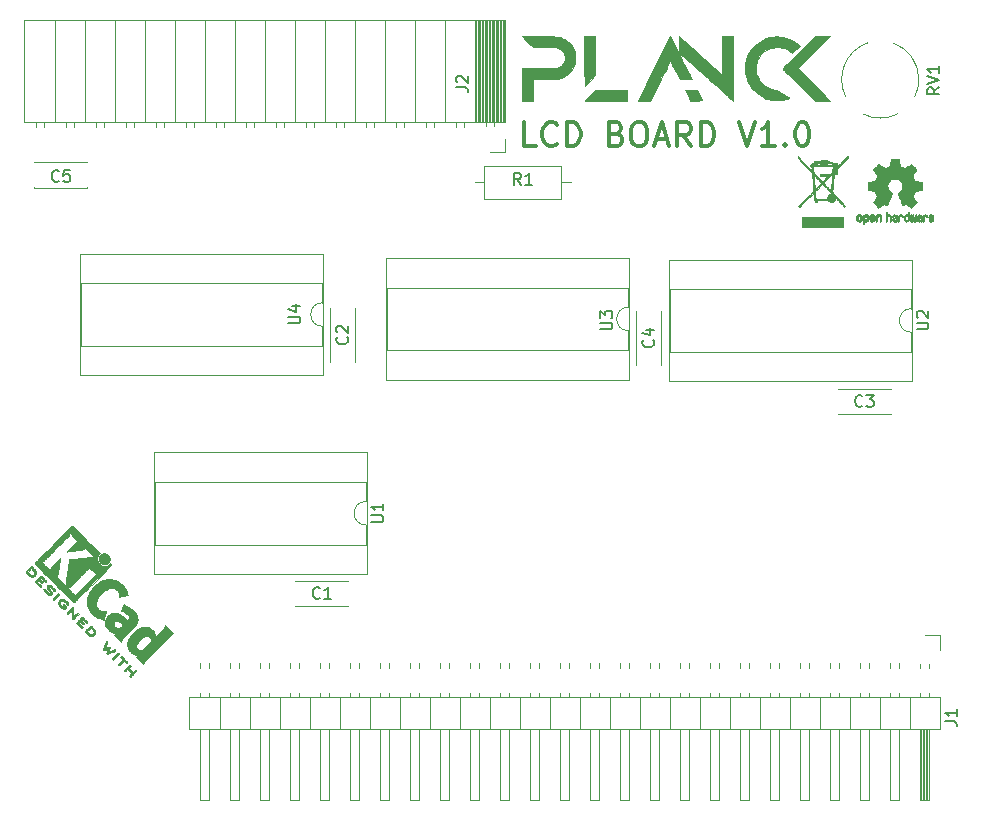
<source format=gbr>
%TF.GenerationSoftware,KiCad,Pcbnew,(5.1.10-1-10_14)*%
%TF.CreationDate,2021-10-31T18:51:05+01:00*%
%TF.ProjectId,lcd_board,6c63645f-626f-4617-9264-2e6b69636164,rev?*%
%TF.SameCoordinates,Original*%
%TF.FileFunction,Legend,Top*%
%TF.FilePolarity,Positive*%
%FSLAX46Y46*%
G04 Gerber Fmt 4.6, Leading zero omitted, Abs format (unit mm)*
G04 Created by KiCad (PCBNEW (5.1.10-1-10_14)) date 2021-10-31 18:51:05*
%MOMM*%
%LPD*%
G01*
G04 APERTURE LIST*
%ADD10C,0.300000*%
%ADD11C,0.010000*%
%ADD12C,0.120000*%
%ADD13C,0.150000*%
G04 APERTURE END LIST*
D10*
X45276880Y49323738D02*
X44324500Y49323738D01*
X44324500Y51323738D01*
X47086404Y49514214D02*
X46991166Y49418976D01*
X46705452Y49323738D01*
X46514976Y49323738D01*
X46229261Y49418976D01*
X46038785Y49609452D01*
X45943547Y49799928D01*
X45848309Y50180880D01*
X45848309Y50466595D01*
X45943547Y50847547D01*
X46038785Y51038023D01*
X46229261Y51228500D01*
X46514976Y51323738D01*
X46705452Y51323738D01*
X46991166Y51228500D01*
X47086404Y51133261D01*
X47943547Y49323738D02*
X47943547Y51323738D01*
X48419738Y51323738D01*
X48705452Y51228500D01*
X48895928Y51038023D01*
X48991166Y50847547D01*
X49086404Y50466595D01*
X49086404Y50180880D01*
X48991166Y49799928D01*
X48895928Y49609452D01*
X48705452Y49418976D01*
X48419738Y49323738D01*
X47943547Y49323738D01*
X52134023Y50371357D02*
X52419738Y50276119D01*
X52514976Y50180880D01*
X52610214Y49990404D01*
X52610214Y49704690D01*
X52514976Y49514214D01*
X52419738Y49418976D01*
X52229261Y49323738D01*
X51467357Y49323738D01*
X51467357Y51323738D01*
X52134023Y51323738D01*
X52324500Y51228500D01*
X52419738Y51133261D01*
X52514976Y50942785D01*
X52514976Y50752309D01*
X52419738Y50561833D01*
X52324500Y50466595D01*
X52134023Y50371357D01*
X51467357Y50371357D01*
X53848309Y51323738D02*
X54229261Y51323738D01*
X54419738Y51228500D01*
X54610214Y51038023D01*
X54705452Y50657071D01*
X54705452Y49990404D01*
X54610214Y49609452D01*
X54419738Y49418976D01*
X54229261Y49323738D01*
X53848309Y49323738D01*
X53657833Y49418976D01*
X53467357Y49609452D01*
X53372119Y49990404D01*
X53372119Y50657071D01*
X53467357Y51038023D01*
X53657833Y51228500D01*
X53848309Y51323738D01*
X55467357Y49895166D02*
X56419738Y49895166D01*
X55276880Y49323738D02*
X55943547Y51323738D01*
X56610214Y49323738D01*
X58419738Y49323738D02*
X57753071Y50276119D01*
X57276880Y49323738D02*
X57276880Y51323738D01*
X58038785Y51323738D01*
X58229261Y51228500D01*
X58324500Y51133261D01*
X58419738Y50942785D01*
X58419738Y50657071D01*
X58324500Y50466595D01*
X58229261Y50371357D01*
X58038785Y50276119D01*
X57276880Y50276119D01*
X59276880Y49323738D02*
X59276880Y51323738D01*
X59753071Y51323738D01*
X60038785Y51228500D01*
X60229261Y51038023D01*
X60324500Y50847547D01*
X60419738Y50466595D01*
X60419738Y50180880D01*
X60324500Y49799928D01*
X60229261Y49609452D01*
X60038785Y49418976D01*
X59753071Y49323738D01*
X59276880Y49323738D01*
X62514976Y51323738D02*
X63181642Y49323738D01*
X63848309Y51323738D01*
X65562595Y49323738D02*
X64419738Y49323738D01*
X64991166Y49323738D02*
X64991166Y51323738D01*
X64800690Y51038023D01*
X64610214Y50847547D01*
X64419738Y50752309D01*
X66419738Y49514214D02*
X66514976Y49418976D01*
X66419738Y49323738D01*
X66324499Y49418976D01*
X66419738Y49514214D01*
X66419738Y49323738D01*
X67753071Y51323738D02*
X67943547Y51323738D01*
X68134023Y51228500D01*
X68229261Y51133261D01*
X68324500Y50942785D01*
X68419738Y50561833D01*
X68419738Y50085642D01*
X68324500Y49704690D01*
X68229261Y49514214D01*
X68134023Y49418976D01*
X67943547Y49323738D01*
X67753071Y49323738D01*
X67562595Y49418976D01*
X67467357Y49514214D01*
X67372119Y49704690D01*
X67276880Y50085642D01*
X67276880Y50561833D01*
X67372119Y50942785D01*
X67467357Y51133261D01*
X67562595Y51228500D01*
X67753071Y51323738D01*
D11*
%TO.C,REF\u002A\u002A*%
G36*
X8328088Y14780926D02*
G01*
X8255203Y14692677D01*
X8201459Y14594219D01*
X8167450Y14488222D01*
X8153769Y14377354D01*
X8161012Y14264284D01*
X8188673Y14154785D01*
X8235799Y14051626D01*
X8298340Y13962826D01*
X8373851Y13888925D01*
X8459892Y13830468D01*
X8554018Y13787994D01*
X8653789Y13762047D01*
X8756760Y13753166D01*
X8860492Y13761894D01*
X8962539Y13788774D01*
X9060461Y13834344D01*
X9151814Y13899149D01*
X9188466Y13933061D01*
X9250648Y13995243D01*
X9287368Y13958524D01*
X9311030Y13930840D01*
X9321705Y13903476D01*
X9324087Y13867524D01*
X9324087Y13813244D01*
X7774412Y12263569D01*
X7589047Y12078216D01*
X7418964Y11908178D01*
X7263492Y11752797D01*
X7121959Y11611411D01*
X6993694Y11483360D01*
X6878026Y11367985D01*
X6774283Y11264626D01*
X6681792Y11172622D01*
X6599884Y11091313D01*
X6527885Y11020040D01*
X6465125Y10958142D01*
X6410932Y10904960D01*
X6364634Y10859833D01*
X6325560Y10822101D01*
X6293039Y10791105D01*
X6266398Y10766184D01*
X6244967Y10746679D01*
X6228072Y10731928D01*
X6215045Y10721273D01*
X6205212Y10714053D01*
X6197901Y10709608D01*
X6192443Y10707279D01*
X6190369Y10706736D01*
X6182467Y10704722D01*
X6175409Y10702662D01*
X6168526Y10701195D01*
X6161149Y10700956D01*
X6152606Y10702580D01*
X6142232Y10706704D01*
X6129352Y10713964D01*
X6113301Y10724995D01*
X6093407Y10740435D01*
X6069003Y10760920D01*
X6039417Y10787085D01*
X6003981Y10819565D01*
X5962025Y10858998D01*
X5912879Y10906019D01*
X5855875Y10961266D01*
X5790342Y11025372D01*
X5715613Y11098975D01*
X5631015Y11182712D01*
X5535882Y11277216D01*
X5429542Y11383126D01*
X5311327Y11501076D01*
X5180567Y11631703D01*
X5036592Y11775644D01*
X4878735Y11933534D01*
X4706323Y12106009D01*
X4518688Y12293705D01*
X4491551Y12320850D01*
X4302799Y12509662D01*
X4129382Y12683180D01*
X3970654Y12842057D01*
X3825969Y12986949D01*
X3694685Y13118512D01*
X3576153Y13237401D01*
X3469731Y13344271D01*
X3374772Y13439777D01*
X3290633Y13524575D01*
X3216666Y13599320D01*
X3152229Y13664668D01*
X3096674Y13721272D01*
X3049359Y13769789D01*
X3009637Y13810874D01*
X2976863Y13845184D01*
X2950393Y13873371D01*
X2929580Y13896093D01*
X2913781Y13914002D01*
X2902350Y13927757D01*
X2894642Y13938011D01*
X2890013Y13945421D01*
X2888111Y13949682D01*
X2884652Y13958191D01*
X2881023Y13965548D01*
X2877863Y13972436D01*
X2875813Y13979538D01*
X2875512Y13987533D01*
X2877602Y13997104D01*
X2882722Y14008934D01*
X2891512Y14023703D01*
X2904612Y14042095D01*
X2922663Y14064789D01*
X2946303Y14092469D01*
X2976175Y14125815D01*
X3012917Y14165512D01*
X3057170Y14212238D01*
X3109574Y14266677D01*
X3170767Y14329509D01*
X3241393Y14401418D01*
X3322090Y14483085D01*
X3413498Y14575192D01*
X3516257Y14678420D01*
X3631008Y14793451D01*
X3758390Y14920966D01*
X3899044Y15061649D01*
X4053608Y15216181D01*
X4222725Y15385242D01*
X4407033Y15569517D01*
X4436839Y15599323D01*
X4622725Y15785229D01*
X4793304Y15955843D01*
X4949261Y16111814D01*
X5091278Y16253790D01*
X5220040Y16382419D01*
X5336231Y16498347D01*
X5440535Y16602223D01*
X5533635Y16694694D01*
X5611774Y16772012D01*
X5825912Y16557874D01*
X5813146Y16488837D01*
X5809896Y16469788D01*
X5807144Y16452795D01*
X5804092Y16436976D01*
X5799943Y16421455D01*
X5793896Y16405351D01*
X5785154Y16387786D01*
X5772917Y16367881D01*
X5756386Y16344756D01*
X5734764Y16317532D01*
X5707251Y16285329D01*
X5673047Y16247271D01*
X5631356Y16202475D01*
X5581377Y16150065D01*
X5522313Y16089161D01*
X5453364Y16018884D01*
X5373732Y15938354D01*
X5282617Y15846693D01*
X5179222Y15743022D01*
X5062747Y15626460D01*
X4932394Y15496130D01*
X4787364Y15351152D01*
X4700652Y15264453D01*
X4547263Y15111030D01*
X4409005Y14972724D01*
X4285001Y14848736D01*
X4174369Y14738267D01*
X4076231Y14640514D01*
X3989706Y14554679D01*
X3913915Y14479961D01*
X3847979Y14415560D01*
X3791017Y14360676D01*
X3742151Y14314509D01*
X3700500Y14276258D01*
X3665185Y14245125D01*
X3635326Y14220307D01*
X3610044Y14201006D01*
X3588459Y14186423D01*
X3569691Y14175754D01*
X3552861Y14168201D01*
X3537090Y14162966D01*
X3521496Y14159246D01*
X3505201Y14156241D01*
X3487326Y14153152D01*
X3476733Y14151173D01*
X3408575Y14137848D01*
X3784447Y13761976D01*
X3871622Y13674850D01*
X3944204Y13602481D01*
X4003533Y13543628D01*
X4050949Y13497050D01*
X4087792Y13461506D01*
X4115401Y13435758D01*
X4135118Y13418561D01*
X4148280Y13408677D01*
X4156228Y13404865D01*
X4160303Y13405885D01*
X4161843Y13410495D01*
X4162008Y13412352D01*
X4170438Y13456350D01*
X4189462Y13511998D01*
X4216609Y13572535D01*
X4229439Y13597058D01*
X4238861Y13613009D01*
X4250995Y13630660D01*
X4267256Y13651545D01*
X4289062Y13677195D01*
X4317830Y13709143D01*
X4354977Y13748923D01*
X4401917Y13798068D01*
X4460068Y13858108D01*
X4530846Y13930580D01*
X4615668Y14017012D01*
X4647009Y14048886D01*
X4734785Y14138101D01*
X4808048Y14212435D01*
X4868104Y14273118D01*
X4916263Y14321371D01*
X4953833Y14358426D01*
X4982123Y14385504D01*
X5002443Y14403833D01*
X5016100Y14414640D01*
X5024403Y14419150D01*
X5028661Y14418589D01*
X5030183Y14414183D01*
X5030294Y14407969D01*
X5028470Y14391500D01*
X5023509Y14355344D01*
X5015814Y14302110D01*
X5005790Y14234411D01*
X4993839Y14154855D01*
X4980366Y14066053D01*
X4965774Y13970617D01*
X4950464Y13871158D01*
X4934843Y13770285D01*
X4919312Y13670608D01*
X4904276Y13574740D01*
X4890138Y13485291D01*
X4877300Y13404871D01*
X4866168Y13336090D01*
X4857144Y13281561D01*
X4850632Y13243892D01*
X4849172Y13235972D01*
X4839286Y13193670D01*
X4824308Y13140780D01*
X4807239Y13087792D01*
X4804793Y13080791D01*
X4786043Y13031383D01*
X4768382Y12995923D01*
X4747101Y12966538D01*
X4718165Y12936021D01*
X4663835Y12882588D01*
X5480146Y12066276D01*
X5481962Y12197017D01*
X5484151Y12265388D01*
X5488531Y12340883D01*
X5494346Y12411816D01*
X5497830Y12444186D01*
X5504270Y12493671D01*
X5513573Y12559621D01*
X5525417Y12640053D01*
X5539476Y12732988D01*
X5555427Y12836445D01*
X5572946Y12948444D01*
X5591708Y13067005D01*
X5611389Y13190147D01*
X5631665Y13315890D01*
X5652213Y13442253D01*
X5672708Y13567257D01*
X5692826Y13688919D01*
X5712241Y13805262D01*
X5730632Y13914304D01*
X5747673Y14014064D01*
X5763041Y14102562D01*
X5776410Y14177819D01*
X5787459Y14237853D01*
X5795860Y14280684D01*
X5801292Y14304332D01*
X5802951Y14308477D01*
X5816587Y14310857D01*
X5850511Y14315372D01*
X5902554Y14321782D01*
X5970551Y14329849D01*
X6052336Y14339335D01*
X6145740Y14349999D01*
X6248601Y14361605D01*
X6358749Y14373914D01*
X6474020Y14386685D01*
X6592245Y14399683D01*
X6687059Y14410027D01*
X7401948Y13695138D01*
X7396964Y13681797D01*
X7391365Y13655932D01*
X7391056Y13654143D01*
X7383020Y13619537D01*
X7370869Y13579601D01*
X7367873Y13571091D01*
X7364413Y13562631D01*
X7359468Y13553265D01*
X7352074Y13541990D01*
X7341266Y13527797D01*
X7326083Y13509682D01*
X7305559Y13486635D01*
X7278730Y13457653D01*
X7244634Y13421729D01*
X7202306Y13377855D01*
X7150783Y13325026D01*
X7089100Y13262234D01*
X7016294Y13188475D01*
X6931402Y13102741D01*
X6833458Y13004027D01*
X6721501Y12891326D01*
X6595407Y12764477D01*
X6464890Y12633198D01*
X6349275Y12516969D01*
X6247526Y12414848D01*
X6158607Y12325893D01*
X6081481Y12249164D01*
X6015112Y12183720D01*
X5958462Y12128619D01*
X5910495Y12082921D01*
X5870175Y12045682D01*
X5836465Y12015963D01*
X5808330Y11992823D01*
X5784732Y11975320D01*
X5764633Y11962513D01*
X5746999Y11953461D01*
X5730792Y11947221D01*
X5714977Y11942855D01*
X5698515Y11939420D01*
X5683689Y11936615D01*
X5652980Y11930139D01*
X5633371Y11924879D01*
X5630253Y11923443D01*
X5637204Y11914969D01*
X5658553Y11892204D01*
X5692698Y11856787D01*
X5738034Y11810355D01*
X5792959Y11754543D01*
X5855870Y11690990D01*
X5925161Y11621334D01*
X5973853Y11572570D01*
X6048249Y11498484D01*
X6117174Y11430454D01*
X6179047Y11369993D01*
X6232290Y11318620D01*
X6275324Y11277850D01*
X6306570Y11249199D01*
X6324450Y11234184D01*
X6328095Y11232339D01*
X6333189Y11248319D01*
X6333212Y11259653D01*
X6336008Y11281077D01*
X6345209Y11314658D01*
X6354146Y11340455D01*
X6376966Y11400947D01*
X7206962Y12235292D01*
X8036958Y13069637D01*
X7721830Y13384765D01*
X7652547Y13453816D01*
X7588298Y13517402D01*
X7530808Y13573851D01*
X7481805Y13621483D01*
X7443015Y13658628D01*
X7416164Y13683607D01*
X7402980Y13694746D01*
X7401948Y13695138D01*
X6687059Y14410027D01*
X6711261Y14412667D01*
X6828899Y14425398D01*
X6942993Y14437639D01*
X7051379Y14449151D01*
X7151887Y14459696D01*
X7242353Y14469033D01*
X7320610Y14476926D01*
X7384492Y14483135D01*
X7411244Y14485613D01*
X7543441Y14495774D01*
X7656476Y14500482D01*
X7753092Y14499780D01*
X7836024Y14493709D01*
X7847867Y14492285D01*
X7897446Y14485987D01*
X7097348Y15286439D01*
X7067163Y15248774D01*
X7024279Y15210562D01*
X6960776Y15177509D01*
X6876119Y15149383D01*
X6792970Y15130309D01*
X6765490Y15125765D01*
X6719097Y15119045D01*
X6656489Y15110483D01*
X6580363Y15100410D01*
X6493416Y15089157D01*
X6398343Y15077056D01*
X6297842Y15064440D01*
X6194608Y15051640D01*
X6091341Y15038987D01*
X5990735Y15026814D01*
X5895487Y15015452D01*
X5808296Y15005233D01*
X5731855Y14996489D01*
X5668864Y14989551D01*
X5622018Y14984751D01*
X5594013Y14982421D01*
X5589518Y14982252D01*
X5593158Y14989936D01*
X5613014Y15012922D01*
X5648889Y15051009D01*
X5700589Y15103996D01*
X5767916Y15171681D01*
X5850673Y15253863D01*
X5936161Y15338065D01*
X6030513Y15430547D01*
X6110603Y15508481D01*
X6178163Y15573247D01*
X6234931Y15626231D01*
X6282638Y15668813D01*
X6323023Y15702380D01*
X6357817Y15728311D01*
X6388756Y15747990D01*
X6417575Y15762801D01*
X6446008Y15774128D01*
X6475790Y15783351D01*
X6503877Y15790674D01*
X6575363Y15808424D01*
X5825912Y16557874D01*
X5611774Y16772012D01*
X5616217Y16776409D01*
X5688963Y16848015D01*
X5752558Y16910160D01*
X5807685Y16963491D01*
X5855029Y17008657D01*
X5895273Y17046305D01*
X5929102Y17077083D01*
X5957199Y17101639D01*
X5980248Y17120621D01*
X5998934Y17134676D01*
X6013939Y17144452D01*
X6025949Y17150598D01*
X6035647Y17153760D01*
X6043715Y17154586D01*
X6050842Y17153725D01*
X6057707Y17151824D01*
X6064996Y17149531D01*
X6071759Y17147815D01*
X6077281Y17145936D01*
X6084709Y17141801D01*
X6094825Y17134646D01*
X6108413Y17123704D01*
X6126255Y17108210D01*
X6149133Y17087400D01*
X6177831Y17060507D01*
X6213131Y17026768D01*
X6255816Y16985417D01*
X6306669Y16935686D01*
X6366472Y16876814D01*
X6436008Y16808033D01*
X6516061Y16728578D01*
X6607411Y16637686D01*
X6710843Y16534589D01*
X6827139Y16418522D01*
X6957081Y16288721D01*
X7101453Y16144420D01*
X7250764Y15995128D01*
X8396526Y14849365D01*
X8328088Y14780926D01*
G37*
X8328088Y14780926D02*
X8255203Y14692677D01*
X8201459Y14594219D01*
X8167450Y14488222D01*
X8153769Y14377354D01*
X8161012Y14264284D01*
X8188673Y14154785D01*
X8235799Y14051626D01*
X8298340Y13962826D01*
X8373851Y13888925D01*
X8459892Y13830468D01*
X8554018Y13787994D01*
X8653789Y13762047D01*
X8756760Y13753166D01*
X8860492Y13761894D01*
X8962539Y13788774D01*
X9060461Y13834344D01*
X9151814Y13899149D01*
X9188466Y13933061D01*
X9250648Y13995243D01*
X9287368Y13958524D01*
X9311030Y13930840D01*
X9321705Y13903476D01*
X9324087Y13867524D01*
X9324087Y13813244D01*
X7774412Y12263569D01*
X7589047Y12078216D01*
X7418964Y11908178D01*
X7263492Y11752797D01*
X7121959Y11611411D01*
X6993694Y11483360D01*
X6878026Y11367985D01*
X6774283Y11264626D01*
X6681792Y11172622D01*
X6599884Y11091313D01*
X6527885Y11020040D01*
X6465125Y10958142D01*
X6410932Y10904960D01*
X6364634Y10859833D01*
X6325560Y10822101D01*
X6293039Y10791105D01*
X6266398Y10766184D01*
X6244967Y10746679D01*
X6228072Y10731928D01*
X6215045Y10721273D01*
X6205212Y10714053D01*
X6197901Y10709608D01*
X6192443Y10707279D01*
X6190369Y10706736D01*
X6182467Y10704722D01*
X6175409Y10702662D01*
X6168526Y10701195D01*
X6161149Y10700956D01*
X6152606Y10702580D01*
X6142232Y10706704D01*
X6129352Y10713964D01*
X6113301Y10724995D01*
X6093407Y10740435D01*
X6069003Y10760920D01*
X6039417Y10787085D01*
X6003981Y10819565D01*
X5962025Y10858998D01*
X5912879Y10906019D01*
X5855875Y10961266D01*
X5790342Y11025372D01*
X5715613Y11098975D01*
X5631015Y11182712D01*
X5535882Y11277216D01*
X5429542Y11383126D01*
X5311327Y11501076D01*
X5180567Y11631703D01*
X5036592Y11775644D01*
X4878735Y11933534D01*
X4706323Y12106009D01*
X4518688Y12293705D01*
X4491551Y12320850D01*
X4302799Y12509662D01*
X4129382Y12683180D01*
X3970654Y12842057D01*
X3825969Y12986949D01*
X3694685Y13118512D01*
X3576153Y13237401D01*
X3469731Y13344271D01*
X3374772Y13439777D01*
X3290633Y13524575D01*
X3216666Y13599320D01*
X3152229Y13664668D01*
X3096674Y13721272D01*
X3049359Y13769789D01*
X3009637Y13810874D01*
X2976863Y13845184D01*
X2950393Y13873371D01*
X2929580Y13896093D01*
X2913781Y13914002D01*
X2902350Y13927757D01*
X2894642Y13938011D01*
X2890013Y13945421D01*
X2888111Y13949682D01*
X2884652Y13958191D01*
X2881023Y13965548D01*
X2877863Y13972436D01*
X2875813Y13979538D01*
X2875512Y13987533D01*
X2877602Y13997104D01*
X2882722Y14008934D01*
X2891512Y14023703D01*
X2904612Y14042095D01*
X2922663Y14064789D01*
X2946303Y14092469D01*
X2976175Y14125815D01*
X3012917Y14165512D01*
X3057170Y14212238D01*
X3109574Y14266677D01*
X3170767Y14329509D01*
X3241393Y14401418D01*
X3322090Y14483085D01*
X3413498Y14575192D01*
X3516257Y14678420D01*
X3631008Y14793451D01*
X3758390Y14920966D01*
X3899044Y15061649D01*
X4053608Y15216181D01*
X4222725Y15385242D01*
X4407033Y15569517D01*
X4436839Y15599323D01*
X4622725Y15785229D01*
X4793304Y15955843D01*
X4949261Y16111814D01*
X5091278Y16253790D01*
X5220040Y16382419D01*
X5336231Y16498347D01*
X5440535Y16602223D01*
X5533635Y16694694D01*
X5611774Y16772012D01*
X5825912Y16557874D01*
X5813146Y16488837D01*
X5809896Y16469788D01*
X5807144Y16452795D01*
X5804092Y16436976D01*
X5799943Y16421455D01*
X5793896Y16405351D01*
X5785154Y16387786D01*
X5772917Y16367881D01*
X5756386Y16344756D01*
X5734764Y16317532D01*
X5707251Y16285329D01*
X5673047Y16247271D01*
X5631356Y16202475D01*
X5581377Y16150065D01*
X5522313Y16089161D01*
X5453364Y16018884D01*
X5373732Y15938354D01*
X5282617Y15846693D01*
X5179222Y15743022D01*
X5062747Y15626460D01*
X4932394Y15496130D01*
X4787364Y15351152D01*
X4700652Y15264453D01*
X4547263Y15111030D01*
X4409005Y14972724D01*
X4285001Y14848736D01*
X4174369Y14738267D01*
X4076231Y14640514D01*
X3989706Y14554679D01*
X3913915Y14479961D01*
X3847979Y14415560D01*
X3791017Y14360676D01*
X3742151Y14314509D01*
X3700500Y14276258D01*
X3665185Y14245125D01*
X3635326Y14220307D01*
X3610044Y14201006D01*
X3588459Y14186423D01*
X3569691Y14175754D01*
X3552861Y14168201D01*
X3537090Y14162966D01*
X3521496Y14159246D01*
X3505201Y14156241D01*
X3487326Y14153152D01*
X3476733Y14151173D01*
X3408575Y14137848D01*
X3784447Y13761976D01*
X3871622Y13674850D01*
X3944204Y13602481D01*
X4003533Y13543628D01*
X4050949Y13497050D01*
X4087792Y13461506D01*
X4115401Y13435758D01*
X4135118Y13418561D01*
X4148280Y13408677D01*
X4156228Y13404865D01*
X4160303Y13405885D01*
X4161843Y13410495D01*
X4162008Y13412352D01*
X4170438Y13456350D01*
X4189462Y13511998D01*
X4216609Y13572535D01*
X4229439Y13597058D01*
X4238861Y13613009D01*
X4250995Y13630660D01*
X4267256Y13651545D01*
X4289062Y13677195D01*
X4317830Y13709143D01*
X4354977Y13748923D01*
X4401917Y13798068D01*
X4460068Y13858108D01*
X4530846Y13930580D01*
X4615668Y14017012D01*
X4647009Y14048886D01*
X4734785Y14138101D01*
X4808048Y14212435D01*
X4868104Y14273118D01*
X4916263Y14321371D01*
X4953833Y14358426D01*
X4982123Y14385504D01*
X5002443Y14403833D01*
X5016100Y14414640D01*
X5024403Y14419150D01*
X5028661Y14418589D01*
X5030183Y14414183D01*
X5030294Y14407969D01*
X5028470Y14391500D01*
X5023509Y14355344D01*
X5015814Y14302110D01*
X5005790Y14234411D01*
X4993839Y14154855D01*
X4980366Y14066053D01*
X4965774Y13970617D01*
X4950464Y13871158D01*
X4934843Y13770285D01*
X4919312Y13670608D01*
X4904276Y13574740D01*
X4890138Y13485291D01*
X4877300Y13404871D01*
X4866168Y13336090D01*
X4857144Y13281561D01*
X4850632Y13243892D01*
X4849172Y13235972D01*
X4839286Y13193670D01*
X4824308Y13140780D01*
X4807239Y13087792D01*
X4804793Y13080791D01*
X4786043Y13031383D01*
X4768382Y12995923D01*
X4747101Y12966538D01*
X4718165Y12936021D01*
X4663835Y12882588D01*
X5480146Y12066276D01*
X5481962Y12197017D01*
X5484151Y12265388D01*
X5488531Y12340883D01*
X5494346Y12411816D01*
X5497830Y12444186D01*
X5504270Y12493671D01*
X5513573Y12559621D01*
X5525417Y12640053D01*
X5539476Y12732988D01*
X5555427Y12836445D01*
X5572946Y12948444D01*
X5591708Y13067005D01*
X5611389Y13190147D01*
X5631665Y13315890D01*
X5652213Y13442253D01*
X5672708Y13567257D01*
X5692826Y13688919D01*
X5712241Y13805262D01*
X5730632Y13914304D01*
X5747673Y14014064D01*
X5763041Y14102562D01*
X5776410Y14177819D01*
X5787459Y14237853D01*
X5795860Y14280684D01*
X5801292Y14304332D01*
X5802951Y14308477D01*
X5816587Y14310857D01*
X5850511Y14315372D01*
X5902554Y14321782D01*
X5970551Y14329849D01*
X6052336Y14339335D01*
X6145740Y14349999D01*
X6248601Y14361605D01*
X6358749Y14373914D01*
X6474020Y14386685D01*
X6592245Y14399683D01*
X6687059Y14410027D01*
X7401948Y13695138D01*
X7396964Y13681797D01*
X7391365Y13655932D01*
X7391056Y13654143D01*
X7383020Y13619537D01*
X7370869Y13579601D01*
X7367873Y13571091D01*
X7364413Y13562631D01*
X7359468Y13553265D01*
X7352074Y13541990D01*
X7341266Y13527797D01*
X7326083Y13509682D01*
X7305559Y13486635D01*
X7278730Y13457653D01*
X7244634Y13421729D01*
X7202306Y13377855D01*
X7150783Y13325026D01*
X7089100Y13262234D01*
X7016294Y13188475D01*
X6931402Y13102741D01*
X6833458Y13004027D01*
X6721501Y12891326D01*
X6595407Y12764477D01*
X6464890Y12633198D01*
X6349275Y12516969D01*
X6247526Y12414848D01*
X6158607Y12325893D01*
X6081481Y12249164D01*
X6015112Y12183720D01*
X5958462Y12128619D01*
X5910495Y12082921D01*
X5870175Y12045682D01*
X5836465Y12015963D01*
X5808330Y11992823D01*
X5784732Y11975320D01*
X5764633Y11962513D01*
X5746999Y11953461D01*
X5730792Y11947221D01*
X5714977Y11942855D01*
X5698515Y11939420D01*
X5683689Y11936615D01*
X5652980Y11930139D01*
X5633371Y11924879D01*
X5630253Y11923443D01*
X5637204Y11914969D01*
X5658553Y11892204D01*
X5692698Y11856787D01*
X5738034Y11810355D01*
X5792959Y11754543D01*
X5855870Y11690990D01*
X5925161Y11621334D01*
X5973853Y11572570D01*
X6048249Y11498484D01*
X6117174Y11430454D01*
X6179047Y11369993D01*
X6232290Y11318620D01*
X6275324Y11277850D01*
X6306570Y11249199D01*
X6324450Y11234184D01*
X6328095Y11232339D01*
X6333189Y11248319D01*
X6333212Y11259653D01*
X6336008Y11281077D01*
X6345209Y11314658D01*
X6354146Y11340455D01*
X6376966Y11400947D01*
X7206962Y12235292D01*
X8036958Y13069637D01*
X7721830Y13384765D01*
X7652547Y13453816D01*
X7588298Y13517402D01*
X7530808Y13573851D01*
X7481805Y13621483D01*
X7443015Y13658628D01*
X7416164Y13683607D01*
X7402980Y13694746D01*
X7401948Y13695138D01*
X6687059Y14410027D01*
X6711261Y14412667D01*
X6828899Y14425398D01*
X6942993Y14437639D01*
X7051379Y14449151D01*
X7151887Y14459696D01*
X7242353Y14469033D01*
X7320610Y14476926D01*
X7384492Y14483135D01*
X7411244Y14485613D01*
X7543441Y14495774D01*
X7656476Y14500482D01*
X7753092Y14499780D01*
X7836024Y14493709D01*
X7847867Y14492285D01*
X7897446Y14485987D01*
X7097348Y15286439D01*
X7067163Y15248774D01*
X7024279Y15210562D01*
X6960776Y15177509D01*
X6876119Y15149383D01*
X6792970Y15130309D01*
X6765490Y15125765D01*
X6719097Y15119045D01*
X6656489Y15110483D01*
X6580363Y15100410D01*
X6493416Y15089157D01*
X6398343Y15077056D01*
X6297842Y15064440D01*
X6194608Y15051640D01*
X6091341Y15038987D01*
X5990735Y15026814D01*
X5895487Y15015452D01*
X5808296Y15005233D01*
X5731855Y14996489D01*
X5668864Y14989551D01*
X5622018Y14984751D01*
X5594013Y14982421D01*
X5589518Y14982252D01*
X5593158Y14989936D01*
X5613014Y15012922D01*
X5648889Y15051009D01*
X5700589Y15103996D01*
X5767916Y15171681D01*
X5850673Y15253863D01*
X5936161Y15338065D01*
X6030513Y15430547D01*
X6110603Y15508481D01*
X6178163Y15573247D01*
X6234931Y15626231D01*
X6282638Y15668813D01*
X6323023Y15702380D01*
X6357817Y15728311D01*
X6388756Y15747990D01*
X6417575Y15762801D01*
X6446008Y15774128D01*
X6475790Y15783351D01*
X6503877Y15790674D01*
X6575363Y15808424D01*
X5825912Y16557874D01*
X5611774Y16772012D01*
X5616217Y16776409D01*
X5688963Y16848015D01*
X5752558Y16910160D01*
X5807685Y16963491D01*
X5855029Y17008657D01*
X5895273Y17046305D01*
X5929102Y17077083D01*
X5957199Y17101639D01*
X5980248Y17120621D01*
X5998934Y17134676D01*
X6013939Y17144452D01*
X6025949Y17150598D01*
X6035647Y17153760D01*
X6043715Y17154586D01*
X6050842Y17153725D01*
X6057707Y17151824D01*
X6064996Y17149531D01*
X6071759Y17147815D01*
X6077281Y17145936D01*
X6084709Y17141801D01*
X6094825Y17134646D01*
X6108413Y17123704D01*
X6126255Y17108210D01*
X6149133Y17087400D01*
X6177831Y17060507D01*
X6213131Y17026768D01*
X6255816Y16985417D01*
X6306669Y16935686D01*
X6366472Y16876814D01*
X6436008Y16808033D01*
X6516061Y16728578D01*
X6607411Y16637686D01*
X6710843Y16534589D01*
X6827139Y16418522D01*
X6957081Y16288721D01*
X7101453Y16144420D01*
X7250764Y15995128D01*
X8396526Y14849365D01*
X8328088Y14780926D01*
G36*
X10318460Y12139991D02*
G01*
X10416725Y12011782D01*
X10504265Y11867476D01*
X10582258Y11705331D01*
X10651883Y11523609D01*
X10655929Y11511721D01*
X10676908Y11451107D01*
X10696332Y11397633D01*
X10712732Y11355145D01*
X10724635Y11327492D01*
X10729602Y11318923D01*
X10739649Y11301793D01*
X10739935Y11295559D01*
X10728950Y11291790D01*
X10699019Y11284544D01*
X10653398Y11274461D01*
X10595338Y11262186D01*
X10528096Y11248359D01*
X10454923Y11233623D01*
X10379075Y11218620D01*
X10303805Y11203993D01*
X10232365Y11190382D01*
X10168011Y11178432D01*
X10113997Y11168782D01*
X10073575Y11162077D01*
X10049999Y11158958D01*
X10047047Y11158813D01*
X10043180Y11169255D01*
X10039528Y11197197D01*
X10036665Y11237568D01*
X10035769Y11258936D01*
X10020773Y11380397D01*
X9984520Y11495056D01*
X9927666Y11601549D01*
X9850867Y11698515D01*
X9800965Y11746761D01*
X9703173Y11820284D01*
X9600572Y11872140D01*
X9492747Y11902375D01*
X9379281Y11911032D01*
X9259758Y11898159D01*
X9133762Y11863800D01*
X9046075Y11829028D01*
X8919113Y11764084D01*
X8791972Y11682650D01*
X8667285Y11587479D01*
X8547679Y11481317D01*
X8435786Y11366912D01*
X8334237Y11247012D01*
X8245660Y11124365D01*
X8172688Y11001721D01*
X8117951Y10881825D01*
X8105242Y10846091D01*
X8072829Y10717162D01*
X8061491Y10592039D01*
X8070951Y10472110D01*
X8100928Y10358770D01*
X8151143Y10253408D01*
X8221315Y10157417D01*
X8249688Y10127146D01*
X8343365Y10048913D01*
X8451731Y9986956D01*
X8573228Y9941876D01*
X8706295Y9914272D01*
X8826315Y9905022D01*
X8890705Y9903609D01*
X8808684Y9565236D01*
X8788132Y9480907D01*
X8769058Y9403513D01*
X8752161Y9335822D01*
X8738139Y9280603D01*
X8727691Y9240621D01*
X8721517Y9218645D01*
X8720355Y9215430D01*
X8707720Y9214433D01*
X8677414Y9220301D01*
X8632882Y9231904D01*
X8577567Y9248115D01*
X8514914Y9267802D01*
X8448367Y9289837D01*
X8381370Y9313090D01*
X8317368Y9336431D01*
X8259805Y9358731D01*
X8212124Y9378862D01*
X8189581Y9389485D01*
X8068255Y9457332D01*
X7953070Y9537158D01*
X7839431Y9632406D01*
X7748132Y9720413D01*
X7700855Y9769238D01*
X7655951Y9817109D01*
X7617351Y9859727D01*
X7588985Y9892800D01*
X7580202Y9903964D01*
X7502294Y10022651D01*
X7434123Y10154630D01*
X7378428Y10293364D01*
X7337946Y10432319D01*
X7320391Y10524373D01*
X7306810Y10690974D01*
X7312655Y10864124D01*
X7337261Y11040060D01*
X7379967Y11215023D01*
X7440111Y11385252D01*
X7492043Y11499203D01*
X7586357Y11664578D01*
X7700235Y11825831D01*
X7830693Y11979992D01*
X7974748Y12124093D01*
X8129415Y12255164D01*
X8291710Y12370236D01*
X8458650Y12466342D01*
X8469543Y12471837D01*
X8628597Y12541960D01*
X8787459Y12592285D01*
X8950929Y12623930D01*
X9123809Y12638015D01*
X9186831Y12639003D01*
X9370738Y12630376D01*
X9542211Y12603920D01*
X9703558Y12558905D01*
X9857087Y12494601D01*
X10005107Y12410279D01*
X10085043Y12355078D01*
X10208292Y12253843D01*
X10318460Y12139991D01*
G37*
X10318460Y12139991D02*
X10416725Y12011782D01*
X10504265Y11867476D01*
X10582258Y11705331D01*
X10651883Y11523609D01*
X10655929Y11511721D01*
X10676908Y11451107D01*
X10696332Y11397633D01*
X10712732Y11355145D01*
X10724635Y11327492D01*
X10729602Y11318923D01*
X10739649Y11301793D01*
X10739935Y11295559D01*
X10728950Y11291790D01*
X10699019Y11284544D01*
X10653398Y11274461D01*
X10595338Y11262186D01*
X10528096Y11248359D01*
X10454923Y11233623D01*
X10379075Y11218620D01*
X10303805Y11203993D01*
X10232365Y11190382D01*
X10168011Y11178432D01*
X10113997Y11168782D01*
X10073575Y11162077D01*
X10049999Y11158958D01*
X10047047Y11158813D01*
X10043180Y11169255D01*
X10039528Y11197197D01*
X10036665Y11237568D01*
X10035769Y11258936D01*
X10020773Y11380397D01*
X9984520Y11495056D01*
X9927666Y11601549D01*
X9850867Y11698515D01*
X9800965Y11746761D01*
X9703173Y11820284D01*
X9600572Y11872140D01*
X9492747Y11902375D01*
X9379281Y11911032D01*
X9259758Y11898159D01*
X9133762Y11863800D01*
X9046075Y11829028D01*
X8919113Y11764084D01*
X8791972Y11682650D01*
X8667285Y11587479D01*
X8547679Y11481317D01*
X8435786Y11366912D01*
X8334237Y11247012D01*
X8245660Y11124365D01*
X8172688Y11001721D01*
X8117951Y10881825D01*
X8105242Y10846091D01*
X8072829Y10717162D01*
X8061491Y10592039D01*
X8070951Y10472110D01*
X8100928Y10358770D01*
X8151143Y10253408D01*
X8221315Y10157417D01*
X8249688Y10127146D01*
X8343365Y10048913D01*
X8451731Y9986956D01*
X8573228Y9941876D01*
X8706295Y9914272D01*
X8826315Y9905022D01*
X8890705Y9903609D01*
X8808684Y9565236D01*
X8788132Y9480907D01*
X8769058Y9403513D01*
X8752161Y9335822D01*
X8738139Y9280603D01*
X8727691Y9240621D01*
X8721517Y9218645D01*
X8720355Y9215430D01*
X8707720Y9214433D01*
X8677414Y9220301D01*
X8632882Y9231904D01*
X8577567Y9248115D01*
X8514914Y9267802D01*
X8448367Y9289837D01*
X8381370Y9313090D01*
X8317368Y9336431D01*
X8259805Y9358731D01*
X8212124Y9378862D01*
X8189581Y9389485D01*
X8068255Y9457332D01*
X7953070Y9537158D01*
X7839431Y9632406D01*
X7748132Y9720413D01*
X7700855Y9769238D01*
X7655951Y9817109D01*
X7617351Y9859727D01*
X7588985Y9892800D01*
X7580202Y9903964D01*
X7502294Y10022651D01*
X7434123Y10154630D01*
X7378428Y10293364D01*
X7337946Y10432319D01*
X7320391Y10524373D01*
X7306810Y10690974D01*
X7312655Y10864124D01*
X7337261Y11040060D01*
X7379967Y11215023D01*
X7440111Y11385252D01*
X7492043Y11499203D01*
X7586357Y11664578D01*
X7700235Y11825831D01*
X7830693Y11979992D01*
X7974748Y12124093D01*
X8129415Y12255164D01*
X8291710Y12370236D01*
X8458650Y12466342D01*
X8469543Y12471837D01*
X8628597Y12541960D01*
X8787459Y12592285D01*
X8950929Y12623930D01*
X9123809Y12638015D01*
X9186831Y12639003D01*
X9370738Y12630376D01*
X9542211Y12603920D01*
X9703558Y12558905D01*
X9857087Y12494601D01*
X10005107Y12410279D01*
X10085043Y12355078D01*
X10208292Y12253843D01*
X10318460Y12139991D01*
G36*
X11327971Y9832966D02*
G01*
X11421241Y9711391D01*
X11493103Y9591962D01*
X11543987Y9473871D01*
X11574319Y9356310D01*
X11584253Y9256488D01*
X11580510Y9155390D01*
X11562103Y9060982D01*
X11527232Y8965435D01*
X11507718Y8924038D01*
X11489248Y8887381D01*
X11471609Y8853900D01*
X11453598Y8822208D01*
X11434012Y8790917D01*
X11411644Y8758640D01*
X11385293Y8723989D01*
X11353752Y8685577D01*
X11315819Y8642017D01*
X11270290Y8591920D01*
X11215960Y8533900D01*
X11151625Y8466570D01*
X11076082Y8388542D01*
X10988125Y8298428D01*
X10886551Y8194842D01*
X10786486Y8093005D01*
X10676981Y7981624D01*
X10582182Y7885121D01*
X10501008Y7802236D01*
X10432377Y7731710D01*
X10375205Y7672284D01*
X10328410Y7622696D01*
X10290910Y7581687D01*
X10261622Y7547997D01*
X10239464Y7520367D01*
X10223352Y7497536D01*
X10212206Y7478246D01*
X10204941Y7461235D01*
X10200476Y7445244D01*
X10197728Y7429013D01*
X10195615Y7411283D01*
X10194813Y7404400D01*
X10189850Y7377064D01*
X10183828Y7361092D01*
X10183519Y7360751D01*
X10174273Y7366888D01*
X10150930Y7387365D01*
X10115278Y7420479D01*
X10069102Y7464521D01*
X10014189Y7517786D01*
X9952325Y7578570D01*
X9885296Y7645166D01*
X9877581Y7652876D01*
X9578551Y7951907D01*
X9644174Y8022143D01*
X9709796Y8092379D01*
X9629839Y8100229D01*
X9513277Y8121312D01*
X9396892Y8160351D01*
X9314378Y8200115D01*
X9255151Y8238569D01*
X9189146Y8290443D01*
X9122145Y8350391D01*
X9059933Y8413073D01*
X9008292Y8473146D01*
X8986714Y8502804D01*
X8914478Y8628585D01*
X8863862Y8756761D01*
X8834935Y8886109D01*
X8827763Y9015407D01*
X8842419Y9143429D01*
X8878970Y9268952D01*
X8936752Y9389490D01*
X8968041Y9438222D01*
X9006641Y9487584D01*
X9056994Y9543070D01*
X9080613Y9567387D01*
X9082911Y9569593D01*
X9620269Y9032236D01*
X9573771Y8972596D01*
X9548569Y8907532D01*
X9543500Y8833917D01*
X9543956Y8827221D01*
X9553479Y8768446D01*
X9574074Y8715914D01*
X9608589Y8664541D01*
X9659869Y8609241D01*
X9672959Y8596724D01*
X9712890Y8560544D01*
X9745026Y8536068D01*
X9776973Y8518495D01*
X9816340Y8503021D01*
X9827527Y8499157D01*
X9895748Y8481605D01*
X9958999Y8478644D01*
X9978781Y8480413D01*
X10050327Y8488786D01*
X10188832Y8627291D01*
X10244065Y8683282D01*
X10283847Y8725455D01*
X10309406Y8755211D01*
X10321966Y8773952D01*
X10323650Y8781414D01*
X10314626Y8794911D01*
X10292593Y8820654D01*
X10260709Y8855130D01*
X10222137Y8894831D01*
X10215863Y8901126D01*
X10126747Y8982812D01*
X10042716Y9043979D01*
X9961928Y9085596D01*
X9882539Y9108632D01*
X9810499Y9114275D01*
X9738068Y9104842D01*
X9676003Y9077743D01*
X9620269Y9032236D01*
X9082911Y9569593D01*
X9148275Y9632315D01*
X9209966Y9682206D01*
X9271815Y9721080D01*
X9339954Y9752962D01*
X9393953Y9773026D01*
X9502788Y9798962D01*
X9620255Y9805983D01*
X9743540Y9794637D01*
X9869829Y9765472D01*
X9996310Y9719034D01*
X10120170Y9655872D01*
X10176460Y9620709D01*
X10288386Y9540044D01*
X10403664Y9445389D01*
X10515272Y9342806D01*
X10603609Y9252161D01*
X10713286Y9132897D01*
X10749744Y9179848D01*
X10806214Y9263601D01*
X10841277Y9342694D01*
X10854762Y9418171D01*
X10846497Y9491080D01*
X10816311Y9562467D01*
X10764034Y9633377D01*
X10689491Y9704859D01*
X10659810Y9728882D01*
X10542176Y9810923D01*
X10416419Y9878649D01*
X10322706Y9918620D01*
X10277073Y9936853D01*
X10238887Y9953020D01*
X10213434Y9964833D01*
X10206551Y9968821D01*
X10206080Y9982131D01*
X10214742Y10014437D01*
X10232658Y10066083D01*
X10259948Y10137411D01*
X10296731Y10228762D01*
X10303231Y10244592D01*
X10333114Y10316982D01*
X10360244Y10382266D01*
X10383423Y10437602D01*
X10401458Y10480145D01*
X10413148Y10507049D01*
X10417201Y10515496D01*
X10427634Y10511788D01*
X10449946Y10496939D01*
X10472539Y10479549D01*
X10497227Y10461589D01*
X10537697Y10434477D01*
X10590296Y10400557D01*
X10651375Y10362168D01*
X10717280Y10321656D01*
X10742441Y10306427D01*
X10834824Y10250231D01*
X10910998Y10202429D01*
X10974472Y10160420D01*
X11028756Y10121599D01*
X11077359Y10083364D01*
X11123790Y10043111D01*
X11171560Y9998238D01*
X11212866Y9957494D01*
X11327971Y9832966D01*
G37*
X11327971Y9832966D02*
X11421241Y9711391D01*
X11493103Y9591962D01*
X11543987Y9473871D01*
X11574319Y9356310D01*
X11584253Y9256488D01*
X11580510Y9155390D01*
X11562103Y9060982D01*
X11527232Y8965435D01*
X11507718Y8924038D01*
X11489248Y8887381D01*
X11471609Y8853900D01*
X11453598Y8822208D01*
X11434012Y8790917D01*
X11411644Y8758640D01*
X11385293Y8723989D01*
X11353752Y8685577D01*
X11315819Y8642017D01*
X11270290Y8591920D01*
X11215960Y8533900D01*
X11151625Y8466570D01*
X11076082Y8388542D01*
X10988125Y8298428D01*
X10886551Y8194842D01*
X10786486Y8093005D01*
X10676981Y7981624D01*
X10582182Y7885121D01*
X10501008Y7802236D01*
X10432377Y7731710D01*
X10375205Y7672284D01*
X10328410Y7622696D01*
X10290910Y7581687D01*
X10261622Y7547997D01*
X10239464Y7520367D01*
X10223352Y7497536D01*
X10212206Y7478246D01*
X10204941Y7461235D01*
X10200476Y7445244D01*
X10197728Y7429013D01*
X10195615Y7411283D01*
X10194813Y7404400D01*
X10189850Y7377064D01*
X10183828Y7361092D01*
X10183519Y7360751D01*
X10174273Y7366888D01*
X10150930Y7387365D01*
X10115278Y7420479D01*
X10069102Y7464521D01*
X10014189Y7517786D01*
X9952325Y7578570D01*
X9885296Y7645166D01*
X9877581Y7652876D01*
X9578551Y7951907D01*
X9644174Y8022143D01*
X9709796Y8092379D01*
X9629839Y8100229D01*
X9513277Y8121312D01*
X9396892Y8160351D01*
X9314378Y8200115D01*
X9255151Y8238569D01*
X9189146Y8290443D01*
X9122145Y8350391D01*
X9059933Y8413073D01*
X9008292Y8473146D01*
X8986714Y8502804D01*
X8914478Y8628585D01*
X8863862Y8756761D01*
X8834935Y8886109D01*
X8827763Y9015407D01*
X8842419Y9143429D01*
X8878970Y9268952D01*
X8936752Y9389490D01*
X8968041Y9438222D01*
X9006641Y9487584D01*
X9056994Y9543070D01*
X9080613Y9567387D01*
X9082911Y9569593D01*
X9620269Y9032236D01*
X9573771Y8972596D01*
X9548569Y8907532D01*
X9543500Y8833917D01*
X9543956Y8827221D01*
X9553479Y8768446D01*
X9574074Y8715914D01*
X9608589Y8664541D01*
X9659869Y8609241D01*
X9672959Y8596724D01*
X9712890Y8560544D01*
X9745026Y8536068D01*
X9776973Y8518495D01*
X9816340Y8503021D01*
X9827527Y8499157D01*
X9895748Y8481605D01*
X9958999Y8478644D01*
X9978781Y8480413D01*
X10050327Y8488786D01*
X10188832Y8627291D01*
X10244065Y8683282D01*
X10283847Y8725455D01*
X10309406Y8755211D01*
X10321966Y8773952D01*
X10323650Y8781414D01*
X10314626Y8794911D01*
X10292593Y8820654D01*
X10260709Y8855130D01*
X10222137Y8894831D01*
X10215863Y8901126D01*
X10126747Y8982812D01*
X10042716Y9043979D01*
X9961928Y9085596D01*
X9882539Y9108632D01*
X9810499Y9114275D01*
X9738068Y9104842D01*
X9676003Y9077743D01*
X9620269Y9032236D01*
X9082911Y9569593D01*
X9148275Y9632315D01*
X9209966Y9682206D01*
X9271815Y9721080D01*
X9339954Y9752962D01*
X9393953Y9773026D01*
X9502788Y9798962D01*
X9620255Y9805983D01*
X9743540Y9794637D01*
X9869829Y9765472D01*
X9996310Y9719034D01*
X10120170Y9655872D01*
X10176460Y9620709D01*
X10288386Y9540044D01*
X10403664Y9445389D01*
X10515272Y9342806D01*
X10603609Y9252161D01*
X10713286Y9132897D01*
X10749744Y9179848D01*
X10806214Y9263601D01*
X10841277Y9342694D01*
X10854762Y9418171D01*
X10846497Y9491080D01*
X10816311Y9562467D01*
X10764034Y9633377D01*
X10689491Y9704859D01*
X10659810Y9728882D01*
X10542176Y9810923D01*
X10416419Y9878649D01*
X10322706Y9918620D01*
X10277073Y9936853D01*
X10238887Y9953020D01*
X10213434Y9964833D01*
X10206551Y9968821D01*
X10206080Y9982131D01*
X10214742Y10014437D01*
X10232658Y10066083D01*
X10259948Y10137411D01*
X10296731Y10228762D01*
X10303231Y10244592D01*
X10333114Y10316982D01*
X10360244Y10382266D01*
X10383423Y10437602D01*
X10401458Y10480145D01*
X10413148Y10507049D01*
X10417201Y10515496D01*
X10427634Y10511788D01*
X10449946Y10496939D01*
X10472539Y10479549D01*
X10497227Y10461589D01*
X10537697Y10434477D01*
X10590296Y10400557D01*
X10651375Y10362168D01*
X10717280Y10321656D01*
X10742441Y10306427D01*
X10834824Y10250231D01*
X10910998Y10202429D01*
X10974472Y10160420D01*
X11028756Y10121599D01*
X11077359Y10083364D01*
X11123790Y10043111D01*
X11171560Y9998238D01*
X11212866Y9957494D01*
X11327971Y9832966D01*
G36*
X13383700Y6920658D02*
G01*
X13217956Y6754887D01*
X13067402Y6604296D01*
X12931290Y6468081D01*
X12808866Y6345434D01*
X12699381Y6235551D01*
X12602083Y6137624D01*
X12516223Y6050849D01*
X12441048Y5974417D01*
X12375808Y5907525D01*
X12319751Y5849364D01*
X12272127Y5799130D01*
X12232185Y5756016D01*
X12199175Y5719216D01*
X12172344Y5687924D01*
X12150942Y5661334D01*
X12134218Y5638640D01*
X12121421Y5619035D01*
X12111800Y5601713D01*
X12104605Y5585870D01*
X12099083Y5570697D01*
X12094485Y5555389D01*
X12090059Y5539140D01*
X12087293Y5529029D01*
X12068590Y5461868D01*
X11461787Y6068671D01*
X11529638Y6136522D01*
X11559783Y6167701D01*
X11581854Y6192533D01*
X11592441Y6207092D01*
X11592727Y6209134D01*
X11579782Y6212343D01*
X11551104Y6215788D01*
X11521353Y6218139D01*
X11453952Y6227932D01*
X11375829Y6248068D01*
X11294825Y6276031D01*
X11218779Y6309310D01*
X11190141Y6324303D01*
X11131407Y6362438D01*
X11065778Y6413980D01*
X10999001Y6473624D01*
X10936821Y6536068D01*
X10884982Y6596011D01*
X10862434Y6626772D01*
X10791698Y6751335D01*
X10742499Y6882167D01*
X10714951Y7018415D01*
X10709165Y7159219D01*
X10725256Y7303726D01*
X10756366Y7429308D01*
X10800128Y7550664D01*
X10854821Y7664756D01*
X10922701Y7775057D01*
X11006022Y7885044D01*
X11107037Y7998191D01*
X11161287Y8053468D01*
X11202915Y8092135D01*
X11789189Y7505860D01*
X11723527Y7439905D01*
X11663580Y7375839D01*
X11613081Y7317331D01*
X11575758Y7268051D01*
X11568858Y7257498D01*
X11515485Y7159150D01*
X11483406Y7068158D01*
X11472715Y6984119D01*
X11483502Y6906633D01*
X11515859Y6835301D01*
X11569877Y6769720D01*
X11645647Y6709492D01*
X11701649Y6675725D01*
X11749260Y6653838D01*
X11805813Y6633840D01*
X11851324Y6621848D01*
X11934002Y6604745D01*
X12747310Y7418053D01*
X12730452Y7496524D01*
X12703863Y7580986D01*
X12663180Y7659360D01*
X12611419Y7727983D01*
X12551600Y7783197D01*
X12486737Y7821340D01*
X12453134Y7832926D01*
X12381771Y7843482D01*
X12307009Y7837956D01*
X12226557Y7815705D01*
X12138125Y7776085D01*
X12039423Y7718453D01*
X12034369Y7715211D01*
X11983156Y7678382D01*
X11922735Y7628768D01*
X11856836Y7570038D01*
X11789189Y7505860D01*
X11202915Y8092135D01*
X11317322Y8198400D01*
X11471316Y8321360D01*
X11623140Y8422294D01*
X11772665Y8501146D01*
X11919763Y8557863D01*
X12064305Y8592389D01*
X12206164Y8604667D01*
X12345209Y8594643D01*
X12399031Y8584592D01*
X12510115Y8552912D01*
X12611161Y8507884D01*
X12706089Y8447124D01*
X12798816Y8368249D01*
X12863488Y8302098D01*
X12947413Y8202665D01*
X13011604Y8107623D01*
X13057653Y8013960D01*
X13087156Y7918665D01*
X13097517Y7859921D01*
X13102787Y7823660D01*
X13107538Y7797736D01*
X13110232Y7788820D01*
X13119032Y7795335D01*
X13141619Y7816097D01*
X13176058Y7849152D01*
X13220412Y7892545D01*
X13272745Y7944322D01*
X13331120Y8002528D01*
X13393600Y8065209D01*
X13458249Y8130410D01*
X13523131Y8196178D01*
X13586307Y8260558D01*
X13645844Y8321593D01*
X13699802Y8377332D01*
X13746247Y8425820D01*
X13783240Y8465102D01*
X13808847Y8493222D01*
X13813437Y8498507D01*
X13857871Y8553657D01*
X13888693Y8600828D01*
X13909469Y8646691D01*
X13923769Y8697917D01*
X13926112Y8709122D01*
X13934779Y8752341D01*
X14574942Y8112178D01*
X13383700Y6920658D01*
G37*
X13383700Y6920658D02*
X13217956Y6754887D01*
X13067402Y6604296D01*
X12931290Y6468081D01*
X12808866Y6345434D01*
X12699381Y6235551D01*
X12602083Y6137624D01*
X12516223Y6050849D01*
X12441048Y5974417D01*
X12375808Y5907525D01*
X12319751Y5849364D01*
X12272127Y5799130D01*
X12232185Y5756016D01*
X12199175Y5719216D01*
X12172344Y5687924D01*
X12150942Y5661334D01*
X12134218Y5638640D01*
X12121421Y5619035D01*
X12111800Y5601713D01*
X12104605Y5585870D01*
X12099083Y5570697D01*
X12094485Y5555389D01*
X12090059Y5539140D01*
X12087293Y5529029D01*
X12068590Y5461868D01*
X11461787Y6068671D01*
X11529638Y6136522D01*
X11559783Y6167701D01*
X11581854Y6192533D01*
X11592441Y6207092D01*
X11592727Y6209134D01*
X11579782Y6212343D01*
X11551104Y6215788D01*
X11521353Y6218139D01*
X11453952Y6227932D01*
X11375829Y6248068D01*
X11294825Y6276031D01*
X11218779Y6309310D01*
X11190141Y6324303D01*
X11131407Y6362438D01*
X11065778Y6413980D01*
X10999001Y6473624D01*
X10936821Y6536068D01*
X10884982Y6596011D01*
X10862434Y6626772D01*
X10791698Y6751335D01*
X10742499Y6882167D01*
X10714951Y7018415D01*
X10709165Y7159219D01*
X10725256Y7303726D01*
X10756366Y7429308D01*
X10800128Y7550664D01*
X10854821Y7664756D01*
X10922701Y7775057D01*
X11006022Y7885044D01*
X11107037Y7998191D01*
X11161287Y8053468D01*
X11202915Y8092135D01*
X11789189Y7505860D01*
X11723527Y7439905D01*
X11663580Y7375839D01*
X11613081Y7317331D01*
X11575758Y7268051D01*
X11568858Y7257498D01*
X11515485Y7159150D01*
X11483406Y7068158D01*
X11472715Y6984119D01*
X11483502Y6906633D01*
X11515859Y6835301D01*
X11569877Y6769720D01*
X11645647Y6709492D01*
X11701649Y6675725D01*
X11749260Y6653838D01*
X11805813Y6633840D01*
X11851324Y6621848D01*
X11934002Y6604745D01*
X12747310Y7418053D01*
X12730452Y7496524D01*
X12703863Y7580986D01*
X12663180Y7659360D01*
X12611419Y7727983D01*
X12551600Y7783197D01*
X12486737Y7821340D01*
X12453134Y7832926D01*
X12381771Y7843482D01*
X12307009Y7837956D01*
X12226557Y7815705D01*
X12138125Y7776085D01*
X12039423Y7718453D01*
X12034369Y7715211D01*
X11983156Y7678382D01*
X11922735Y7628768D01*
X11856836Y7570038D01*
X11789189Y7505860D01*
X11202915Y8092135D01*
X11317322Y8198400D01*
X11471316Y8321360D01*
X11623140Y8422294D01*
X11772665Y8501146D01*
X11919763Y8557863D01*
X12064305Y8592389D01*
X12206164Y8604667D01*
X12345209Y8594643D01*
X12399031Y8584592D01*
X12510115Y8552912D01*
X12611161Y8507884D01*
X12706089Y8447124D01*
X12798816Y8368249D01*
X12863488Y8302098D01*
X12947413Y8202665D01*
X13011604Y8107623D01*
X13057653Y8013960D01*
X13087156Y7918665D01*
X13097517Y7859921D01*
X13102787Y7823660D01*
X13107538Y7797736D01*
X13110232Y7788820D01*
X13119032Y7795335D01*
X13141619Y7816097D01*
X13176058Y7849152D01*
X13220412Y7892545D01*
X13272745Y7944322D01*
X13331120Y8002528D01*
X13393600Y8065209D01*
X13458249Y8130410D01*
X13523131Y8196178D01*
X13586307Y8260558D01*
X13645844Y8321593D01*
X13699802Y8377332D01*
X13746247Y8425820D01*
X13783240Y8465102D01*
X13808847Y8493222D01*
X13813437Y8498507D01*
X13857871Y8553657D01*
X13888693Y8600828D01*
X13909469Y8646691D01*
X13923769Y8697917D01*
X13926112Y8709122D01*
X13934779Y8752341D01*
X14574942Y8112178D01*
X13383700Y6920658D01*
G36*
X9131248Y14631816D02*
G01*
X9182186Y14546600D01*
X9213123Y14455089D01*
X9223753Y14359921D01*
X9213768Y14263733D01*
X9182863Y14169161D01*
X9133332Y14082489D01*
X9068692Y14009575D01*
X8991820Y13953710D01*
X8905867Y13915416D01*
X8813980Y13895213D01*
X8719311Y13893623D01*
X8625007Y13911168D01*
X8534222Y13948369D01*
X8489186Y13975834D01*
X8452403Y14001981D01*
X8426047Y14024134D01*
X8404031Y14048731D01*
X8380268Y14082208D01*
X8361797Y14110543D01*
X8318023Y14198878D01*
X8295008Y14294194D01*
X8292987Y14394061D01*
X8312196Y14496051D01*
X8321594Y14525175D01*
X8335686Y14562514D01*
X8349992Y14591398D01*
X8368777Y14618054D01*
X8396308Y14648709D01*
X8428698Y14681493D01*
X8491237Y14738252D01*
X8549710Y14777754D01*
X8610391Y14802811D01*
X8679549Y14816234D01*
X8738106Y14820277D01*
X8835482Y14815982D01*
X8920705Y14795008D01*
X8998454Y14755729D01*
X9060615Y14708099D01*
X9131248Y14631816D01*
G37*
X9131248Y14631816D02*
X9182186Y14546600D01*
X9213123Y14455089D01*
X9223753Y14359921D01*
X9213768Y14263733D01*
X9182863Y14169161D01*
X9133332Y14082489D01*
X9068692Y14009575D01*
X8991820Y13953710D01*
X8905867Y13915416D01*
X8813980Y13895213D01*
X8719311Y13893623D01*
X8625007Y13911168D01*
X8534222Y13948369D01*
X8489186Y13975834D01*
X8452403Y14001981D01*
X8426047Y14024134D01*
X8404031Y14048731D01*
X8380268Y14082208D01*
X8361797Y14110543D01*
X8318023Y14198878D01*
X8295008Y14294194D01*
X8292987Y14394061D01*
X8312196Y14496051D01*
X8321594Y14525175D01*
X8335686Y14562514D01*
X8349992Y14591398D01*
X8368777Y14618054D01*
X8396308Y14648709D01*
X8428698Y14681493D01*
X8491237Y14738252D01*
X8549710Y14777754D01*
X8610391Y14802811D01*
X8679549Y14816234D01*
X8738106Y14820277D01*
X8835482Y14815982D01*
X8920705Y14795008D01*
X8998454Y14755729D01*
X9060615Y14708099D01*
X9131248Y14631816D01*
G36*
X2703065Y13645991D02*
G01*
X2730700Y13617789D01*
X2810530Y13534011D01*
X2873178Y13459637D01*
X2920349Y13391703D01*
X2953749Y13327245D01*
X2975086Y13263300D01*
X2986063Y13196903D01*
X2987844Y13171049D01*
X2982601Y13119962D01*
X2965051Y13061074D01*
X2938619Y13002780D01*
X2906725Y12953475D01*
X2892627Y12937568D01*
X2845371Y12901650D01*
X2784754Y12871413D01*
X2719765Y12850406D01*
X2659395Y12842174D01*
X2651023Y12842270D01*
X2586065Y12849048D01*
X2524080Y12865617D01*
X2462208Y12893648D01*
X2397588Y12934808D01*
X2327361Y12990769D01*
X2248668Y13063199D01*
X2213792Y13097543D01*
X2169999Y13141762D01*
X2139937Y13173595D01*
X2121082Y13196322D01*
X2110903Y13213223D01*
X2106874Y13227575D01*
X2106355Y13236911D01*
X2107057Y13246919D01*
X2110315Y13257478D01*
X2117859Y13270558D01*
X2131417Y13288133D01*
X2152719Y13312174D01*
X2183495Y13344652D01*
X2225473Y13387541D01*
X2280383Y13442812D01*
X2333856Y13496340D01*
X2405038Y13567873D01*
X2462078Y13624838D01*
X2490055Y13651457D01*
X2593285Y13548226D01*
X2281970Y13236911D01*
X2347885Y13171116D01*
X2388649Y13132626D01*
X2433079Y13094050D01*
X2471802Y13063518D01*
X2473024Y13062633D01*
X2542520Y13020199D01*
X2607003Y12997864D01*
X2670011Y12994832D01*
X2723459Y13006320D01*
X2772403Y13029409D01*
X2805218Y13064230D01*
X2826467Y13115484D01*
X2834622Y13182330D01*
X2821745Y13250784D01*
X2787463Y13322217D01*
X2758710Y13364116D01*
X2723228Y13408830D01*
X2684069Y13454671D01*
X2649312Y13492207D01*
X2647177Y13494355D01*
X2593285Y13548226D01*
X2490055Y13651457D01*
X2507427Y13667985D01*
X2543530Y13698061D01*
X2572837Y13715816D01*
X2597792Y13721999D01*
X2620846Y13717359D01*
X2644444Y13702645D01*
X2671035Y13678606D01*
X2703065Y13645991D01*
G37*
X2703065Y13645991D02*
X2730700Y13617789D01*
X2810530Y13534011D01*
X2873178Y13459637D01*
X2920349Y13391703D01*
X2953749Y13327245D01*
X2975086Y13263300D01*
X2986063Y13196903D01*
X2987844Y13171049D01*
X2982601Y13119962D01*
X2965051Y13061074D01*
X2938619Y13002780D01*
X2906725Y12953475D01*
X2892627Y12937568D01*
X2845371Y12901650D01*
X2784754Y12871413D01*
X2719765Y12850406D01*
X2659395Y12842174D01*
X2651023Y12842270D01*
X2586065Y12849048D01*
X2524080Y12865617D01*
X2462208Y12893648D01*
X2397588Y12934808D01*
X2327361Y12990769D01*
X2248668Y13063199D01*
X2213792Y13097543D01*
X2169999Y13141762D01*
X2139937Y13173595D01*
X2121082Y13196322D01*
X2110903Y13213223D01*
X2106874Y13227575D01*
X2106355Y13236911D01*
X2107057Y13246919D01*
X2110315Y13257478D01*
X2117859Y13270558D01*
X2131417Y13288133D01*
X2152719Y13312174D01*
X2183495Y13344652D01*
X2225473Y13387541D01*
X2280383Y13442812D01*
X2333856Y13496340D01*
X2405038Y13567873D01*
X2462078Y13624838D01*
X2490055Y13651457D01*
X2593285Y13548226D01*
X2281970Y13236911D01*
X2347885Y13171116D01*
X2388649Y13132626D01*
X2433079Y13094050D01*
X2471802Y13063518D01*
X2473024Y13062633D01*
X2542520Y13020199D01*
X2607003Y12997864D01*
X2670011Y12994832D01*
X2723459Y13006320D01*
X2772403Y13029409D01*
X2805218Y13064230D01*
X2826467Y13115484D01*
X2834622Y13182330D01*
X2821745Y13250784D01*
X2787463Y13322217D01*
X2758710Y13364116D01*
X2723228Y13408830D01*
X2684069Y13454671D01*
X2649312Y13492207D01*
X2647177Y13494355D01*
X2593285Y13548226D01*
X2490055Y13651457D01*
X2507427Y13667985D01*
X2543530Y13698061D01*
X2572837Y13715816D01*
X2597792Y13721999D01*
X2620846Y13717359D01*
X2644444Y13702645D01*
X2671035Y13678606D01*
X2703065Y13645991D01*
G36*
X3699023Y12649920D02*
G01*
X3747839Y12600578D01*
X3784270Y12562920D01*
X3810143Y12534841D01*
X3827276Y12514232D01*
X3837496Y12498987D01*
X3842623Y12486996D01*
X3844482Y12476156D01*
X3844714Y12471790D01*
X3836735Y12435846D01*
X3814020Y12408094D01*
X3782418Y12394890D01*
X3773637Y12394616D01*
X3762368Y12397105D01*
X3747904Y12404797D01*
X3728027Y12419577D01*
X3700518Y12443338D01*
X3663158Y12477967D01*
X3613728Y12525355D01*
X3568848Y12568992D01*
X3391530Y12741999D01*
X3343237Y12698493D01*
X3294944Y12654989D01*
X3413842Y12536091D01*
X3465014Y12484027D01*
X3500941Y12444375D01*
X3522955Y12414221D01*
X3532392Y12390649D01*
X3530583Y12370747D01*
X3518863Y12351600D01*
X3505104Y12336713D01*
X3485777Y12320891D01*
X3466213Y12314556D01*
X3443701Y12319063D01*
X3415530Y12335773D01*
X3378990Y12366041D01*
X3331368Y12411226D01*
X3305938Y12436450D01*
X3191969Y12550420D01*
X3080215Y12438666D01*
X3255829Y12263051D01*
X3313314Y12205407D01*
X3356703Y12161297D01*
X3387968Y12128393D01*
X3409078Y12104370D01*
X3422003Y12086897D01*
X3428714Y12073644D01*
X3431180Y12062287D01*
X3431442Y12055508D01*
X3424503Y12024415D01*
X3411486Y12003622D01*
X3385287Y11988526D01*
X3359600Y11983666D01*
X3349237Y11984414D01*
X3338332Y11987852D01*
X3324821Y11995774D01*
X3306639Y12009974D01*
X3281723Y12032247D01*
X3248007Y12064385D01*
X3203427Y12108183D01*
X3145919Y12165434D01*
X3116136Y12195200D01*
X3052428Y12259021D01*
X3002960Y12309008D01*
X2965936Y12347228D01*
X2939565Y12375744D01*
X2922050Y12396620D01*
X2911598Y12411923D01*
X2906417Y12423715D01*
X2904711Y12434062D01*
X2904600Y12438666D01*
X2905306Y12448704D01*
X2908579Y12459290D01*
X2916153Y12472407D01*
X2929764Y12490032D01*
X2951146Y12514145D01*
X2982034Y12546726D01*
X3024162Y12589753D01*
X3079265Y12645208D01*
X3130709Y12696704D01*
X3196647Y12762594D01*
X3248627Y12814242D01*
X3288655Y12853372D01*
X3318737Y12881706D01*
X3340882Y12900968D01*
X3357094Y12912882D01*
X3369379Y12919171D01*
X3379745Y12921559D01*
X3390198Y12921767D01*
X3392649Y12921694D01*
X3404034Y12920830D01*
X3415225Y12917790D01*
X3428345Y12910747D01*
X3445520Y12897882D01*
X3468877Y12877372D01*
X3500540Y12847393D01*
X3542635Y12806126D01*
X3597286Y12751746D01*
X3636000Y12713055D01*
X3699023Y12649920D01*
G37*
X3699023Y12649920D02*
X3747839Y12600578D01*
X3784270Y12562920D01*
X3810143Y12534841D01*
X3827276Y12514232D01*
X3837496Y12498987D01*
X3842623Y12486996D01*
X3844482Y12476156D01*
X3844714Y12471790D01*
X3836735Y12435846D01*
X3814020Y12408094D01*
X3782418Y12394890D01*
X3773637Y12394616D01*
X3762368Y12397105D01*
X3747904Y12404797D01*
X3728027Y12419577D01*
X3700518Y12443338D01*
X3663158Y12477967D01*
X3613728Y12525355D01*
X3568848Y12568992D01*
X3391530Y12741999D01*
X3343237Y12698493D01*
X3294944Y12654989D01*
X3413842Y12536091D01*
X3465014Y12484027D01*
X3500941Y12444375D01*
X3522955Y12414221D01*
X3532392Y12390649D01*
X3530583Y12370747D01*
X3518863Y12351600D01*
X3505104Y12336713D01*
X3485777Y12320891D01*
X3466213Y12314556D01*
X3443701Y12319063D01*
X3415530Y12335773D01*
X3378990Y12366041D01*
X3331368Y12411226D01*
X3305938Y12436450D01*
X3191969Y12550420D01*
X3080215Y12438666D01*
X3255829Y12263051D01*
X3313314Y12205407D01*
X3356703Y12161297D01*
X3387968Y12128393D01*
X3409078Y12104370D01*
X3422003Y12086897D01*
X3428714Y12073644D01*
X3431180Y12062287D01*
X3431442Y12055508D01*
X3424503Y12024415D01*
X3411486Y12003622D01*
X3385287Y11988526D01*
X3359600Y11983666D01*
X3349237Y11984414D01*
X3338332Y11987852D01*
X3324821Y11995774D01*
X3306639Y12009974D01*
X3281723Y12032247D01*
X3248007Y12064385D01*
X3203427Y12108183D01*
X3145919Y12165434D01*
X3116136Y12195200D01*
X3052428Y12259021D01*
X3002960Y12309008D01*
X2965936Y12347228D01*
X2939565Y12375744D01*
X2922050Y12396620D01*
X2911598Y12411923D01*
X2906417Y12423715D01*
X2904711Y12434062D01*
X2904600Y12438666D01*
X2905306Y12448704D01*
X2908579Y12459290D01*
X2916153Y12472407D01*
X2929764Y12490032D01*
X2951146Y12514145D01*
X2982034Y12546726D01*
X3024162Y12589753D01*
X3079265Y12645208D01*
X3130709Y12696704D01*
X3196647Y12762594D01*
X3248627Y12814242D01*
X3288655Y12853372D01*
X3318737Y12881706D01*
X3340882Y12900968D01*
X3357094Y12912882D01*
X3369379Y12919171D01*
X3379745Y12921559D01*
X3390198Y12921767D01*
X3392649Y12921694D01*
X3404034Y12920830D01*
X3415225Y12917790D01*
X3428345Y12910747D01*
X3445520Y12897882D01*
X3468877Y12877372D01*
X3500540Y12847393D01*
X3542635Y12806126D01*
X3597286Y12751746D01*
X3636000Y12713055D01*
X3699023Y12649920D01*
G36*
X4420191Y11927048D02*
G01*
X4469395Y11870447D01*
X4512821Y11815469D01*
X4547825Y11765191D01*
X4571767Y11722690D01*
X4582002Y11691044D01*
X4582066Y11684679D01*
X4568790Y11649050D01*
X4540298Y11627336D01*
X4501484Y11623195D01*
X4500041Y11623406D01*
X4483227Y11626985D01*
X4469102Y11634150D01*
X4453832Y11648575D01*
X4433581Y11673935D01*
X4404513Y11713902D01*
X4402195Y11717138D01*
X4357079Y11774891D01*
X4304704Y11833500D01*
X4249077Y11889186D01*
X4194210Y11938170D01*
X4144111Y11976672D01*
X4102790Y12000913D01*
X4099778Y12002208D01*
X4062672Y12012665D01*
X4040832Y12007535D01*
X4034112Y11987734D01*
X4042363Y11954171D01*
X4065440Y11907759D01*
X4103196Y11849414D01*
X4130280Y11812416D01*
X4187347Y11736281D01*
X4231603Y11674595D01*
X4264548Y11624347D01*
X4287685Y11582525D01*
X4302516Y11546119D01*
X4310541Y11512118D01*
X4313263Y11477511D01*
X4312607Y11446856D01*
X4308589Y11407249D01*
X4298589Y11379736D01*
X4278218Y11353888D01*
X4269855Y11345325D01*
X4239713Y11319298D01*
X4210600Y11306626D01*
X4177827Y11302308D01*
X4120563Y11302876D01*
X4066700Y11313502D01*
X4013137Y11335877D01*
X3956772Y11371690D01*
X3894506Y11422634D01*
X3823237Y11490400D01*
X3811788Y11501907D01*
X3766391Y11549226D01*
X3722601Y11597383D01*
X3685116Y11641054D01*
X3658632Y11674915D01*
X3656616Y11677778D01*
X3633724Y11714882D01*
X3617256Y11749304D01*
X3611059Y11771914D01*
X3619304Y11806969D01*
X3643582Y11833113D01*
X3677605Y11844026D01*
X3682731Y11843981D01*
X3700967Y11840842D01*
X3717584Y11830731D01*
X3737715Y11809492D01*
X3759949Y11781505D01*
X3785437Y11750876D01*
X3822602Y11709375D01*
X3866947Y11661883D01*
X3913977Y11613282D01*
X3926501Y11600655D01*
X3974687Y11552855D01*
X4010744Y11518662D01*
X4038083Y11495310D01*
X4060118Y11480030D01*
X4080264Y11470057D01*
X4093551Y11465241D01*
X4125201Y11457115D01*
X4148533Y11455088D01*
X4153407Y11456255D01*
X4161966Y11472633D01*
X4155452Y11503290D01*
X4134603Y11546389D01*
X4100160Y11600094D01*
X4089321Y11615224D01*
X4032149Y11693702D01*
X3986924Y11756736D01*
X3952202Y11807064D01*
X3926542Y11847419D01*
X3908501Y11880541D01*
X3896638Y11909163D01*
X3889511Y11936024D01*
X3885676Y11963859D01*
X3883691Y11995405D01*
X3883232Y12006229D01*
X3882791Y12045348D01*
X3887644Y12071141D01*
X3901083Y12092771D01*
X3922517Y12115530D01*
X3973140Y12151567D01*
X4031751Y12166587D01*
X4098105Y12160594D01*
X4171959Y12133598D01*
X4218447Y12108126D01*
X4264336Y12075810D01*
X4315020Y12032806D01*
X4367852Y11982193D01*
X4420191Y11927048D01*
G37*
X4420191Y11927048D02*
X4469395Y11870447D01*
X4512821Y11815469D01*
X4547825Y11765191D01*
X4571767Y11722690D01*
X4582002Y11691044D01*
X4582066Y11684679D01*
X4568790Y11649050D01*
X4540298Y11627336D01*
X4501484Y11623195D01*
X4500041Y11623406D01*
X4483227Y11626985D01*
X4469102Y11634150D01*
X4453832Y11648575D01*
X4433581Y11673935D01*
X4404513Y11713902D01*
X4402195Y11717138D01*
X4357079Y11774891D01*
X4304704Y11833500D01*
X4249077Y11889186D01*
X4194210Y11938170D01*
X4144111Y11976672D01*
X4102790Y12000913D01*
X4099778Y12002208D01*
X4062672Y12012665D01*
X4040832Y12007535D01*
X4034112Y11987734D01*
X4042363Y11954171D01*
X4065440Y11907759D01*
X4103196Y11849414D01*
X4130280Y11812416D01*
X4187347Y11736281D01*
X4231603Y11674595D01*
X4264548Y11624347D01*
X4287685Y11582525D01*
X4302516Y11546119D01*
X4310541Y11512118D01*
X4313263Y11477511D01*
X4312607Y11446856D01*
X4308589Y11407249D01*
X4298589Y11379736D01*
X4278218Y11353888D01*
X4269855Y11345325D01*
X4239713Y11319298D01*
X4210600Y11306626D01*
X4177827Y11302308D01*
X4120563Y11302876D01*
X4066700Y11313502D01*
X4013137Y11335877D01*
X3956772Y11371690D01*
X3894506Y11422634D01*
X3823237Y11490400D01*
X3811788Y11501907D01*
X3766391Y11549226D01*
X3722601Y11597383D01*
X3685116Y11641054D01*
X3658632Y11674915D01*
X3656616Y11677778D01*
X3633724Y11714882D01*
X3617256Y11749304D01*
X3611059Y11771914D01*
X3619304Y11806969D01*
X3643582Y11833113D01*
X3677605Y11844026D01*
X3682731Y11843981D01*
X3700967Y11840842D01*
X3717584Y11830731D01*
X3737715Y11809492D01*
X3759949Y11781505D01*
X3785437Y11750876D01*
X3822602Y11709375D01*
X3866947Y11661883D01*
X3913977Y11613282D01*
X3926501Y11600655D01*
X3974687Y11552855D01*
X4010744Y11518662D01*
X4038083Y11495310D01*
X4060118Y11480030D01*
X4080264Y11470057D01*
X4093551Y11465241D01*
X4125201Y11457115D01*
X4148533Y11455088D01*
X4153407Y11456255D01*
X4161966Y11472633D01*
X4155452Y11503290D01*
X4134603Y11546389D01*
X4100160Y11600094D01*
X4089321Y11615224D01*
X4032149Y11693702D01*
X3986924Y11756736D01*
X3952202Y11807064D01*
X3926542Y11847419D01*
X3908501Y11880541D01*
X3896638Y11909163D01*
X3889511Y11936024D01*
X3885676Y11963859D01*
X3883691Y11995405D01*
X3883232Y12006229D01*
X3882791Y12045348D01*
X3887644Y12071141D01*
X3901083Y12092771D01*
X3922517Y12115530D01*
X3973140Y12151567D01*
X4031751Y12166587D01*
X4098105Y12160594D01*
X4171959Y12133598D01*
X4218447Y12108126D01*
X4264336Y12075810D01*
X4315020Y12032806D01*
X4367852Y11982193D01*
X4420191Y11927048D01*
G36*
X4948108Y11369017D02*
G01*
X4947406Y11359009D01*
X4944149Y11348450D01*
X4936605Y11335370D01*
X4923047Y11317795D01*
X4901744Y11293754D01*
X4870969Y11261275D01*
X4828991Y11218387D01*
X4774081Y11163116D01*
X4720608Y11109588D01*
X4654200Y11043277D01*
X4601725Y10991260D01*
X4561214Y10951807D01*
X4530693Y10923190D01*
X4508191Y10903678D01*
X4491737Y10891543D01*
X4479358Y10885055D01*
X4469081Y10882485D01*
X4461179Y10882087D01*
X4423925Y10891509D01*
X4400309Y10917623D01*
X4393238Y10955049D01*
X4394052Y10966086D01*
X4396932Y10976956D01*
X4403641Y10989697D01*
X4415943Y11006347D01*
X4435599Y11028943D01*
X4464373Y11059524D01*
X4504029Y11100129D01*
X4556329Y11152794D01*
X4615718Y11212241D01*
X4837079Y11433602D01*
X4876266Y11433602D01*
X4916901Y11425937D01*
X4940922Y11403103D01*
X4948108Y11369017D01*
G37*
X4948108Y11369017D02*
X4947406Y11359009D01*
X4944149Y11348450D01*
X4936605Y11335370D01*
X4923047Y11317795D01*
X4901744Y11293754D01*
X4870969Y11261275D01*
X4828991Y11218387D01*
X4774081Y11163116D01*
X4720608Y11109588D01*
X4654200Y11043277D01*
X4601725Y10991260D01*
X4561214Y10951807D01*
X4530693Y10923190D01*
X4508191Y10903678D01*
X4491737Y10891543D01*
X4479358Y10885055D01*
X4469081Y10882485D01*
X4461179Y10882087D01*
X4423925Y10891509D01*
X4400309Y10917623D01*
X4393238Y10955049D01*
X4394052Y10966086D01*
X4396932Y10976956D01*
X4403641Y10989697D01*
X4415943Y11006347D01*
X4435599Y11028943D01*
X4464373Y11059524D01*
X4504029Y11100129D01*
X4556329Y11152794D01*
X4615718Y11212241D01*
X4837079Y11433602D01*
X4876266Y11433602D01*
X4916901Y11425937D01*
X4940922Y11403103D01*
X4948108Y11369017D01*
G36*
X5648700Y10692531D02*
G01*
X5689019Y10635954D01*
X5713591Y10586107D01*
X5721159Y10545260D01*
X5718263Y10529170D01*
X5702892Y10500384D01*
X5678404Y10484925D01*
X5645213Y10480234D01*
X5614209Y10493516D01*
X5582798Y10526365D01*
X5562750Y10556016D01*
X5516676Y10620382D01*
X5461113Y10677683D01*
X5390524Y10733425D01*
X5369931Y10747726D01*
X5294638Y10789900D01*
X5224056Y10811216D01*
X5159110Y10811590D01*
X5100721Y10790938D01*
X5076388Y10774409D01*
X5037489Y10730402D01*
X5017305Y10677235D01*
X5015046Y10617128D01*
X5029927Y10552296D01*
X5061159Y10484959D01*
X5107954Y10417333D01*
X5169524Y10351635D01*
X5245080Y10290083D01*
X5249611Y10286873D01*
X5281956Y10264685D01*
X5301981Y10254472D01*
X5315813Y10255198D01*
X5329581Y10265826D01*
X5336076Y10272250D01*
X5363195Y10299369D01*
X5314776Y10347788D01*
X5274947Y10393475D01*
X5255102Y10431988D01*
X5254683Y10465524D01*
X5273132Y10496280D01*
X5276269Y10499567D01*
X5300898Y10516996D01*
X5328259Y10519666D01*
X5361173Y10506626D01*
X5402460Y10476926D01*
X5438969Y10444676D01*
X5490160Y10395929D01*
X5524541Y10357819D01*
X5542380Y10326219D01*
X5543947Y10297000D01*
X5529513Y10266034D01*
X5499346Y10229192D01*
X5455949Y10184579D01*
X5405834Y10136457D01*
X5369425Y10106043D01*
X5346576Y10093217D01*
X5344207Y10092792D01*
X5294400Y10098023D01*
X5236403Y10120718D01*
X5173150Y10158699D01*
X5107577Y10209782D01*
X5042616Y10271791D01*
X4981205Y10342543D01*
X4948076Y10387144D01*
X4904371Y10465359D01*
X4875922Y10550224D01*
X4865096Y10634271D01*
X4865203Y10648798D01*
X4872539Y10702986D01*
X4889528Y10762248D01*
X4913119Y10818596D01*
X4940266Y10864045D01*
X4953104Y10879089D01*
X4986879Y10903473D01*
X5035540Y10927173D01*
X5091492Y10947387D01*
X5147146Y10961311D01*
X5188817Y10966113D01*
X5266483Y10957577D01*
X5349711Y10929371D01*
X5435881Y10882871D01*
X5522376Y10819449D01*
X5593891Y10753573D01*
X5648700Y10692531D01*
G37*
X5648700Y10692531D02*
X5689019Y10635954D01*
X5713591Y10586107D01*
X5721159Y10545260D01*
X5718263Y10529170D01*
X5702892Y10500384D01*
X5678404Y10484925D01*
X5645213Y10480234D01*
X5614209Y10493516D01*
X5582798Y10526365D01*
X5562750Y10556016D01*
X5516676Y10620382D01*
X5461113Y10677683D01*
X5390524Y10733425D01*
X5369931Y10747726D01*
X5294638Y10789900D01*
X5224056Y10811216D01*
X5159110Y10811590D01*
X5100721Y10790938D01*
X5076388Y10774409D01*
X5037489Y10730402D01*
X5017305Y10677235D01*
X5015046Y10617128D01*
X5029927Y10552296D01*
X5061159Y10484959D01*
X5107954Y10417333D01*
X5169524Y10351635D01*
X5245080Y10290083D01*
X5249611Y10286873D01*
X5281956Y10264685D01*
X5301981Y10254472D01*
X5315813Y10255198D01*
X5329581Y10265826D01*
X5336076Y10272250D01*
X5363195Y10299369D01*
X5314776Y10347788D01*
X5274947Y10393475D01*
X5255102Y10431988D01*
X5254683Y10465524D01*
X5273132Y10496280D01*
X5276269Y10499567D01*
X5300898Y10516996D01*
X5328259Y10519666D01*
X5361173Y10506626D01*
X5402460Y10476926D01*
X5438969Y10444676D01*
X5490160Y10395929D01*
X5524541Y10357819D01*
X5542380Y10326219D01*
X5543947Y10297000D01*
X5529513Y10266034D01*
X5499346Y10229192D01*
X5455949Y10184579D01*
X5405834Y10136457D01*
X5369425Y10106043D01*
X5346576Y10093217D01*
X5344207Y10092792D01*
X5294400Y10098023D01*
X5236403Y10120718D01*
X5173150Y10158699D01*
X5107577Y10209782D01*
X5042616Y10271791D01*
X4981205Y10342543D01*
X4948076Y10387144D01*
X4904371Y10465359D01*
X4875922Y10550224D01*
X4865096Y10634271D01*
X4865203Y10648798D01*
X4872539Y10702986D01*
X4889528Y10762248D01*
X4913119Y10818596D01*
X4940266Y10864045D01*
X4953104Y10879089D01*
X4986879Y10903473D01*
X5035540Y10927173D01*
X5091492Y10947387D01*
X5147146Y10961311D01*
X5188817Y10966113D01*
X5266483Y10957577D01*
X5349711Y10929371D01*
X5435881Y10882871D01*
X5522376Y10819449D01*
X5593891Y10753573D01*
X5648700Y10692531D01*
G36*
X6109110Y10233749D02*
G01*
X6115998Y10207309D01*
X6121800Y10169535D01*
X6126891Y10118543D01*
X6131648Y10052451D01*
X6136448Y9969375D01*
X6141665Y9867436D01*
X6147396Y9750501D01*
X6159296Y9506961D01*
X6318743Y9658427D01*
X6373697Y9710498D01*
X6414937Y9748959D01*
X6445072Y9775800D01*
X6466709Y9793013D01*
X6482454Y9802591D01*
X6494914Y9806524D01*
X6506695Y9806805D01*
X6512279Y9806291D01*
X6550098Y9795276D01*
X6571373Y9770082D01*
X6578354Y9740202D01*
X6581950Y9706107D01*
X6361589Y9481059D01*
X6296739Y9414912D01*
X6245617Y9363129D01*
X6206187Y9323905D01*
X6176418Y9295435D01*
X6154274Y9275915D01*
X6137725Y9263540D01*
X6124736Y9256507D01*
X6113274Y9253010D01*
X6102860Y9251427D01*
X6082181Y9249857D01*
X6065300Y9251988D01*
X6051692Y9259935D01*
X6040833Y9275807D01*
X6032197Y9301719D01*
X6025260Y9339779D01*
X6019495Y9392103D01*
X6014378Y9460800D01*
X6009383Y9547983D01*
X6004393Y9647410D01*
X5986964Y10005156D01*
X5828024Y9854198D01*
X5773166Y9802228D01*
X5732014Y9763864D01*
X5701957Y9737112D01*
X5680381Y9719979D01*
X5664672Y9710469D01*
X5652219Y9706586D01*
X5640408Y9706337D01*
X5634992Y9706838D01*
X5595344Y9719489D01*
X5572671Y9746233D01*
X5568404Y9784998D01*
X5570421Y9796859D01*
X5574688Y9808800D01*
X5583016Y9822898D01*
X5597214Y9841234D01*
X5619091Y9865887D01*
X5650454Y9898935D01*
X5693117Y9942458D01*
X5748885Y9998536D01*
X5790256Y10039939D01*
X5855043Y10104622D01*
X5906002Y10155090D01*
X5945214Y10193154D01*
X5974758Y10220621D01*
X5996712Y10239303D01*
X6013157Y10251008D01*
X6026171Y10257546D01*
X6037834Y10260726D01*
X6045198Y10261792D01*
X6063163Y10263796D01*
X6078161Y10263876D01*
X6090568Y10260149D01*
X6100758Y10250734D01*
X6109110Y10233749D01*
G37*
X6109110Y10233749D02*
X6115998Y10207309D01*
X6121800Y10169535D01*
X6126891Y10118543D01*
X6131648Y10052451D01*
X6136448Y9969375D01*
X6141665Y9867436D01*
X6147396Y9750501D01*
X6159296Y9506961D01*
X6318743Y9658427D01*
X6373697Y9710498D01*
X6414937Y9748959D01*
X6445072Y9775800D01*
X6466709Y9793013D01*
X6482454Y9802591D01*
X6494914Y9806524D01*
X6506695Y9806805D01*
X6512279Y9806291D01*
X6550098Y9795276D01*
X6571373Y9770082D01*
X6578354Y9740202D01*
X6581950Y9706107D01*
X6361589Y9481059D01*
X6296739Y9414912D01*
X6245617Y9363129D01*
X6206187Y9323905D01*
X6176418Y9295435D01*
X6154274Y9275915D01*
X6137725Y9263540D01*
X6124736Y9256507D01*
X6113274Y9253010D01*
X6102860Y9251427D01*
X6082181Y9249857D01*
X6065300Y9251988D01*
X6051692Y9259935D01*
X6040833Y9275807D01*
X6032197Y9301719D01*
X6025260Y9339779D01*
X6019495Y9392103D01*
X6014378Y9460800D01*
X6009383Y9547983D01*
X6004393Y9647410D01*
X5986964Y10005156D01*
X5828024Y9854198D01*
X5773166Y9802228D01*
X5732014Y9763864D01*
X5701957Y9737112D01*
X5680381Y9719979D01*
X5664672Y9710469D01*
X5652219Y9706586D01*
X5640408Y9706337D01*
X5634992Y9706838D01*
X5595344Y9719489D01*
X5572671Y9746233D01*
X5568404Y9784998D01*
X5570421Y9796859D01*
X5574688Y9808800D01*
X5583016Y9822898D01*
X5597214Y9841234D01*
X5619091Y9865887D01*
X5650454Y9898935D01*
X5693117Y9942458D01*
X5748885Y9998536D01*
X5790256Y10039939D01*
X5855043Y10104622D01*
X5906002Y10155090D01*
X5945214Y10193154D01*
X5974758Y10220621D01*
X5996712Y10239303D01*
X6013157Y10251008D01*
X6026171Y10257546D01*
X6037834Y10260726D01*
X6045198Y10261792D01*
X6063163Y10263796D01*
X6078161Y10263876D01*
X6090568Y10260149D01*
X6100758Y10250734D01*
X6109110Y10233749D01*
G36*
X7194268Y9154514D02*
G01*
X7247615Y9099874D01*
X7287481Y9056986D01*
X7315181Y9023821D01*
X7332036Y8998351D01*
X7339363Y8978547D01*
X7338480Y8962379D01*
X7330705Y8947820D01*
X7317357Y8932840D01*
X7315689Y8931163D01*
X7298959Y8915851D01*
X7283229Y8906817D01*
X7266164Y8905397D01*
X7245429Y8912925D01*
X7218689Y8930736D01*
X7183610Y8960165D01*
X7137858Y9002545D01*
X7079097Y9059213D01*
X7061176Y9076670D01*
X6887843Y9245685D01*
X6839550Y9202181D01*
X6791257Y9158675D01*
X6910155Y9039777D01*
X6956434Y8993156D01*
X6988877Y8959264D01*
X7009847Y8935105D01*
X7021710Y8917682D01*
X7026827Y8904001D01*
X7027566Y8891063D01*
X7027561Y8890970D01*
X7016191Y8854796D01*
X6990049Y8829551D01*
X6955130Y8820665D01*
X6950303Y8820989D01*
X6935358Y8824330D01*
X6918793Y8832821D01*
X6897513Y8848952D01*
X6868420Y8875209D01*
X6828422Y8914081D01*
X6803143Y8939245D01*
X6688281Y9054107D01*
X6576527Y8942353D01*
X6750904Y8767976D01*
X6808376Y8710304D01*
X6851684Y8666171D01*
X6882778Y8633304D01*
X6903603Y8609425D01*
X6916110Y8592257D01*
X6922245Y8579524D01*
X6923956Y8568948D01*
X6923894Y8565791D01*
X6913017Y8532054D01*
X6888477Y8505841D01*
X6857097Y8493215D01*
X6842616Y8493573D01*
X6831011Y8497403D01*
X6816045Y8506354D01*
X6795721Y8522212D01*
X6768042Y8546763D01*
X6731012Y8581793D01*
X6682633Y8629089D01*
X6620909Y8690437D01*
X6606992Y8704344D01*
X6544466Y8766952D01*
X6496125Y8815745D01*
X6460160Y8852842D01*
X6434761Y8880362D01*
X6418118Y8900425D01*
X6408421Y8915149D01*
X6403862Y8926655D01*
X6402629Y8937061D01*
X6402730Y8943547D01*
X6403757Y8954185D01*
X6407230Y8965166D01*
X6414911Y8978513D01*
X6428567Y8996249D01*
X6449966Y9020401D01*
X6480869Y9052992D01*
X6523047Y9096046D01*
X6578261Y9151588D01*
X6624851Y9198219D01*
X6690214Y9263482D01*
X6741725Y9314516D01*
X6781443Y9353117D01*
X6811425Y9381079D01*
X6833727Y9400195D01*
X6850407Y9412259D01*
X6863522Y9419066D01*
X6875129Y9422408D01*
X6883355Y9423635D01*
X6920932Y9428123D01*
X7126120Y9222935D01*
X7194268Y9154514D01*
G37*
X7194268Y9154514D02*
X7247615Y9099874D01*
X7287481Y9056986D01*
X7315181Y9023821D01*
X7332036Y8998351D01*
X7339363Y8978547D01*
X7338480Y8962379D01*
X7330705Y8947820D01*
X7317357Y8932840D01*
X7315689Y8931163D01*
X7298959Y8915851D01*
X7283229Y8906817D01*
X7266164Y8905397D01*
X7245429Y8912925D01*
X7218689Y8930736D01*
X7183610Y8960165D01*
X7137858Y9002545D01*
X7079097Y9059213D01*
X7061176Y9076670D01*
X6887843Y9245685D01*
X6839550Y9202181D01*
X6791257Y9158675D01*
X6910155Y9039777D01*
X6956434Y8993156D01*
X6988877Y8959264D01*
X7009847Y8935105D01*
X7021710Y8917682D01*
X7026827Y8904001D01*
X7027566Y8891063D01*
X7027561Y8890970D01*
X7016191Y8854796D01*
X6990049Y8829551D01*
X6955130Y8820665D01*
X6950303Y8820989D01*
X6935358Y8824330D01*
X6918793Y8832821D01*
X6897513Y8848952D01*
X6868420Y8875209D01*
X6828422Y8914081D01*
X6803143Y8939245D01*
X6688281Y9054107D01*
X6576527Y8942353D01*
X6750904Y8767976D01*
X6808376Y8710304D01*
X6851684Y8666171D01*
X6882778Y8633304D01*
X6903603Y8609425D01*
X6916110Y8592257D01*
X6922245Y8579524D01*
X6923956Y8568948D01*
X6923894Y8565791D01*
X6913017Y8532054D01*
X6888477Y8505841D01*
X6857097Y8493215D01*
X6842616Y8493573D01*
X6831011Y8497403D01*
X6816045Y8506354D01*
X6795721Y8522212D01*
X6768042Y8546763D01*
X6731012Y8581793D01*
X6682633Y8629089D01*
X6620909Y8690437D01*
X6606992Y8704344D01*
X6544466Y8766952D01*
X6496125Y8815745D01*
X6460160Y8852842D01*
X6434761Y8880362D01*
X6418118Y8900425D01*
X6408421Y8915149D01*
X6403862Y8926655D01*
X6402629Y8937061D01*
X6402730Y8943547D01*
X6403757Y8954185D01*
X6407230Y8965166D01*
X6414911Y8978513D01*
X6428567Y8996249D01*
X6449966Y9020401D01*
X6480869Y9052992D01*
X6523047Y9096046D01*
X6578261Y9151588D01*
X6624851Y9198219D01*
X6690214Y9263482D01*
X6741725Y9314516D01*
X6781443Y9353117D01*
X6811425Y9381079D01*
X6833727Y9400195D01*
X6850407Y9412259D01*
X6863522Y9419066D01*
X6875129Y9422408D01*
X6883355Y9423635D01*
X6920932Y9428123D01*
X7126120Y9222935D01*
X7194268Y9154514D01*
G36*
X7751433Y8597327D02*
G01*
X7839552Y8503041D01*
X7907772Y8416118D01*
X7956813Y8334720D01*
X7987394Y8257005D01*
X8000233Y8181137D01*
X7996051Y8105277D01*
X7975566Y8027585D01*
X7974932Y8025825D01*
X7948069Y7964820D01*
X7915242Y7919828D01*
X7871154Y7885600D01*
X7810510Y7856885D01*
X7800683Y7853113D01*
X7740241Y7833967D01*
X7686288Y7826423D01*
X7630201Y7830233D01*
X7563358Y7845149D01*
X7559627Y7846168D01*
X7506946Y7864660D01*
X7453957Y7892116D01*
X7397635Y7930680D01*
X7334954Y7982496D01*
X7262890Y8049708D01*
X7238075Y8074101D01*
X7120493Y8190843D01*
X7124981Y8228420D01*
X7126990Y8240244D01*
X7131238Y8252149D01*
X7139529Y8266206D01*
X7153665Y8284483D01*
X7175450Y8309054D01*
X7192184Y8326696D01*
X7302930Y8215950D01*
X7369315Y8149565D01*
X7409298Y8111854D01*
X7452165Y8074965D01*
X7489110Y8046453D01*
X7491441Y8044833D01*
X7565166Y8002297D01*
X7633686Y7980638D01*
X7699511Y7979517D01*
X7765158Y7998594D01*
X7780434Y8005772D01*
X7801888Y8019288D01*
X7817445Y8038282D01*
X7832067Y8069625D01*
X7838317Y8085955D01*
X7851814Y8132460D01*
X7852978Y8173391D01*
X7845758Y8209927D01*
X7821009Y8272822D01*
X7778741Y8342723D01*
X7721362Y8416014D01*
X7675794Y8465085D01*
X7614246Y8527266D01*
X7302930Y8215950D01*
X7192184Y8326696D01*
X7206688Y8341987D01*
X7249179Y8385353D01*
X7304729Y8441221D01*
X7348274Y8484801D01*
X7567077Y8703605D01*
X7606264Y8703605D01*
X7622901Y8702851D01*
X7637742Y8698887D01*
X7654276Y8689160D01*
X7675989Y8671115D01*
X7706372Y8642198D01*
X7748911Y8599856D01*
X7751433Y8597327D01*
G37*
X7751433Y8597327D02*
X7839552Y8503041D01*
X7907772Y8416118D01*
X7956813Y8334720D01*
X7987394Y8257005D01*
X8000233Y8181137D01*
X7996051Y8105277D01*
X7975566Y8027585D01*
X7974932Y8025825D01*
X7948069Y7964820D01*
X7915242Y7919828D01*
X7871154Y7885600D01*
X7810510Y7856885D01*
X7800683Y7853113D01*
X7740241Y7833967D01*
X7686288Y7826423D01*
X7630201Y7830233D01*
X7563358Y7845149D01*
X7559627Y7846168D01*
X7506946Y7864660D01*
X7453957Y7892116D01*
X7397635Y7930680D01*
X7334954Y7982496D01*
X7262890Y8049708D01*
X7238075Y8074101D01*
X7120493Y8190843D01*
X7124981Y8228420D01*
X7126990Y8240244D01*
X7131238Y8252149D01*
X7139529Y8266206D01*
X7153665Y8284483D01*
X7175450Y8309054D01*
X7192184Y8326696D01*
X7302930Y8215950D01*
X7369315Y8149565D01*
X7409298Y8111854D01*
X7452165Y8074965D01*
X7489110Y8046453D01*
X7491441Y8044833D01*
X7565166Y8002297D01*
X7633686Y7980638D01*
X7699511Y7979517D01*
X7765158Y7998594D01*
X7780434Y8005772D01*
X7801888Y8019288D01*
X7817445Y8038282D01*
X7832067Y8069625D01*
X7838317Y8085955D01*
X7851814Y8132460D01*
X7852978Y8173391D01*
X7845758Y8209927D01*
X7821009Y8272822D01*
X7778741Y8342723D01*
X7721362Y8416014D01*
X7675794Y8465085D01*
X7614246Y8527266D01*
X7302930Y8215950D01*
X7192184Y8326696D01*
X7206688Y8341987D01*
X7249179Y8385353D01*
X7304729Y8441221D01*
X7348274Y8484801D01*
X7567077Y8703605D01*
X7606264Y8703605D01*
X7622901Y8702851D01*
X7637742Y8698887D01*
X7654276Y8689160D01*
X7675989Y8671115D01*
X7706372Y8642198D01*
X7748911Y8599856D01*
X7751433Y8597327D01*
G36*
X9678014Y6668258D02*
G01*
X9686916Y6649456D01*
X9687208Y6648680D01*
X9691664Y6615514D01*
X9687262Y6590383D01*
X9682367Y6581432D01*
X9673068Y6572334D01*
X9657109Y6562081D01*
X9632235Y6549674D01*
X9596192Y6534105D01*
X9546724Y6514369D01*
X9481575Y6489464D01*
X9398489Y6458383D01*
X9352977Y6441495D01*
X9271434Y6411642D01*
X9195952Y6384681D01*
X9129329Y6361563D01*
X9074364Y6343232D01*
X9033854Y6330636D01*
X9010601Y6324721D01*
X9006871Y6324422D01*
X8976034Y6337484D01*
X8952432Y6363466D01*
X8943357Y6394161D01*
X8943425Y6395850D01*
X8947490Y6415734D01*
X8957545Y6452326D01*
X8972226Y6500988D01*
X8990165Y6557080D01*
X8996949Y6577576D01*
X9048854Y6732983D01*
X8879844Y6676790D01*
X8820804Y6658017D01*
X8768383Y6642956D01*
X8726690Y6632661D01*
X8699834Y6628191D01*
X8692719Y6628663D01*
X8658737Y6653650D01*
X8643860Y6687433D01*
X8646806Y6704692D01*
X8656875Y6739530D01*
X8672867Y6788726D01*
X8693583Y6849061D01*
X8717826Y6917316D01*
X8744394Y6990270D01*
X8772089Y7064704D01*
X8799714Y7137398D01*
X8826066Y7205133D01*
X8849949Y7264687D01*
X8870162Y7312844D01*
X8885508Y7346382D01*
X8894786Y7362082D01*
X8895271Y7362502D01*
X8918799Y7370405D01*
X8950420Y7370794D01*
X8952036Y7370572D01*
X8982078Y7362228D01*
X8999724Y7344371D01*
X9004333Y7335672D01*
X9008020Y7323143D01*
X9007935Y7305839D01*
X9003306Y7280920D01*
X8993363Y7245550D01*
X8977334Y7196894D01*
X8954448Y7132115D01*
X8932877Y7072763D01*
X8907709Y7004129D01*
X8885006Y6942477D01*
X8865960Y6891023D01*
X8851762Y6852981D01*
X8843607Y6831567D01*
X8842260Y6828287D01*
X8850389Y6827720D01*
X8876213Y6833557D01*
X8916093Y6844820D01*
X8966387Y6860526D01*
X8986885Y6867259D01*
X9056172Y6889921D01*
X9107632Y6905423D01*
X9144688Y6914238D01*
X9170759Y6916837D01*
X9189270Y6913690D01*
X9203641Y6905269D01*
X9211403Y6898178D01*
X9223343Y6883917D01*
X9230021Y6867637D01*
X9231008Y6845812D01*
X9225873Y6814915D01*
X9214186Y6771425D01*
X9195516Y6711813D01*
X9184544Y6678253D01*
X9167379Y6624448D01*
X9153930Y6579041D01*
X9145270Y6545928D01*
X9142473Y6529001D01*
X9143023Y6527629D01*
X9155347Y6530829D01*
X9185718Y6540768D01*
X9231001Y6556360D01*
X9288065Y6576521D01*
X9353778Y6600163D01*
X9386317Y6612007D01*
X9470508Y6642358D01*
X9536252Y6664750D01*
X9586115Y6679495D01*
X9622660Y6686907D01*
X9648450Y6687296D01*
X9666047Y6680976D01*
X9678014Y6668258D01*
G37*
X9678014Y6668258D02*
X9686916Y6649456D01*
X9687208Y6648680D01*
X9691664Y6615514D01*
X9687262Y6590383D01*
X9682367Y6581432D01*
X9673068Y6572334D01*
X9657109Y6562081D01*
X9632235Y6549674D01*
X9596192Y6534105D01*
X9546724Y6514369D01*
X9481575Y6489464D01*
X9398489Y6458383D01*
X9352977Y6441495D01*
X9271434Y6411642D01*
X9195952Y6384681D01*
X9129329Y6361563D01*
X9074364Y6343232D01*
X9033854Y6330636D01*
X9010601Y6324721D01*
X9006871Y6324422D01*
X8976034Y6337484D01*
X8952432Y6363466D01*
X8943357Y6394161D01*
X8943425Y6395850D01*
X8947490Y6415734D01*
X8957545Y6452326D01*
X8972226Y6500988D01*
X8990165Y6557080D01*
X8996949Y6577576D01*
X9048854Y6732983D01*
X8879844Y6676790D01*
X8820804Y6658017D01*
X8768383Y6642956D01*
X8726690Y6632661D01*
X8699834Y6628191D01*
X8692719Y6628663D01*
X8658737Y6653650D01*
X8643860Y6687433D01*
X8646806Y6704692D01*
X8656875Y6739530D01*
X8672867Y6788726D01*
X8693583Y6849061D01*
X8717826Y6917316D01*
X8744394Y6990270D01*
X8772089Y7064704D01*
X8799714Y7137398D01*
X8826066Y7205133D01*
X8849949Y7264687D01*
X8870162Y7312844D01*
X8885508Y7346382D01*
X8894786Y7362082D01*
X8895271Y7362502D01*
X8918799Y7370405D01*
X8950420Y7370794D01*
X8952036Y7370572D01*
X8982078Y7362228D01*
X8999724Y7344371D01*
X9004333Y7335672D01*
X9008020Y7323143D01*
X9007935Y7305839D01*
X9003306Y7280920D01*
X8993363Y7245550D01*
X8977334Y7196894D01*
X8954448Y7132115D01*
X8932877Y7072763D01*
X8907709Y7004129D01*
X8885006Y6942477D01*
X8865960Y6891023D01*
X8851762Y6852981D01*
X8843607Y6831567D01*
X8842260Y6828287D01*
X8850389Y6827720D01*
X8876213Y6833557D01*
X8916093Y6844820D01*
X8966387Y6860526D01*
X8986885Y6867259D01*
X9056172Y6889921D01*
X9107632Y6905423D01*
X9144688Y6914238D01*
X9170759Y6916837D01*
X9189270Y6913690D01*
X9203641Y6905269D01*
X9211403Y6898178D01*
X9223343Y6883917D01*
X9230021Y6867637D01*
X9231008Y6845812D01*
X9225873Y6814915D01*
X9214186Y6771425D01*
X9195516Y6711813D01*
X9184544Y6678253D01*
X9167379Y6624448D01*
X9153930Y6579041D01*
X9145270Y6545928D01*
X9142473Y6529001D01*
X9143023Y6527629D01*
X9155347Y6530829D01*
X9185718Y6540768D01*
X9231001Y6556360D01*
X9288065Y6576521D01*
X9353778Y6600163D01*
X9386317Y6612007D01*
X9470508Y6642358D01*
X9536252Y6664750D01*
X9586115Y6679495D01*
X9622660Y6686907D01*
X9648450Y6687296D01*
X9666047Y6680976D01*
X9678014Y6668258D01*
G36*
X9988509Y6350915D02*
G01*
X9994833Y6323703D01*
X9998419Y6289599D01*
X9771051Y6062231D01*
X9704483Y5995783D01*
X9651827Y5943642D01*
X9611114Y5904068D01*
X9580373Y5875322D01*
X9557632Y5855664D01*
X9540923Y5843355D01*
X9528273Y5836656D01*
X9517714Y5833826D01*
X9511674Y5833268D01*
X9474953Y5841007D01*
X9450229Y5866913D01*
X9440411Y5901445D01*
X9436825Y5935549D01*
X9894647Y6393371D01*
X9928751Y6389785D01*
X9958039Y6382698D01*
X9977051Y6372003D01*
X9988509Y6350915D01*
G37*
X9988509Y6350915D02*
X9994833Y6323703D01*
X9998419Y6289599D01*
X9771051Y6062231D01*
X9704483Y5995783D01*
X9651827Y5943642D01*
X9611114Y5904068D01*
X9580373Y5875322D01*
X9557632Y5855664D01*
X9540923Y5843355D01*
X9528273Y5836656D01*
X9517714Y5833826D01*
X9511674Y5833268D01*
X9474953Y5841007D01*
X9450229Y5866913D01*
X9440411Y5901445D01*
X9436825Y5935549D01*
X9894647Y6393371D01*
X9928751Y6389785D01*
X9958039Y6382698D01*
X9977051Y6372003D01*
X9988509Y6350915D01*
G36*
X10540876Y5808043D02*
G01*
X10596263Y5752120D01*
X10638901Y5708363D01*
X10670450Y5674923D01*
X10692571Y5649955D01*
X10706925Y5631609D01*
X10715172Y5618041D01*
X10718971Y5607402D01*
X10719837Y5601280D01*
X10714964Y5560140D01*
X10693271Y5534061D01*
X10660365Y5523567D01*
X10644366Y5522224D01*
X10630569Y5524197D01*
X10615459Y5531943D01*
X10595524Y5547918D01*
X10567251Y5574580D01*
X10527128Y5614385D01*
X10519279Y5622233D01*
X10416086Y5725426D01*
X10224507Y5533846D01*
X10164054Y5473529D01*
X10117281Y5427374D01*
X10081990Y5393496D01*
X10055980Y5370009D01*
X10037053Y5355029D01*
X10023007Y5346668D01*
X10011644Y5343043D01*
X10000998Y5342268D01*
X9963679Y5351522D01*
X9940475Y5376938D01*
X9934439Y5414994D01*
X9934804Y5418598D01*
X9937032Y5431372D01*
X9941790Y5444165D01*
X9951043Y5459281D01*
X9966751Y5479022D01*
X9990878Y5505689D01*
X10025386Y5541586D01*
X10072238Y5589014D01*
X10125803Y5642686D01*
X10312315Y5829197D01*
X10213771Y5927741D01*
X10171768Y5970315D01*
X10143607Y6000708D01*
X10126723Y6022249D01*
X10118558Y6038269D01*
X10116549Y6052103D01*
X10116614Y6054092D01*
X10128551Y6089163D01*
X10156145Y6114711D01*
X10192577Y6124547D01*
X10202208Y6123893D01*
X10212396Y6120821D01*
X10225020Y6113670D01*
X10241952Y6100781D01*
X10265071Y6080494D01*
X10296251Y6051146D01*
X10337368Y6011078D01*
X10390298Y5958628D01*
X10456917Y5892137D01*
X10471079Y5877976D01*
X10540876Y5808043D01*
G37*
X10540876Y5808043D02*
X10596263Y5752120D01*
X10638901Y5708363D01*
X10670450Y5674923D01*
X10692571Y5649955D01*
X10706925Y5631609D01*
X10715172Y5618041D01*
X10718971Y5607402D01*
X10719837Y5601280D01*
X10714964Y5560140D01*
X10693271Y5534061D01*
X10660365Y5523567D01*
X10644366Y5522224D01*
X10630569Y5524197D01*
X10615459Y5531943D01*
X10595524Y5547918D01*
X10567251Y5574580D01*
X10527128Y5614385D01*
X10519279Y5622233D01*
X10416086Y5725426D01*
X10224507Y5533846D01*
X10164054Y5473529D01*
X10117281Y5427374D01*
X10081990Y5393496D01*
X10055980Y5370009D01*
X10037053Y5355029D01*
X10023007Y5346668D01*
X10011644Y5343043D01*
X10000998Y5342268D01*
X9963679Y5351522D01*
X9940475Y5376938D01*
X9934439Y5414994D01*
X9934804Y5418598D01*
X9937032Y5431372D01*
X9941790Y5444165D01*
X9951043Y5459281D01*
X9966751Y5479022D01*
X9990878Y5505689D01*
X10025386Y5541586D01*
X10072238Y5589014D01*
X10125803Y5642686D01*
X10312315Y5829197D01*
X10213771Y5927741D01*
X10171768Y5970315D01*
X10143607Y6000708D01*
X10126723Y6022249D01*
X10118558Y6038269D01*
X10116549Y6052103D01*
X10116614Y6054092D01*
X10128551Y6089163D01*
X10156145Y6114711D01*
X10192577Y6124547D01*
X10202208Y6123893D01*
X10212396Y6120821D01*
X10225020Y6113670D01*
X10241952Y6100781D01*
X10265071Y6080494D01*
X10296251Y6051146D01*
X10337368Y6011078D01*
X10390298Y5958628D01*
X10456917Y5892137D01*
X10471079Y5877976D01*
X10540876Y5808043D01*
G36*
X11432105Y4909219D02*
G01*
X11438565Y4871303D01*
X11438565Y4832116D01*
X11219762Y4613313D01*
X11154742Y4548396D01*
X11103559Y4497698D01*
X11064142Y4459417D01*
X11034422Y4431749D01*
X11012328Y4412892D01*
X10995789Y4401042D01*
X10982735Y4394396D01*
X10971096Y4391152D01*
X10963381Y4390020D01*
X10924275Y4394375D01*
X10897437Y4417440D01*
X10885288Y4450901D01*
X10884044Y4464728D01*
X10887362Y4478121D01*
X10897781Y4494616D01*
X10917833Y4517746D01*
X10950054Y4551046D01*
X10975310Y4576405D01*
X11070646Y4671742D01*
X10719419Y5022969D01*
X10632689Y4936239D01*
X10592666Y4896943D01*
X10563957Y4871139D01*
X10542464Y4855824D01*
X10524088Y4847986D01*
X10508381Y4845020D01*
X10469203Y4849545D01*
X10442439Y4872205D01*
X10431096Y4908179D01*
X10431093Y4921094D01*
X10435090Y4934215D01*
X10445413Y4950555D01*
X10464389Y4973130D01*
X10494342Y5004954D01*
X10537600Y5049041D01*
X10547575Y5059113D01*
X10629518Y5141740D01*
X10697155Y5209731D01*
X10752050Y5264509D01*
X10795760Y5307501D01*
X10829850Y5340133D01*
X10855879Y5363827D01*
X10875409Y5380012D01*
X10890002Y5390110D01*
X10901219Y5395547D01*
X10910620Y5397750D01*
X10918980Y5398145D01*
X10955511Y5389616D01*
X10977106Y5364218D01*
X10983566Y5326303D01*
X10982397Y5307177D01*
X10976911Y5290245D01*
X10964141Y5271088D01*
X10941117Y5245287D01*
X10904871Y5208422D01*
X10823191Y5126742D01*
X11174419Y4775514D01*
X11258234Y4859329D01*
X11297206Y4897585D01*
X11324719Y4922218D01*
X11344734Y4936099D01*
X11361212Y4942096D01*
X11373980Y4943145D01*
X11410510Y4934617D01*
X11432105Y4909219D01*
G37*
X11432105Y4909219D02*
X11438565Y4871303D01*
X11438565Y4832116D01*
X11219762Y4613313D01*
X11154742Y4548396D01*
X11103559Y4497698D01*
X11064142Y4459417D01*
X11034422Y4431749D01*
X11012328Y4412892D01*
X10995789Y4401042D01*
X10982735Y4394396D01*
X10971096Y4391152D01*
X10963381Y4390020D01*
X10924275Y4394375D01*
X10897437Y4417440D01*
X10885288Y4450901D01*
X10884044Y4464728D01*
X10887362Y4478121D01*
X10897781Y4494616D01*
X10917833Y4517746D01*
X10950054Y4551046D01*
X10975310Y4576405D01*
X11070646Y4671742D01*
X10719419Y5022969D01*
X10632689Y4936239D01*
X10592666Y4896943D01*
X10563957Y4871139D01*
X10542464Y4855824D01*
X10524088Y4847986D01*
X10508381Y4845020D01*
X10469203Y4849545D01*
X10442439Y4872205D01*
X10431096Y4908179D01*
X10431093Y4921094D01*
X10435090Y4934215D01*
X10445413Y4950555D01*
X10464389Y4973130D01*
X10494342Y5004954D01*
X10537600Y5049041D01*
X10547575Y5059113D01*
X10629518Y5141740D01*
X10697155Y5209731D01*
X10752050Y5264509D01*
X10795760Y5307501D01*
X10829850Y5340133D01*
X10855879Y5363827D01*
X10875409Y5380012D01*
X10890002Y5390110D01*
X10901219Y5395547D01*
X10910620Y5397750D01*
X10918980Y5398145D01*
X10955511Y5389616D01*
X10977106Y5364218D01*
X10983566Y5326303D01*
X10982397Y5307177D01*
X10976911Y5290245D01*
X10964141Y5271088D01*
X10941117Y5245287D01*
X10904871Y5208422D01*
X10823191Y5126742D01*
X11174419Y4775514D01*
X11258234Y4859329D01*
X11297206Y4897585D01*
X11324719Y4922218D01*
X11344734Y4936099D01*
X11361212Y4942096D01*
X11373980Y4943145D01*
X11410510Y4934617D01*
X11432105Y4909219D01*
G36*
X71343822Y42448178D02*
G01*
X67823029Y42448178D01*
X67823029Y43315802D01*
X71343822Y43315802D01*
X71343822Y42448178D01*
G37*
X71343822Y42448178D02*
X67823029Y42448178D01*
X67823029Y43315802D01*
X71343822Y43315802D01*
X71343822Y42448178D01*
G36*
X71720430Y48401152D02*
G01*
X71719811Y48314069D01*
X71268086Y47855109D01*
X70816361Y47396148D01*
X70816032Y47185529D01*
X70815703Y46974911D01*
X70540610Y46974911D01*
X70533522Y46921470D01*
X70530838Y46897112D01*
X70526313Y46851241D01*
X70520191Y46786595D01*
X70512712Y46705909D01*
X70504119Y46611919D01*
X70494654Y46507363D01*
X70484558Y46394975D01*
X70474074Y46277493D01*
X70463444Y46157652D01*
X70452909Y46038189D01*
X70442713Y45921841D01*
X70433095Y45811343D01*
X70424300Y45709431D01*
X70416568Y45618842D01*
X70410142Y45542313D01*
X70405263Y45482579D01*
X70402175Y45442376D01*
X70401117Y45424441D01*
X70401118Y45424356D01*
X70408827Y45409965D01*
X70431981Y45380252D01*
X70470895Y45334869D01*
X70525884Y45273471D01*
X70597264Y45195712D01*
X70685349Y45101246D01*
X70790454Y44989728D01*
X70912895Y44860812D01*
X70947310Y44824713D01*
X71493137Y44252584D01*
X71404881Y44164564D01*
X71333485Y44242242D01*
X71307366Y44270314D01*
X71266566Y44313726D01*
X71213777Y44369634D01*
X71151691Y44435192D01*
X71083000Y44507559D01*
X71010396Y44583888D01*
X70966960Y44629476D01*
X70885416Y44714881D01*
X70819504Y44783290D01*
X70767544Y44835947D01*
X70727855Y44874095D01*
X70698757Y44898980D01*
X70678569Y44911844D01*
X70665610Y44913932D01*
X70658200Y44906487D01*
X70654658Y44890754D01*
X70653303Y44867977D01*
X70653121Y44861761D01*
X70643703Y44818939D01*
X70620497Y44767181D01*
X70588136Y44714672D01*
X70551252Y44669597D01*
X70536493Y44655672D01*
X70460767Y44606953D01*
X70372308Y44579694D01*
X70294100Y44573227D01*
X70205468Y44585424D01*
X70123612Y44621187D01*
X70051164Y44679278D01*
X70037797Y44693738D01*
X69988918Y44749267D01*
X69143326Y44749267D01*
X69143326Y44573227D01*
X68916990Y44573227D01*
X68916990Y44655469D01*
X68914150Y44711614D01*
X68904607Y44750584D01*
X68893009Y44771781D01*
X68884723Y44786948D01*
X68877627Y44808938D01*
X68871252Y44841013D01*
X68865128Y44886431D01*
X68858784Y44948452D01*
X68851750Y45030338D01*
X68846934Y45091254D01*
X68824839Y45376657D01*
X68282435Y44827195D01*
X68184363Y44727772D01*
X68090216Y44632185D01*
X68001715Y44542190D01*
X67920580Y44459543D01*
X67848531Y44385999D01*
X67787288Y44323316D01*
X67738573Y44273248D01*
X67704104Y44237552D01*
X67685621Y44218005D01*
X67655257Y44187056D01*
X67629929Y44165470D01*
X67616305Y44158277D01*
X67598905Y44166703D01*
X67573540Y44187755D01*
X67564942Y44196329D01*
X67528486Y44234380D01*
X67729198Y44438342D01*
X67780404Y44490301D01*
X67846431Y44557180D01*
X67924382Y44636050D01*
X68011362Y44723986D01*
X68104474Y44818059D01*
X68200821Y44915342D01*
X68297508Y45012907D01*
X68366866Y45082855D01*
X68472297Y45189450D01*
X68560871Y45279693D01*
X68633719Y45354808D01*
X68691977Y45416014D01*
X68736775Y45464534D01*
X68758979Y45489871D01*
X68937276Y45489871D01*
X68959599Y45204445D01*
X68966331Y45120781D01*
X68972843Y45044273D01*
X68978766Y44978919D01*
X68983732Y44928719D01*
X68987371Y44897671D01*
X68988542Y44890727D01*
X68995162Y44862435D01*
X69944636Y44862435D01*
X69950974Y44941394D01*
X69970110Y45034685D01*
X70010154Y45117209D01*
X70068582Y45185962D01*
X70142871Y45237937D01*
X70226252Y45269137D01*
X70253302Y45283772D01*
X70266844Y45315181D01*
X70267128Y45316566D01*
X70268753Y45329826D01*
X70266744Y45343405D01*
X70259142Y45359819D01*
X70243984Y45381589D01*
X70219312Y45411233D01*
X70183164Y45451268D01*
X70133580Y45504215D01*
X70068599Y45572591D01*
X70064401Y45576995D01*
X69994507Y45650389D01*
X69920200Y45728563D01*
X69846586Y45806136D01*
X69778771Y45877725D01*
X69721860Y45937949D01*
X69709168Y45951413D01*
X69660513Y46002180D01*
X69617291Y46045625D01*
X69582605Y46078759D01*
X69559556Y46098595D01*
X69551818Y46102954D01*
X69540278Y46093830D01*
X69513290Y46068800D01*
X69472979Y46029948D01*
X69421471Y45979357D01*
X69360891Y45919112D01*
X69293364Y45851296D01*
X69238174Y45795435D01*
X68937276Y45489871D01*
X68758979Y45489871D01*
X68769249Y45501589D01*
X68790529Y45528401D01*
X68801749Y45546192D01*
X68804246Y45554430D01*
X68803300Y45572410D01*
X68800427Y45613108D01*
X68795813Y45674181D01*
X68789642Y45753287D01*
X68782102Y45848086D01*
X68773379Y45956233D01*
X68763657Y46075388D01*
X68753124Y46203209D01*
X68744635Y46305365D01*
X68696604Y46881326D01*
X68820195Y46881326D01*
X68820727Y46868896D01*
X68823231Y46833890D01*
X68827504Y46778785D01*
X68833347Y46706057D01*
X68840557Y46618186D01*
X68848934Y46517649D01*
X68858277Y46406923D01*
X68867242Y46301795D01*
X68877398Y46182517D01*
X68886858Y46069920D01*
X68895404Y45966695D01*
X68902821Y45875527D01*
X68908892Y45799105D01*
X68913399Y45740117D01*
X68916127Y45701251D01*
X68916884Y45686156D01*
X68918065Y45676762D01*
X68922744Y45673034D01*
X68932724Y45676529D01*
X68949810Y45688801D01*
X68975804Y45711406D01*
X69012510Y45745900D01*
X69061733Y45793838D01*
X69125274Y45856776D01*
X69192695Y45924032D01*
X69468399Y46199523D01*
X69466467Y46201594D01*
X69648710Y46201594D01*
X69657016Y46190220D01*
X69680267Y46163437D01*
X69716135Y46123708D01*
X69762287Y46073493D01*
X69816394Y46015254D01*
X69876126Y45951453D01*
X69939152Y45884551D01*
X70003142Y45817010D01*
X70065764Y45751290D01*
X70124690Y45689854D01*
X70177588Y45635163D01*
X70222128Y45589678D01*
X70255980Y45555862D01*
X70276812Y45536174D01*
X70282494Y45532163D01*
X70284366Y45545109D01*
X70288254Y45580866D01*
X70293943Y45637196D01*
X70301219Y45711860D01*
X70309869Y45802620D01*
X70319678Y45907238D01*
X70330434Y46023474D01*
X70341921Y46149092D01*
X70351093Y46250382D01*
X70362826Y46381721D01*
X70373665Y46505448D01*
X70383430Y46619319D01*
X70391937Y46721089D01*
X70399005Y46808513D01*
X70404451Y46879347D01*
X70408092Y46931347D01*
X70409747Y46962268D01*
X70409558Y46970297D01*
X70399666Y46963146D01*
X70374476Y46940159D01*
X70336190Y46903561D01*
X70287011Y46855578D01*
X70229139Y46798434D01*
X70164778Y46734353D01*
X70096129Y46665562D01*
X70025395Y46594284D01*
X69954778Y46522745D01*
X69886480Y46453170D01*
X69822704Y46387783D01*
X69765650Y46328809D01*
X69717522Y46278473D01*
X69680522Y46239001D01*
X69656852Y46212617D01*
X69648710Y46201594D01*
X69466467Y46201594D01*
X69365591Y46309705D01*
X69313232Y46365623D01*
X69254465Y46428052D01*
X69191615Y46494557D01*
X69127005Y46562702D01*
X69062958Y46630052D01*
X69001797Y46694172D01*
X68945847Y46752628D01*
X68897430Y46802982D01*
X68858870Y46842802D01*
X68832491Y46869650D01*
X68820616Y46881092D01*
X68820195Y46881326D01*
X68696604Y46881326D01*
X68684599Y47025274D01*
X68084062Y47656842D01*
X67483525Y48288411D01*
X67483966Y48376685D01*
X67484408Y48464960D01*
X67581417Y48361334D01*
X67635709Y48303537D01*
X67699808Y48235632D01*
X67771984Y48159428D01*
X67850508Y48076731D01*
X67933651Y47989347D01*
X68019681Y47899085D01*
X68106870Y47807750D01*
X68193487Y47717151D01*
X68277803Y47629093D01*
X68358088Y47545385D01*
X68432613Y47467833D01*
X68499646Y47398243D01*
X68557459Y47338424D01*
X68604321Y47290182D01*
X68638504Y47255324D01*
X68658276Y47235657D01*
X68662610Y47231884D01*
X68662908Y47245008D01*
X68661269Y47278611D01*
X68657977Y47328120D01*
X68653318Y47388963D01*
X68651318Y47413268D01*
X68636423Y47591049D01*
X68753045Y47591049D01*
X68759066Y47562757D01*
X68762137Y47540382D01*
X68766452Y47498283D01*
X68771512Y47441822D01*
X68776819Y47376365D01*
X68778656Y47352138D01*
X68784073Y47282579D01*
X68789541Y47217982D01*
X68794512Y47164452D01*
X68798439Y47128090D01*
X68799325Y47121491D01*
X68802666Y47107944D01*
X68809899Y47092086D01*
X68822560Y47072139D01*
X68842189Y47046327D01*
X68870322Y47012871D01*
X68908498Y46969993D01*
X68958254Y46915917D01*
X69021129Y46848864D01*
X69098659Y46767057D01*
X69177749Y46684050D01*
X69256436Y46601906D01*
X69329888Y46525831D01*
X69396276Y46457675D01*
X69453773Y46399288D01*
X69500549Y46352519D01*
X69534776Y46319218D01*
X69554627Y46301233D01*
X69558860Y46298558D01*
X69569997Y46308259D01*
X69596029Y46333559D01*
X69634430Y46371918D01*
X69682672Y46420800D01*
X69738230Y46477666D01*
X69778408Y46519094D01*
X69988169Y46736000D01*
X69369663Y46736000D01*
X69369663Y46974911D01*
X70124119Y46974911D01*
X70124119Y46868458D01*
X70262435Y47006346D01*
X70360553Y47104160D01*
X70551643Y47104160D01*
X70553471Y47088730D01*
X70562723Y47080133D01*
X70585050Y47076387D01*
X70626105Y47075511D01*
X70633376Y47075505D01*
X70715109Y47075505D01*
X70715109Y47294828D01*
X70633376Y47213821D01*
X70587270Y47164572D01*
X70559694Y47126841D01*
X70551643Y47104160D01*
X70360553Y47104160D01*
X70400752Y47144234D01*
X70400752Y47267048D01*
X70401137Y47323550D01*
X70402900Y47359495D01*
X70406950Y47379470D01*
X70414199Y47388063D01*
X70425130Y47389861D01*
X70437288Y47392502D01*
X70446273Y47403088D01*
X70453174Y47425619D01*
X70459076Y47464091D01*
X70465065Y47522502D01*
X70466987Y47543896D01*
X70471148Y47591049D01*
X68753045Y47591049D01*
X68636423Y47591049D01*
X68476891Y47591049D01*
X68476891Y47704218D01*
X68544686Y47704218D01*
X68584338Y47705304D01*
X68605884Y47710546D01*
X68608520Y47713666D01*
X68747384Y47713666D01*
X68754692Y47706538D01*
X68780007Y47704338D01*
X68797092Y47704218D01*
X68854119Y47704218D01*
X69066779Y47704218D01*
X70481302Y47704218D01*
X70433458Y47753214D01*
X70359150Y47813676D01*
X70267184Y47860309D01*
X70156002Y47893751D01*
X70045529Y47912247D01*
X69973227Y47920878D01*
X69973227Y47829960D01*
X69394812Y47829960D01*
X69394812Y47933107D01*
X69309935Y47924504D01*
X69250632Y47917244D01*
X69187449Y47907621D01*
X69149614Y47900748D01*
X69074168Y47885593D01*
X69070474Y47794905D01*
X69066779Y47704218D01*
X68854119Y47704218D01*
X68854119Y47754515D01*
X68852456Y47786024D01*
X68848303Y47803537D01*
X68846629Y47804812D01*
X68828013Y47796746D01*
X68800817Y47777180D01*
X68773552Y47753056D01*
X68754733Y47731318D01*
X68753057Y47728492D01*
X68747384Y47713666D01*
X68608520Y47713666D01*
X68616338Y47722919D01*
X68620558Y47736396D01*
X68637781Y47771373D01*
X68670862Y47813421D01*
X68714107Y47856644D01*
X68761826Y47895146D01*
X68793170Y47915199D01*
X68828877Y47937149D01*
X68847181Y47955589D01*
X68853612Y47977332D01*
X68854106Y47990282D01*
X68854106Y47993425D01*
X69495406Y47993425D01*
X69495406Y47930554D01*
X69872633Y47930554D01*
X69872633Y47993425D01*
X69495406Y47993425D01*
X68854106Y47993425D01*
X68854119Y48031148D01*
X68959952Y48031148D01*
X69008645Y48029971D01*
X69046595Y48026835D01*
X69067692Y48022329D01*
X69069977Y48020505D01*
X69083359Y48017705D01*
X69115926Y48018852D01*
X69162084Y48023607D01*
X69193624Y48027997D01*
X69250812Y48036622D01*
X69303114Y48044409D01*
X69342418Y48050153D01*
X69353945Y48051785D01*
X69384063Y48061112D01*
X69394812Y48075728D01*
X69398080Y48081680D01*
X69409770Y48086222D01*
X69432712Y48089530D01*
X69469735Y48091785D01*
X69523668Y48093166D01*
X69597340Y48093850D01*
X69684020Y48094020D01*
X69776529Y48093923D01*
X69846906Y48093470D01*
X69898164Y48092410D01*
X69933320Y48090497D01*
X69955389Y48087481D01*
X69967385Y48083115D01*
X69972324Y48077151D01*
X69973227Y48070216D01*
X69980921Y48048205D01*
X70006121Y48035679D01*
X70052009Y48031212D01*
X70060264Y48031148D01*
X70137973Y48023132D01*
X70226233Y48001064D01*
X70317085Y47967916D01*
X70402570Y47926661D01*
X70474726Y47880269D01*
X70484072Y47872918D01*
X70514533Y47849002D01*
X70532572Y47839424D01*
X70545169Y47842520D01*
X70558100Y47855296D01*
X70596293Y47880322D01*
X70645998Y47889929D01*
X70699524Y47884933D01*
X70749178Y47866149D01*
X70787267Y47834394D01*
X70790025Y47830703D01*
X70818526Y47771425D01*
X70823828Y47710066D01*
X70806518Y47651573D01*
X70767180Y47600896D01*
X70762370Y47596711D01*
X70734440Y47576833D01*
X70706102Y47568079D01*
X70666263Y47567447D01*
X70656311Y47568008D01*
X70617332Y47569438D01*
X70597254Y47566161D01*
X70589985Y47556272D01*
X70589240Y47547039D01*
X70587716Y47520256D01*
X70583935Y47479975D01*
X70581218Y47455876D01*
X70577277Y47417599D01*
X70578916Y47398004D01*
X70588421Y47390842D01*
X70605351Y47389861D01*
X70615392Y47393099D01*
X70631590Y47403580D01*
X70655145Y47422452D01*
X70687257Y47450865D01*
X70729128Y47489965D01*
X70781957Y47540903D01*
X70846945Y47604827D01*
X70925291Y47682886D01*
X71018197Y47776228D01*
X71126863Y47886002D01*
X71179231Y47939048D01*
X71721049Y48488233D01*
X71720430Y48401152D01*
G37*
X71720430Y48401152D02*
X71719811Y48314069D01*
X71268086Y47855109D01*
X70816361Y47396148D01*
X70816032Y47185529D01*
X70815703Y46974911D01*
X70540610Y46974911D01*
X70533522Y46921470D01*
X70530838Y46897112D01*
X70526313Y46851241D01*
X70520191Y46786595D01*
X70512712Y46705909D01*
X70504119Y46611919D01*
X70494654Y46507363D01*
X70484558Y46394975D01*
X70474074Y46277493D01*
X70463444Y46157652D01*
X70452909Y46038189D01*
X70442713Y45921841D01*
X70433095Y45811343D01*
X70424300Y45709431D01*
X70416568Y45618842D01*
X70410142Y45542313D01*
X70405263Y45482579D01*
X70402175Y45442376D01*
X70401117Y45424441D01*
X70401118Y45424356D01*
X70408827Y45409965D01*
X70431981Y45380252D01*
X70470895Y45334869D01*
X70525884Y45273471D01*
X70597264Y45195712D01*
X70685349Y45101246D01*
X70790454Y44989728D01*
X70912895Y44860812D01*
X70947310Y44824713D01*
X71493137Y44252584D01*
X71404881Y44164564D01*
X71333485Y44242242D01*
X71307366Y44270314D01*
X71266566Y44313726D01*
X71213777Y44369634D01*
X71151691Y44435192D01*
X71083000Y44507559D01*
X71010396Y44583888D01*
X70966960Y44629476D01*
X70885416Y44714881D01*
X70819504Y44783290D01*
X70767544Y44835947D01*
X70727855Y44874095D01*
X70698757Y44898980D01*
X70678569Y44911844D01*
X70665610Y44913932D01*
X70658200Y44906487D01*
X70654658Y44890754D01*
X70653303Y44867977D01*
X70653121Y44861761D01*
X70643703Y44818939D01*
X70620497Y44767181D01*
X70588136Y44714672D01*
X70551252Y44669597D01*
X70536493Y44655672D01*
X70460767Y44606953D01*
X70372308Y44579694D01*
X70294100Y44573227D01*
X70205468Y44585424D01*
X70123612Y44621187D01*
X70051164Y44679278D01*
X70037797Y44693738D01*
X69988918Y44749267D01*
X69143326Y44749267D01*
X69143326Y44573227D01*
X68916990Y44573227D01*
X68916990Y44655469D01*
X68914150Y44711614D01*
X68904607Y44750584D01*
X68893009Y44771781D01*
X68884723Y44786948D01*
X68877627Y44808938D01*
X68871252Y44841013D01*
X68865128Y44886431D01*
X68858784Y44948452D01*
X68851750Y45030338D01*
X68846934Y45091254D01*
X68824839Y45376657D01*
X68282435Y44827195D01*
X68184363Y44727772D01*
X68090216Y44632185D01*
X68001715Y44542190D01*
X67920580Y44459543D01*
X67848531Y44385999D01*
X67787288Y44323316D01*
X67738573Y44273248D01*
X67704104Y44237552D01*
X67685621Y44218005D01*
X67655257Y44187056D01*
X67629929Y44165470D01*
X67616305Y44158277D01*
X67598905Y44166703D01*
X67573540Y44187755D01*
X67564942Y44196329D01*
X67528486Y44234380D01*
X67729198Y44438342D01*
X67780404Y44490301D01*
X67846431Y44557180D01*
X67924382Y44636050D01*
X68011362Y44723986D01*
X68104474Y44818059D01*
X68200821Y44915342D01*
X68297508Y45012907D01*
X68366866Y45082855D01*
X68472297Y45189450D01*
X68560871Y45279693D01*
X68633719Y45354808D01*
X68691977Y45416014D01*
X68736775Y45464534D01*
X68758979Y45489871D01*
X68937276Y45489871D01*
X68959599Y45204445D01*
X68966331Y45120781D01*
X68972843Y45044273D01*
X68978766Y44978919D01*
X68983732Y44928719D01*
X68987371Y44897671D01*
X68988542Y44890727D01*
X68995162Y44862435D01*
X69944636Y44862435D01*
X69950974Y44941394D01*
X69970110Y45034685D01*
X70010154Y45117209D01*
X70068582Y45185962D01*
X70142871Y45237937D01*
X70226252Y45269137D01*
X70253302Y45283772D01*
X70266844Y45315181D01*
X70267128Y45316566D01*
X70268753Y45329826D01*
X70266744Y45343405D01*
X70259142Y45359819D01*
X70243984Y45381589D01*
X70219312Y45411233D01*
X70183164Y45451268D01*
X70133580Y45504215D01*
X70068599Y45572591D01*
X70064401Y45576995D01*
X69994507Y45650389D01*
X69920200Y45728563D01*
X69846586Y45806136D01*
X69778771Y45877725D01*
X69721860Y45937949D01*
X69709168Y45951413D01*
X69660513Y46002180D01*
X69617291Y46045625D01*
X69582605Y46078759D01*
X69559556Y46098595D01*
X69551818Y46102954D01*
X69540278Y46093830D01*
X69513290Y46068800D01*
X69472979Y46029948D01*
X69421471Y45979357D01*
X69360891Y45919112D01*
X69293364Y45851296D01*
X69238174Y45795435D01*
X68937276Y45489871D01*
X68758979Y45489871D01*
X68769249Y45501589D01*
X68790529Y45528401D01*
X68801749Y45546192D01*
X68804246Y45554430D01*
X68803300Y45572410D01*
X68800427Y45613108D01*
X68795813Y45674181D01*
X68789642Y45753287D01*
X68782102Y45848086D01*
X68773379Y45956233D01*
X68763657Y46075388D01*
X68753124Y46203209D01*
X68744635Y46305365D01*
X68696604Y46881326D01*
X68820195Y46881326D01*
X68820727Y46868896D01*
X68823231Y46833890D01*
X68827504Y46778785D01*
X68833347Y46706057D01*
X68840557Y46618186D01*
X68848934Y46517649D01*
X68858277Y46406923D01*
X68867242Y46301795D01*
X68877398Y46182517D01*
X68886858Y46069920D01*
X68895404Y45966695D01*
X68902821Y45875527D01*
X68908892Y45799105D01*
X68913399Y45740117D01*
X68916127Y45701251D01*
X68916884Y45686156D01*
X68918065Y45676762D01*
X68922744Y45673034D01*
X68932724Y45676529D01*
X68949810Y45688801D01*
X68975804Y45711406D01*
X69012510Y45745900D01*
X69061733Y45793838D01*
X69125274Y45856776D01*
X69192695Y45924032D01*
X69468399Y46199523D01*
X69466467Y46201594D01*
X69648710Y46201594D01*
X69657016Y46190220D01*
X69680267Y46163437D01*
X69716135Y46123708D01*
X69762287Y46073493D01*
X69816394Y46015254D01*
X69876126Y45951453D01*
X69939152Y45884551D01*
X70003142Y45817010D01*
X70065764Y45751290D01*
X70124690Y45689854D01*
X70177588Y45635163D01*
X70222128Y45589678D01*
X70255980Y45555862D01*
X70276812Y45536174D01*
X70282494Y45532163D01*
X70284366Y45545109D01*
X70288254Y45580866D01*
X70293943Y45637196D01*
X70301219Y45711860D01*
X70309869Y45802620D01*
X70319678Y45907238D01*
X70330434Y46023474D01*
X70341921Y46149092D01*
X70351093Y46250382D01*
X70362826Y46381721D01*
X70373665Y46505448D01*
X70383430Y46619319D01*
X70391937Y46721089D01*
X70399005Y46808513D01*
X70404451Y46879347D01*
X70408092Y46931347D01*
X70409747Y46962268D01*
X70409558Y46970297D01*
X70399666Y46963146D01*
X70374476Y46940159D01*
X70336190Y46903561D01*
X70287011Y46855578D01*
X70229139Y46798434D01*
X70164778Y46734353D01*
X70096129Y46665562D01*
X70025395Y46594284D01*
X69954778Y46522745D01*
X69886480Y46453170D01*
X69822704Y46387783D01*
X69765650Y46328809D01*
X69717522Y46278473D01*
X69680522Y46239001D01*
X69656852Y46212617D01*
X69648710Y46201594D01*
X69466467Y46201594D01*
X69365591Y46309705D01*
X69313232Y46365623D01*
X69254465Y46428052D01*
X69191615Y46494557D01*
X69127005Y46562702D01*
X69062958Y46630052D01*
X69001797Y46694172D01*
X68945847Y46752628D01*
X68897430Y46802982D01*
X68858870Y46842802D01*
X68832491Y46869650D01*
X68820616Y46881092D01*
X68820195Y46881326D01*
X68696604Y46881326D01*
X68684599Y47025274D01*
X68084062Y47656842D01*
X67483525Y48288411D01*
X67483966Y48376685D01*
X67484408Y48464960D01*
X67581417Y48361334D01*
X67635709Y48303537D01*
X67699808Y48235632D01*
X67771984Y48159428D01*
X67850508Y48076731D01*
X67933651Y47989347D01*
X68019681Y47899085D01*
X68106870Y47807750D01*
X68193487Y47717151D01*
X68277803Y47629093D01*
X68358088Y47545385D01*
X68432613Y47467833D01*
X68499646Y47398243D01*
X68557459Y47338424D01*
X68604321Y47290182D01*
X68638504Y47255324D01*
X68658276Y47235657D01*
X68662610Y47231884D01*
X68662908Y47245008D01*
X68661269Y47278611D01*
X68657977Y47328120D01*
X68653318Y47388963D01*
X68651318Y47413268D01*
X68636423Y47591049D01*
X68753045Y47591049D01*
X68759066Y47562757D01*
X68762137Y47540382D01*
X68766452Y47498283D01*
X68771512Y47441822D01*
X68776819Y47376365D01*
X68778656Y47352138D01*
X68784073Y47282579D01*
X68789541Y47217982D01*
X68794512Y47164452D01*
X68798439Y47128090D01*
X68799325Y47121491D01*
X68802666Y47107944D01*
X68809899Y47092086D01*
X68822560Y47072139D01*
X68842189Y47046327D01*
X68870322Y47012871D01*
X68908498Y46969993D01*
X68958254Y46915917D01*
X69021129Y46848864D01*
X69098659Y46767057D01*
X69177749Y46684050D01*
X69256436Y46601906D01*
X69329888Y46525831D01*
X69396276Y46457675D01*
X69453773Y46399288D01*
X69500549Y46352519D01*
X69534776Y46319218D01*
X69554627Y46301233D01*
X69558860Y46298558D01*
X69569997Y46308259D01*
X69596029Y46333559D01*
X69634430Y46371918D01*
X69682672Y46420800D01*
X69738230Y46477666D01*
X69778408Y46519094D01*
X69988169Y46736000D01*
X69369663Y46736000D01*
X69369663Y46974911D01*
X70124119Y46974911D01*
X70124119Y46868458D01*
X70262435Y47006346D01*
X70360553Y47104160D01*
X70551643Y47104160D01*
X70553471Y47088730D01*
X70562723Y47080133D01*
X70585050Y47076387D01*
X70626105Y47075511D01*
X70633376Y47075505D01*
X70715109Y47075505D01*
X70715109Y47294828D01*
X70633376Y47213821D01*
X70587270Y47164572D01*
X70559694Y47126841D01*
X70551643Y47104160D01*
X70360553Y47104160D01*
X70400752Y47144234D01*
X70400752Y47267048D01*
X70401137Y47323550D01*
X70402900Y47359495D01*
X70406950Y47379470D01*
X70414199Y47388063D01*
X70425130Y47389861D01*
X70437288Y47392502D01*
X70446273Y47403088D01*
X70453174Y47425619D01*
X70459076Y47464091D01*
X70465065Y47522502D01*
X70466987Y47543896D01*
X70471148Y47591049D01*
X68753045Y47591049D01*
X68636423Y47591049D01*
X68476891Y47591049D01*
X68476891Y47704218D01*
X68544686Y47704218D01*
X68584338Y47705304D01*
X68605884Y47710546D01*
X68608520Y47713666D01*
X68747384Y47713666D01*
X68754692Y47706538D01*
X68780007Y47704338D01*
X68797092Y47704218D01*
X68854119Y47704218D01*
X69066779Y47704218D01*
X70481302Y47704218D01*
X70433458Y47753214D01*
X70359150Y47813676D01*
X70267184Y47860309D01*
X70156002Y47893751D01*
X70045529Y47912247D01*
X69973227Y47920878D01*
X69973227Y47829960D01*
X69394812Y47829960D01*
X69394812Y47933107D01*
X69309935Y47924504D01*
X69250632Y47917244D01*
X69187449Y47907621D01*
X69149614Y47900748D01*
X69074168Y47885593D01*
X69070474Y47794905D01*
X69066779Y47704218D01*
X68854119Y47704218D01*
X68854119Y47754515D01*
X68852456Y47786024D01*
X68848303Y47803537D01*
X68846629Y47804812D01*
X68828013Y47796746D01*
X68800817Y47777180D01*
X68773552Y47753056D01*
X68754733Y47731318D01*
X68753057Y47728492D01*
X68747384Y47713666D01*
X68608520Y47713666D01*
X68616338Y47722919D01*
X68620558Y47736396D01*
X68637781Y47771373D01*
X68670862Y47813421D01*
X68714107Y47856644D01*
X68761826Y47895146D01*
X68793170Y47915199D01*
X68828877Y47937149D01*
X68847181Y47955589D01*
X68853612Y47977332D01*
X68854106Y47990282D01*
X68854106Y47993425D01*
X69495406Y47993425D01*
X69495406Y47930554D01*
X69872633Y47930554D01*
X69872633Y47993425D01*
X69495406Y47993425D01*
X68854106Y47993425D01*
X68854119Y48031148D01*
X68959952Y48031148D01*
X69008645Y48029971D01*
X69046595Y48026835D01*
X69067692Y48022329D01*
X69069977Y48020505D01*
X69083359Y48017705D01*
X69115926Y48018852D01*
X69162084Y48023607D01*
X69193624Y48027997D01*
X69250812Y48036622D01*
X69303114Y48044409D01*
X69342418Y48050153D01*
X69353945Y48051785D01*
X69384063Y48061112D01*
X69394812Y48075728D01*
X69398080Y48081680D01*
X69409770Y48086222D01*
X69432712Y48089530D01*
X69469735Y48091785D01*
X69523668Y48093166D01*
X69597340Y48093850D01*
X69684020Y48094020D01*
X69776529Y48093923D01*
X69846906Y48093470D01*
X69898164Y48092410D01*
X69933320Y48090497D01*
X69955389Y48087481D01*
X69967385Y48083115D01*
X69972324Y48077151D01*
X69973227Y48070216D01*
X69980921Y48048205D01*
X70006121Y48035679D01*
X70052009Y48031212D01*
X70060264Y48031148D01*
X70137973Y48023132D01*
X70226233Y48001064D01*
X70317085Y47967916D01*
X70402570Y47926661D01*
X70474726Y47880269D01*
X70484072Y47872918D01*
X70514533Y47849002D01*
X70532572Y47839424D01*
X70545169Y47842520D01*
X70558100Y47855296D01*
X70596293Y47880322D01*
X70645998Y47889929D01*
X70699524Y47884933D01*
X70749178Y47866149D01*
X70787267Y47834394D01*
X70790025Y47830703D01*
X70818526Y47771425D01*
X70823828Y47710066D01*
X70806518Y47651573D01*
X70767180Y47600896D01*
X70762370Y47596711D01*
X70734440Y47576833D01*
X70706102Y47568079D01*
X70666263Y47567447D01*
X70656311Y47568008D01*
X70617332Y47569438D01*
X70597254Y47566161D01*
X70589985Y47556272D01*
X70589240Y47547039D01*
X70587716Y47520256D01*
X70583935Y47479975D01*
X70581218Y47455876D01*
X70577277Y47417599D01*
X70578916Y47398004D01*
X70588421Y47390842D01*
X70605351Y47389861D01*
X70615392Y47393099D01*
X70631590Y47403580D01*
X70655145Y47422452D01*
X70687257Y47450865D01*
X70729128Y47489965D01*
X70781957Y47540903D01*
X70846945Y47604827D01*
X70925291Y47682886D01*
X71018197Y47776228D01*
X71126863Y47886002D01*
X71179231Y47939048D01*
X71721049Y48488233D01*
X71720430Y48401152D01*
G36*
X73291744Y43546082D02*
G01*
X73347201Y43518432D01*
X73396148Y43467520D01*
X73409629Y43448662D01*
X73424314Y43423985D01*
X73433842Y43397184D01*
X73439293Y43361413D01*
X73441747Y43309831D01*
X73442286Y43241733D01*
X73439852Y43148412D01*
X73431394Y43078343D01*
X73415174Y43026069D01*
X73389454Y42986131D01*
X73352497Y42953071D01*
X73349782Y42951114D01*
X73313360Y42931092D01*
X73269502Y42921185D01*
X73213724Y42918743D01*
X73123048Y42918743D01*
X73123010Y42830717D01*
X73122166Y42781692D01*
X73117024Y42752935D01*
X73103587Y42735689D01*
X73077858Y42721192D01*
X73071679Y42718231D01*
X73042764Y42704352D01*
X73020376Y42695586D01*
X73003729Y42694829D01*
X72992036Y42704977D01*
X72984510Y42728927D01*
X72980366Y42769574D01*
X72978815Y42829814D01*
X72979071Y42912545D01*
X72980349Y43020661D01*
X72980748Y43053000D01*
X72982185Y43164476D01*
X72983472Y43237397D01*
X73122971Y43237397D01*
X73123755Y43175501D01*
X73127240Y43135003D01*
X73135124Y43108292D01*
X73149105Y43087756D01*
X73158597Y43077740D01*
X73197404Y43048433D01*
X73231763Y43046048D01*
X73267216Y43070250D01*
X73268114Y43071143D01*
X73282539Y43089847D01*
X73291313Y43115268D01*
X73295739Y43154416D01*
X73297118Y43214303D01*
X73297143Y43227570D01*
X73293812Y43310099D01*
X73282969Y43367309D01*
X73263340Y43402234D01*
X73233650Y43417906D01*
X73216491Y43419486D01*
X73175766Y43412074D01*
X73147832Y43387670D01*
X73131017Y43343020D01*
X73123650Y43274870D01*
X73122971Y43237397D01*
X72983472Y43237397D01*
X72983708Y43250755D01*
X72985677Y43315667D01*
X72988450Y43363042D01*
X72992388Y43396710D01*
X72997849Y43420502D01*
X73005192Y43438247D01*
X73014777Y43453776D01*
X73018887Y43459619D01*
X73073405Y43514815D01*
X73142336Y43546110D01*
X73222072Y43554835D01*
X73291744Y43546082D01*
G37*
X73291744Y43546082D02*
X73347201Y43518432D01*
X73396148Y43467520D01*
X73409629Y43448662D01*
X73424314Y43423985D01*
X73433842Y43397184D01*
X73439293Y43361413D01*
X73441747Y43309831D01*
X73442286Y43241733D01*
X73439852Y43148412D01*
X73431394Y43078343D01*
X73415174Y43026069D01*
X73389454Y42986131D01*
X73352497Y42953071D01*
X73349782Y42951114D01*
X73313360Y42931092D01*
X73269502Y42921185D01*
X73213724Y42918743D01*
X73123048Y42918743D01*
X73123010Y42830717D01*
X73122166Y42781692D01*
X73117024Y42752935D01*
X73103587Y42735689D01*
X73077858Y42721192D01*
X73071679Y42718231D01*
X73042764Y42704352D01*
X73020376Y42695586D01*
X73003729Y42694829D01*
X72992036Y42704977D01*
X72984510Y42728927D01*
X72980366Y42769574D01*
X72978815Y42829814D01*
X72979071Y42912545D01*
X72980349Y43020661D01*
X72980748Y43053000D01*
X72982185Y43164476D01*
X72983472Y43237397D01*
X73122971Y43237397D01*
X73123755Y43175501D01*
X73127240Y43135003D01*
X73135124Y43108292D01*
X73149105Y43087756D01*
X73158597Y43077740D01*
X73197404Y43048433D01*
X73231763Y43046048D01*
X73267216Y43070250D01*
X73268114Y43071143D01*
X73282539Y43089847D01*
X73291313Y43115268D01*
X73295739Y43154416D01*
X73297118Y43214303D01*
X73297143Y43227570D01*
X73293812Y43310099D01*
X73282969Y43367309D01*
X73263340Y43402234D01*
X73233650Y43417906D01*
X73216491Y43419486D01*
X73175766Y43412074D01*
X73147832Y43387670D01*
X73131017Y43343020D01*
X73123650Y43274870D01*
X73122971Y43237397D01*
X72983472Y43237397D01*
X72983708Y43250755D01*
X72985677Y43315667D01*
X72988450Y43363042D01*
X72992388Y43396710D01*
X72997849Y43420502D01*
X73005192Y43438247D01*
X73014777Y43453776D01*
X73018887Y43459619D01*
X73073405Y43514815D01*
X73142336Y43546110D01*
X73222072Y43554835D01*
X73291744Y43546082D01*
G36*
X74408093Y43538220D02*
G01*
X74454672Y43511277D01*
X74487057Y43484534D01*
X74510742Y43456516D01*
X74527059Y43422252D01*
X74537339Y43376773D01*
X74542914Y43315108D01*
X74545116Y43232289D01*
X74545371Y43172754D01*
X74545371Y42953609D01*
X74483686Y42925956D01*
X74422000Y42898303D01*
X74414743Y43138330D01*
X74411744Y43227972D01*
X74408598Y43293038D01*
X74404701Y43337974D01*
X74399447Y43367230D01*
X74392231Y43385252D01*
X74382450Y43396489D01*
X74379312Y43398921D01*
X74331761Y43417917D01*
X74283697Y43410400D01*
X74255086Y43390457D01*
X74243447Y43376325D01*
X74235391Y43357780D01*
X74230271Y43329666D01*
X74227441Y43286827D01*
X74226256Y43224105D01*
X74226057Y43158739D01*
X74226018Y43076732D01*
X74224614Y43018684D01*
X74219914Y42979535D01*
X74209987Y42954220D01*
X74192903Y42937677D01*
X74166732Y42924844D01*
X74131775Y42911509D01*
X74093596Y42896993D01*
X74098141Y43154611D01*
X74099971Y43247481D01*
X74102112Y43316111D01*
X74105181Y43365289D01*
X74109794Y43399802D01*
X74116568Y43424438D01*
X74126119Y43443984D01*
X74137634Y43461230D01*
X74193190Y43516320D01*
X74260980Y43548178D01*
X74334713Y43555809D01*
X74408093Y43538220D01*
G37*
X74408093Y43538220D02*
X74454672Y43511277D01*
X74487057Y43484534D01*
X74510742Y43456516D01*
X74527059Y43422252D01*
X74537339Y43376773D01*
X74542914Y43315108D01*
X74545116Y43232289D01*
X74545371Y43172754D01*
X74545371Y42953609D01*
X74483686Y42925956D01*
X74422000Y42898303D01*
X74414743Y43138330D01*
X74411744Y43227972D01*
X74408598Y43293038D01*
X74404701Y43337974D01*
X74399447Y43367230D01*
X74392231Y43385252D01*
X74382450Y43396489D01*
X74379312Y43398921D01*
X74331761Y43417917D01*
X74283697Y43410400D01*
X74255086Y43390457D01*
X74243447Y43376325D01*
X74235391Y43357780D01*
X74230271Y43329666D01*
X74227441Y43286827D01*
X74226256Y43224105D01*
X74226057Y43158739D01*
X74226018Y43076732D01*
X74224614Y43018684D01*
X74219914Y42979535D01*
X74209987Y42954220D01*
X74192903Y42937677D01*
X74166732Y42924844D01*
X74131775Y42911509D01*
X74093596Y42896993D01*
X74098141Y43154611D01*
X74099971Y43247481D01*
X74102112Y43316111D01*
X74105181Y43365289D01*
X74109794Y43399802D01*
X74116568Y43424438D01*
X74126119Y43443984D01*
X74137634Y43461230D01*
X74193190Y43516320D01*
X74260980Y43548178D01*
X74334713Y43555809D01*
X74408093Y43538220D01*
G36*
X72733115Y43544038D02*
G01*
X72801145Y43508267D01*
X72851351Y43450699D01*
X72869185Y43413688D01*
X72883063Y43358118D01*
X72890167Y43287904D01*
X72890840Y43211273D01*
X72885427Y43136448D01*
X72874270Y43071658D01*
X72857714Y43025127D01*
X72852626Y43017113D01*
X72792355Y42957293D01*
X72720769Y42921465D01*
X72643092Y42910980D01*
X72564548Y42927190D01*
X72542689Y42936908D01*
X72500122Y42966857D01*
X72462763Y43006567D01*
X72459232Y43011603D01*
X72444881Y43035876D01*
X72435394Y43061822D01*
X72429790Y43095978D01*
X72427086Y43144881D01*
X72426299Y43215065D01*
X72426286Y43230800D01*
X72426322Y43235808D01*
X72571429Y43235808D01*
X72572273Y43169570D01*
X72575596Y43125614D01*
X72582583Y43097221D01*
X72594416Y43077675D01*
X72600457Y43071143D01*
X72635186Y43046320D01*
X72668903Y43047452D01*
X72702995Y43068984D01*
X72723329Y43091971D01*
X72735371Y43125522D01*
X72742134Y43178431D01*
X72742598Y43184601D01*
X72743752Y43280487D01*
X72731688Y43351701D01*
X72706570Y43397806D01*
X72668560Y43418365D01*
X72654992Y43419486D01*
X72619364Y43413848D01*
X72594994Y43394314D01*
X72580093Y43356958D01*
X72572875Y43297850D01*
X72571429Y43235808D01*
X72426322Y43235808D01*
X72426826Y43305587D01*
X72429096Y43357841D01*
X72434068Y43394051D01*
X72442713Y43420701D01*
X72456005Y43444278D01*
X72458943Y43448662D01*
X72508313Y43507751D01*
X72562109Y43542053D01*
X72627602Y43555669D01*
X72649842Y43556335D01*
X72733115Y43544038D01*
G37*
X72733115Y43544038D02*
X72801145Y43508267D01*
X72851351Y43450699D01*
X72869185Y43413688D01*
X72883063Y43358118D01*
X72890167Y43287904D01*
X72890840Y43211273D01*
X72885427Y43136448D01*
X72874270Y43071658D01*
X72857714Y43025127D01*
X72852626Y43017113D01*
X72792355Y42957293D01*
X72720769Y42921465D01*
X72643092Y42910980D01*
X72564548Y42927190D01*
X72542689Y42936908D01*
X72500122Y42966857D01*
X72462763Y43006567D01*
X72459232Y43011603D01*
X72444881Y43035876D01*
X72435394Y43061822D01*
X72429790Y43095978D01*
X72427086Y43144881D01*
X72426299Y43215065D01*
X72426286Y43230800D01*
X72426322Y43235808D01*
X72571429Y43235808D01*
X72572273Y43169570D01*
X72575596Y43125614D01*
X72582583Y43097221D01*
X72594416Y43077675D01*
X72600457Y43071143D01*
X72635186Y43046320D01*
X72668903Y43047452D01*
X72702995Y43068984D01*
X72723329Y43091971D01*
X72735371Y43125522D01*
X72742134Y43178431D01*
X72742598Y43184601D01*
X72743752Y43280487D01*
X72731688Y43351701D01*
X72706570Y43397806D01*
X72668560Y43418365D01*
X72654992Y43419486D01*
X72619364Y43413848D01*
X72594994Y43394314D01*
X72580093Y43356958D01*
X72572875Y43297850D01*
X72571429Y43235808D01*
X72426322Y43235808D01*
X72426826Y43305587D01*
X72429096Y43357841D01*
X72434068Y43394051D01*
X72442713Y43420701D01*
X72456005Y43444278D01*
X72458943Y43448662D01*
X72508313Y43507751D01*
X72562109Y43542053D01*
X72627602Y43555669D01*
X72649842Y43556335D01*
X72733115Y43544038D01*
G36*
X73860303Y43534761D02*
G01*
X73917527Y43496265D01*
X73961749Y43440665D01*
X73988167Y43369914D01*
X73993510Y43317838D01*
X73992903Y43296107D01*
X73987822Y43279469D01*
X73973855Y43264563D01*
X73946589Y43248027D01*
X73901612Y43226502D01*
X73834511Y43196626D01*
X73834171Y43196476D01*
X73772407Y43168187D01*
X73721759Y43143067D01*
X73687404Y43123821D01*
X73674518Y43113152D01*
X73674514Y43113066D01*
X73685872Y43089834D01*
X73712431Y43064226D01*
X73742923Y43045779D01*
X73758370Y43042114D01*
X73800515Y43054788D01*
X73836808Y43086529D01*
X73854517Y43121428D01*
X73871552Y43147155D01*
X73904922Y43176454D01*
X73944149Y43201765D01*
X73978756Y43215529D01*
X73985993Y43216286D01*
X73994139Y43203840D01*
X73994630Y43172028D01*
X73988643Y43129134D01*
X73977357Y43083442D01*
X73961950Y43043239D01*
X73961171Y43041678D01*
X73914804Y42976938D01*
X73854711Y42932903D01*
X73786465Y42911289D01*
X73715638Y42913815D01*
X73647804Y42942196D01*
X73644788Y42944192D01*
X73591427Y42992552D01*
X73556340Y43055648D01*
X73536922Y43138613D01*
X73534316Y43161922D01*
X73529701Y43271945D01*
X73535233Y43323252D01*
X73674514Y43323252D01*
X73676324Y43291247D01*
X73686222Y43281907D01*
X73710898Y43288895D01*
X73749795Y43305413D01*
X73793275Y43326119D01*
X73794356Y43326667D01*
X73831209Y43346051D01*
X73846000Y43358987D01*
X73842353Y43372549D01*
X73826995Y43390368D01*
X73787923Y43416155D01*
X73745846Y43418050D01*
X73708103Y43399283D01*
X73682034Y43363085D01*
X73674514Y43323252D01*
X73535233Y43323252D01*
X73539194Y43359973D01*
X73563550Y43429788D01*
X73597456Y43478698D01*
X73658653Y43528122D01*
X73726063Y43552641D01*
X73794880Y43554203D01*
X73860303Y43534761D01*
G37*
X73860303Y43534761D02*
X73917527Y43496265D01*
X73961749Y43440665D01*
X73988167Y43369914D01*
X73993510Y43317838D01*
X73992903Y43296107D01*
X73987822Y43279469D01*
X73973855Y43264563D01*
X73946589Y43248027D01*
X73901612Y43226502D01*
X73834511Y43196626D01*
X73834171Y43196476D01*
X73772407Y43168187D01*
X73721759Y43143067D01*
X73687404Y43123821D01*
X73674518Y43113152D01*
X73674514Y43113066D01*
X73685872Y43089834D01*
X73712431Y43064226D01*
X73742923Y43045779D01*
X73758370Y43042114D01*
X73800515Y43054788D01*
X73836808Y43086529D01*
X73854517Y43121428D01*
X73871552Y43147155D01*
X73904922Y43176454D01*
X73944149Y43201765D01*
X73978756Y43215529D01*
X73985993Y43216286D01*
X73994139Y43203840D01*
X73994630Y43172028D01*
X73988643Y43129134D01*
X73977357Y43083442D01*
X73961950Y43043239D01*
X73961171Y43041678D01*
X73914804Y42976938D01*
X73854711Y42932903D01*
X73786465Y42911289D01*
X73715638Y42913815D01*
X73647804Y42942196D01*
X73644788Y42944192D01*
X73591427Y42992552D01*
X73556340Y43055648D01*
X73536922Y43138613D01*
X73534316Y43161922D01*
X73529701Y43271945D01*
X73535233Y43323252D01*
X73674514Y43323252D01*
X73676324Y43291247D01*
X73686222Y43281907D01*
X73710898Y43288895D01*
X73749795Y43305413D01*
X73793275Y43326119D01*
X73794356Y43326667D01*
X73831209Y43346051D01*
X73846000Y43358987D01*
X73842353Y43372549D01*
X73826995Y43390368D01*
X73787923Y43416155D01*
X73745846Y43418050D01*
X73708103Y43399283D01*
X73682034Y43363085D01*
X73674514Y43323252D01*
X73535233Y43323252D01*
X73539194Y43359973D01*
X73563550Y43429788D01*
X73597456Y43478698D01*
X73658653Y43528122D01*
X73726063Y43552641D01*
X73794880Y43554203D01*
X73860303Y43534761D01*
G36*
X75067886Y43614711D02*
G01*
X75072139Y43555387D01*
X75077025Y43520428D01*
X75083795Y43505180D01*
X75093702Y43504985D01*
X75096914Y43506805D01*
X75139644Y43519985D01*
X75195227Y43519215D01*
X75251737Y43505667D01*
X75287082Y43488139D01*
X75323321Y43460139D01*
X75349813Y43428451D01*
X75367999Y43388187D01*
X75379322Y43334457D01*
X75385222Y43262374D01*
X75387143Y43167049D01*
X75387177Y43148763D01*
X75387200Y42943354D01*
X75341491Y42927420D01*
X75309027Y42916580D01*
X75291215Y42911532D01*
X75290691Y42911486D01*
X75288937Y42925172D01*
X75287444Y42962924D01*
X75286326Y43019776D01*
X75285697Y43090766D01*
X75285600Y43133927D01*
X75285398Y43219027D01*
X75284358Y43280019D01*
X75281831Y43321823D01*
X75277164Y43349358D01*
X75269707Y43367544D01*
X75258811Y43381302D01*
X75252007Y43387927D01*
X75205272Y43414625D01*
X75154272Y43416625D01*
X75108001Y43394045D01*
X75099444Y43385893D01*
X75086893Y43370564D01*
X75078188Y43352382D01*
X75072631Y43326091D01*
X75069526Y43286438D01*
X75068176Y43228168D01*
X75067886Y43147827D01*
X75067886Y42943354D01*
X75022177Y42927420D01*
X74989713Y42916580D01*
X74971901Y42911532D01*
X74971377Y42911486D01*
X74970037Y42925377D01*
X74968828Y42964561D01*
X74967801Y43025300D01*
X74967002Y43103859D01*
X74966481Y43196502D01*
X74966286Y43299491D01*
X74966286Y43696658D01*
X75013457Y43716556D01*
X75060629Y43736453D01*
X75067886Y43614711D01*
G37*
X75067886Y43614711D02*
X75072139Y43555387D01*
X75077025Y43520428D01*
X75083795Y43505180D01*
X75093702Y43504985D01*
X75096914Y43506805D01*
X75139644Y43519985D01*
X75195227Y43519215D01*
X75251737Y43505667D01*
X75287082Y43488139D01*
X75323321Y43460139D01*
X75349813Y43428451D01*
X75367999Y43388187D01*
X75379322Y43334457D01*
X75385222Y43262374D01*
X75387143Y43167049D01*
X75387177Y43148763D01*
X75387200Y42943354D01*
X75341491Y42927420D01*
X75309027Y42916580D01*
X75291215Y42911532D01*
X75290691Y42911486D01*
X75288937Y42925172D01*
X75287444Y42962924D01*
X75286326Y43019776D01*
X75285697Y43090766D01*
X75285600Y43133927D01*
X75285398Y43219027D01*
X75284358Y43280019D01*
X75281831Y43321823D01*
X75277164Y43349358D01*
X75269707Y43367544D01*
X75258811Y43381302D01*
X75252007Y43387927D01*
X75205272Y43414625D01*
X75154272Y43416625D01*
X75108001Y43394045D01*
X75099444Y43385893D01*
X75086893Y43370564D01*
X75078188Y43352382D01*
X75072631Y43326091D01*
X75069526Y43286438D01*
X75068176Y43228168D01*
X75067886Y43147827D01*
X75067886Y42943354D01*
X75022177Y42927420D01*
X74989713Y42916580D01*
X74971901Y42911532D01*
X74971377Y42911486D01*
X74970037Y42925377D01*
X74968828Y42964561D01*
X74967801Y43025300D01*
X74967002Y43103859D01*
X74966481Y43196502D01*
X74966286Y43299491D01*
X74966286Y43696658D01*
X75013457Y43716556D01*
X75060629Y43736453D01*
X75067886Y43614711D01*
G36*
X75731744Y43515032D02*
G01*
X75788616Y43493913D01*
X75789267Y43493507D01*
X75824440Y43467620D01*
X75850407Y43437367D01*
X75868670Y43397942D01*
X75880732Y43344538D01*
X75888096Y43272349D01*
X75892264Y43176568D01*
X75892629Y43162922D01*
X75897876Y42957158D01*
X75853716Y42934322D01*
X75821763Y42918890D01*
X75802470Y42911577D01*
X75801578Y42911486D01*
X75798239Y42924978D01*
X75795587Y42961374D01*
X75793956Y43014548D01*
X75793600Y43057607D01*
X75793592Y43127359D01*
X75790403Y43171163D01*
X75779288Y43192056D01*
X75755501Y43193075D01*
X75714296Y43177259D01*
X75652086Y43148185D01*
X75606341Y43124037D01*
X75582813Y43103087D01*
X75575896Y43080253D01*
X75575886Y43079123D01*
X75587299Y43039788D01*
X75621092Y43018538D01*
X75672809Y43015461D01*
X75710061Y43015994D01*
X75729703Y43005265D01*
X75741952Y42979495D01*
X75749002Y42946663D01*
X75738842Y42928034D01*
X75735017Y42925368D01*
X75699001Y42914660D01*
X75648566Y42913144D01*
X75596626Y42920241D01*
X75559822Y42933212D01*
X75508938Y42976415D01*
X75480014Y43036554D01*
X75474286Y43083538D01*
X75478657Y43125918D01*
X75494475Y43160512D01*
X75525797Y43191237D01*
X75576678Y43222010D01*
X75651176Y43256748D01*
X75655714Y43258712D01*
X75722821Y43289713D01*
X75764232Y43315138D01*
X75781981Y43337986D01*
X75778107Y43361255D01*
X75754643Y43387944D01*
X75747627Y43394086D01*
X75700630Y43417900D01*
X75651933Y43416897D01*
X75609522Y43393549D01*
X75581384Y43350325D01*
X75578769Y43341840D01*
X75553308Y43300692D01*
X75521001Y43280872D01*
X75474286Y43261230D01*
X75474286Y43312050D01*
X75488496Y43385918D01*
X75530675Y43453673D01*
X75552624Y43476339D01*
X75602517Y43505431D01*
X75665967Y43518600D01*
X75731744Y43515032D01*
G37*
X75731744Y43515032D02*
X75788616Y43493913D01*
X75789267Y43493507D01*
X75824440Y43467620D01*
X75850407Y43437367D01*
X75868670Y43397942D01*
X75880732Y43344538D01*
X75888096Y43272349D01*
X75892264Y43176568D01*
X75892629Y43162922D01*
X75897876Y42957158D01*
X75853716Y42934322D01*
X75821763Y42918890D01*
X75802470Y42911577D01*
X75801578Y42911486D01*
X75798239Y42924978D01*
X75795587Y42961374D01*
X75793956Y43014548D01*
X75793600Y43057607D01*
X75793592Y43127359D01*
X75790403Y43171163D01*
X75779288Y43192056D01*
X75755501Y43193075D01*
X75714296Y43177259D01*
X75652086Y43148185D01*
X75606341Y43124037D01*
X75582813Y43103087D01*
X75575896Y43080253D01*
X75575886Y43079123D01*
X75587299Y43039788D01*
X75621092Y43018538D01*
X75672809Y43015461D01*
X75710061Y43015994D01*
X75729703Y43005265D01*
X75741952Y42979495D01*
X75749002Y42946663D01*
X75738842Y42928034D01*
X75735017Y42925368D01*
X75699001Y42914660D01*
X75648566Y42913144D01*
X75596626Y42920241D01*
X75559822Y42933212D01*
X75508938Y42976415D01*
X75480014Y43036554D01*
X75474286Y43083538D01*
X75478657Y43125918D01*
X75494475Y43160512D01*
X75525797Y43191237D01*
X75576678Y43222010D01*
X75651176Y43256748D01*
X75655714Y43258712D01*
X75722821Y43289713D01*
X75764232Y43315138D01*
X75781981Y43337986D01*
X75778107Y43361255D01*
X75754643Y43387944D01*
X75747627Y43394086D01*
X75700630Y43417900D01*
X75651933Y43416897D01*
X75609522Y43393549D01*
X75581384Y43350325D01*
X75578769Y43341840D01*
X75553308Y43300692D01*
X75521001Y43280872D01*
X75474286Y43261230D01*
X75474286Y43312050D01*
X75488496Y43385918D01*
X75530675Y43453673D01*
X75552624Y43476339D01*
X75602517Y43505431D01*
X75665967Y43518600D01*
X75731744Y43515032D01*
G36*
X76221926Y43516245D02*
G01*
X76287858Y43491916D01*
X76341273Y43448883D01*
X76362164Y43418591D01*
X76384939Y43363006D01*
X76384466Y43322814D01*
X76360562Y43295783D01*
X76351717Y43291187D01*
X76313530Y43276856D01*
X76294028Y43280528D01*
X76287422Y43304593D01*
X76287086Y43317886D01*
X76274992Y43366790D01*
X76243471Y43401001D01*
X76199659Y43417524D01*
X76150695Y43413366D01*
X76110894Y43391773D01*
X76097450Y43379456D01*
X76087921Y43364513D01*
X76081485Y43341925D01*
X76077317Y43306672D01*
X76074597Y43253734D01*
X76072502Y43178093D01*
X76071960Y43154143D01*
X76069981Y43072210D01*
X76067731Y43014545D01*
X76064357Y42976392D01*
X76059006Y42952996D01*
X76050824Y42939602D01*
X76038959Y42931455D01*
X76031362Y42927856D01*
X75999102Y42915548D01*
X75980111Y42911486D01*
X75973836Y42925052D01*
X75970006Y42966066D01*
X75968600Y43035001D01*
X75969598Y43132331D01*
X75969908Y43147343D01*
X75972101Y43236141D01*
X75974693Y43300981D01*
X75978382Y43346933D01*
X75983864Y43379065D01*
X75991835Y43402447D01*
X76002993Y43422148D01*
X76008830Y43430590D01*
X76042296Y43467943D01*
X76079727Y43496997D01*
X76084309Y43499533D01*
X76151426Y43519557D01*
X76221926Y43516245D01*
G37*
X76221926Y43516245D02*
X76287858Y43491916D01*
X76341273Y43448883D01*
X76362164Y43418591D01*
X76384939Y43363006D01*
X76384466Y43322814D01*
X76360562Y43295783D01*
X76351717Y43291187D01*
X76313530Y43276856D01*
X76294028Y43280528D01*
X76287422Y43304593D01*
X76287086Y43317886D01*
X76274992Y43366790D01*
X76243471Y43401001D01*
X76199659Y43417524D01*
X76150695Y43413366D01*
X76110894Y43391773D01*
X76097450Y43379456D01*
X76087921Y43364513D01*
X76081485Y43341925D01*
X76077317Y43306672D01*
X76074597Y43253734D01*
X76072502Y43178093D01*
X76071960Y43154143D01*
X76069981Y43072210D01*
X76067731Y43014545D01*
X76064357Y42976392D01*
X76059006Y42952996D01*
X76050824Y42939602D01*
X76038959Y42931455D01*
X76031362Y42927856D01*
X75999102Y42915548D01*
X75980111Y42911486D01*
X75973836Y42925052D01*
X75970006Y42966066D01*
X75968600Y43035001D01*
X75969598Y43132331D01*
X75969908Y43147343D01*
X75972101Y43236141D01*
X75974693Y43300981D01*
X75978382Y43346933D01*
X75983864Y43379065D01*
X75991835Y43402447D01*
X76002993Y43422148D01*
X76008830Y43430590D01*
X76042296Y43467943D01*
X76079727Y43496997D01*
X76084309Y43499533D01*
X76151426Y43519557D01*
X76221926Y43516245D01*
G36*
X76882117Y43400642D02*
G01*
X76881933Y43292163D01*
X76881219Y43208713D01*
X76879675Y43146296D01*
X76877001Y43100915D01*
X76872894Y43068571D01*
X76867055Y43045267D01*
X76859182Y43027005D01*
X76853221Y43016582D01*
X76803855Y42960055D01*
X76741264Y42924623D01*
X76672013Y42911910D01*
X76602668Y42923537D01*
X76561375Y42944432D01*
X76518025Y42980578D01*
X76488481Y43024724D01*
X76470655Y43082538D01*
X76462463Y43159687D01*
X76461302Y43216286D01*
X76461458Y43220353D01*
X76562857Y43220353D01*
X76563476Y43155450D01*
X76566314Y43112486D01*
X76572840Y43084378D01*
X76584523Y43064047D01*
X76598483Y43048712D01*
X76645365Y43019110D01*
X76695701Y43016581D01*
X76743276Y43041295D01*
X76746979Y43044644D01*
X76762783Y43062065D01*
X76772693Y43082791D01*
X76778058Y43113638D01*
X76780228Y43161423D01*
X76780571Y43214252D01*
X76779827Y43280619D01*
X76776748Y43324894D01*
X76770061Y43353991D01*
X76758496Y43374827D01*
X76749013Y43385893D01*
X76704960Y43413802D01*
X76654224Y43417157D01*
X76605796Y43395841D01*
X76596450Y43387927D01*
X76580540Y43370353D01*
X76570610Y43349413D01*
X76565278Y43318218D01*
X76563163Y43269878D01*
X76562857Y43220353D01*
X76461458Y43220353D01*
X76464810Y43307432D01*
X76476726Y43375914D01*
X76499135Y43427400D01*
X76534124Y43467557D01*
X76561375Y43488139D01*
X76610907Y43510375D01*
X76668316Y43520696D01*
X76721682Y43517933D01*
X76751543Y43506788D01*
X76763261Y43503617D01*
X76771037Y43515443D01*
X76776465Y43547134D01*
X76780571Y43595407D01*
X76785067Y43649171D01*
X76791313Y43681518D01*
X76802676Y43700015D01*
X76822528Y43712230D01*
X76835000Y43717638D01*
X76882171Y43737399D01*
X76882117Y43400642D01*
G37*
X76882117Y43400642D02*
X76881933Y43292163D01*
X76881219Y43208713D01*
X76879675Y43146296D01*
X76877001Y43100915D01*
X76872894Y43068571D01*
X76867055Y43045267D01*
X76859182Y43027005D01*
X76853221Y43016582D01*
X76803855Y42960055D01*
X76741264Y42924623D01*
X76672013Y42911910D01*
X76602668Y42923537D01*
X76561375Y42944432D01*
X76518025Y42980578D01*
X76488481Y43024724D01*
X76470655Y43082538D01*
X76462463Y43159687D01*
X76461302Y43216286D01*
X76461458Y43220353D01*
X76562857Y43220353D01*
X76563476Y43155450D01*
X76566314Y43112486D01*
X76572840Y43084378D01*
X76584523Y43064047D01*
X76598483Y43048712D01*
X76645365Y43019110D01*
X76695701Y43016581D01*
X76743276Y43041295D01*
X76746979Y43044644D01*
X76762783Y43062065D01*
X76772693Y43082791D01*
X76778058Y43113638D01*
X76780228Y43161423D01*
X76780571Y43214252D01*
X76779827Y43280619D01*
X76776748Y43324894D01*
X76770061Y43353991D01*
X76758496Y43374827D01*
X76749013Y43385893D01*
X76704960Y43413802D01*
X76654224Y43417157D01*
X76605796Y43395841D01*
X76596450Y43387927D01*
X76580540Y43370353D01*
X76570610Y43349413D01*
X76565278Y43318218D01*
X76563163Y43269878D01*
X76562857Y43220353D01*
X76461458Y43220353D01*
X76464810Y43307432D01*
X76476726Y43375914D01*
X76499135Y43427400D01*
X76534124Y43467557D01*
X76561375Y43488139D01*
X76610907Y43510375D01*
X76668316Y43520696D01*
X76721682Y43517933D01*
X76751543Y43506788D01*
X76763261Y43503617D01*
X76771037Y43515443D01*
X76776465Y43547134D01*
X76780571Y43595407D01*
X76785067Y43649171D01*
X76791313Y43681518D01*
X76802676Y43700015D01*
X76822528Y43712230D01*
X76835000Y43717638D01*
X76882171Y43737399D01*
X76882117Y43400642D01*
G36*
X77471833Y43507337D02*
G01*
X77474048Y43469150D01*
X77475784Y43411114D01*
X77476899Y43337820D01*
X77477257Y43260945D01*
X77477257Y43000804D01*
X77431326Y42954873D01*
X77399675Y42926571D01*
X77371890Y42915107D01*
X77333915Y42915832D01*
X77318840Y42917679D01*
X77271726Y42923052D01*
X77232756Y42926131D01*
X77223257Y42926415D01*
X77191233Y42924555D01*
X77145432Y42919886D01*
X77127674Y42917679D01*
X77084057Y42914265D01*
X77054745Y42921680D01*
X77025680Y42944573D01*
X77015188Y42954873D01*
X76969257Y43000804D01*
X76969257Y43487398D01*
X77006226Y43504242D01*
X77038059Y43516718D01*
X77056683Y43521086D01*
X77061458Y43507282D01*
X77065921Y43468714D01*
X77069775Y43409644D01*
X77072722Y43334337D01*
X77074143Y43270714D01*
X77078114Y43020343D01*
X77112759Y43015444D01*
X77144268Y43018869D01*
X77159708Y43029959D01*
X77164023Y43050692D01*
X77167708Y43094855D01*
X77170469Y43156854D01*
X77172012Y43231091D01*
X77172235Y43269294D01*
X77172457Y43489217D01*
X77218166Y43505151D01*
X77250518Y43515985D01*
X77268115Y43521038D01*
X77268623Y43521086D01*
X77270388Y43507352D01*
X77272329Y43469270D01*
X77274282Y43411518D01*
X77276084Y43338773D01*
X77277343Y43270714D01*
X77281314Y43020343D01*
X77368400Y43020343D01*
X77372396Y43248760D01*
X77376392Y43477178D01*
X77418847Y43499132D01*
X77450192Y43514207D01*
X77468744Y43521049D01*
X77469279Y43521086D01*
X77471833Y43507337D01*
G37*
X77471833Y43507337D02*
X77474048Y43469150D01*
X77475784Y43411114D01*
X77476899Y43337820D01*
X77477257Y43260945D01*
X77477257Y43000804D01*
X77431326Y42954873D01*
X77399675Y42926571D01*
X77371890Y42915107D01*
X77333915Y42915832D01*
X77318840Y42917679D01*
X77271726Y42923052D01*
X77232756Y42926131D01*
X77223257Y42926415D01*
X77191233Y42924555D01*
X77145432Y42919886D01*
X77127674Y42917679D01*
X77084057Y42914265D01*
X77054745Y42921680D01*
X77025680Y42944573D01*
X77015188Y42954873D01*
X76969257Y43000804D01*
X76969257Y43487398D01*
X77006226Y43504242D01*
X77038059Y43516718D01*
X77056683Y43521086D01*
X77061458Y43507282D01*
X77065921Y43468714D01*
X77069775Y43409644D01*
X77072722Y43334337D01*
X77074143Y43270714D01*
X77078114Y43020343D01*
X77112759Y43015444D01*
X77144268Y43018869D01*
X77159708Y43029959D01*
X77164023Y43050692D01*
X77167708Y43094855D01*
X77170469Y43156854D01*
X77172012Y43231091D01*
X77172235Y43269294D01*
X77172457Y43489217D01*
X77218166Y43505151D01*
X77250518Y43515985D01*
X77268115Y43521038D01*
X77268623Y43521086D01*
X77270388Y43507352D01*
X77272329Y43469270D01*
X77274282Y43411518D01*
X77276084Y43338773D01*
X77277343Y43270714D01*
X77281314Y43020343D01*
X77368400Y43020343D01*
X77372396Y43248760D01*
X77376392Y43477178D01*
X77418847Y43499132D01*
X77450192Y43514207D01*
X77468744Y43521049D01*
X77469279Y43521086D01*
X77471833Y43507337D01*
G36*
X77836876Y43509665D02*
G01*
X77878667Y43490656D01*
X77911469Y43467622D01*
X77935503Y43441867D01*
X77952097Y43408642D01*
X77962577Y43363200D01*
X77968271Y43300793D01*
X77970507Y43216673D01*
X77970743Y43161279D01*
X77970743Y42945174D01*
X77933774Y42928330D01*
X77904656Y42916019D01*
X77890231Y42911486D01*
X77887472Y42924975D01*
X77885282Y42961347D01*
X77883942Y43014458D01*
X77883657Y43056628D01*
X77882434Y43117553D01*
X77879136Y43165885D01*
X77874321Y43195482D01*
X77870496Y43201771D01*
X77844783Y43195348D01*
X77804418Y43178875D01*
X77757679Y43156542D01*
X77712845Y43132543D01*
X77678193Y43111070D01*
X77662002Y43096315D01*
X77661938Y43096155D01*
X77663330Y43068848D01*
X77675818Y43042781D01*
X77697743Y43021608D01*
X77729743Y43014526D01*
X77757092Y43015351D01*
X77795826Y43015958D01*
X77816158Y43006884D01*
X77828369Y42982908D01*
X77829909Y42978387D01*
X77835203Y42944194D01*
X77821047Y42923432D01*
X77784148Y42913538D01*
X77744289Y42911708D01*
X77672562Y42925273D01*
X77635432Y42944645D01*
X77589576Y42990155D01*
X77565256Y43046017D01*
X77563073Y43105043D01*
X77583629Y43160047D01*
X77614549Y43194514D01*
X77645420Y43213811D01*
X77693942Y43238241D01*
X77750485Y43263015D01*
X77759910Y43266801D01*
X77822019Y43294209D01*
X77857822Y43318366D01*
X77869337Y43342381D01*
X77858580Y43369365D01*
X77840114Y43390457D01*
X77796469Y43416428D01*
X77748446Y43418376D01*
X77704406Y43398363D01*
X77672709Y43358449D01*
X77668549Y43348152D01*
X77644327Y43310276D01*
X77608965Y43282158D01*
X77564343Y43259083D01*
X77564343Y43324515D01*
X77566969Y43364494D01*
X77578230Y43396003D01*
X77603199Y43429622D01*
X77627169Y43455516D01*
X77664441Y43492183D01*
X77693401Y43511879D01*
X77724505Y43519780D01*
X77759713Y43521086D01*
X77836876Y43509665D01*
G37*
X77836876Y43509665D02*
X77878667Y43490656D01*
X77911469Y43467622D01*
X77935503Y43441867D01*
X77952097Y43408642D01*
X77962577Y43363200D01*
X77968271Y43300793D01*
X77970507Y43216673D01*
X77970743Y43161279D01*
X77970743Y42945174D01*
X77933774Y42928330D01*
X77904656Y42916019D01*
X77890231Y42911486D01*
X77887472Y42924975D01*
X77885282Y42961347D01*
X77883942Y43014458D01*
X77883657Y43056628D01*
X77882434Y43117553D01*
X77879136Y43165885D01*
X77874321Y43195482D01*
X77870496Y43201771D01*
X77844783Y43195348D01*
X77804418Y43178875D01*
X77757679Y43156542D01*
X77712845Y43132543D01*
X77678193Y43111070D01*
X77662002Y43096315D01*
X77661938Y43096155D01*
X77663330Y43068848D01*
X77675818Y43042781D01*
X77697743Y43021608D01*
X77729743Y43014526D01*
X77757092Y43015351D01*
X77795826Y43015958D01*
X77816158Y43006884D01*
X77828369Y42982908D01*
X77829909Y42978387D01*
X77835203Y42944194D01*
X77821047Y42923432D01*
X77784148Y42913538D01*
X77744289Y42911708D01*
X77672562Y42925273D01*
X77635432Y42944645D01*
X77589576Y42990155D01*
X77565256Y43046017D01*
X77563073Y43105043D01*
X77583629Y43160047D01*
X77614549Y43194514D01*
X77645420Y43213811D01*
X77693942Y43238241D01*
X77750485Y43263015D01*
X77759910Y43266801D01*
X77822019Y43294209D01*
X77857822Y43318366D01*
X77869337Y43342381D01*
X77858580Y43369365D01*
X77840114Y43390457D01*
X77796469Y43416428D01*
X77748446Y43418376D01*
X77704406Y43398363D01*
X77672709Y43358449D01*
X77668549Y43348152D01*
X77644327Y43310276D01*
X77608965Y43282158D01*
X77564343Y43259083D01*
X77564343Y43324515D01*
X77566969Y43364494D01*
X77578230Y43396003D01*
X77603199Y43429622D01*
X77627169Y43455516D01*
X77664441Y43492183D01*
X77693401Y43511879D01*
X77724505Y43519780D01*
X77759713Y43521086D01*
X77836876Y43509665D01*
G36*
X78344600Y43507248D02*
G01*
X78361948Y43499666D01*
X78403356Y43466872D01*
X78438765Y43419453D01*
X78460664Y43368849D01*
X78464229Y43343902D01*
X78452279Y43309073D01*
X78426067Y43290643D01*
X78397964Y43279484D01*
X78385095Y43277428D01*
X78378829Y43292351D01*
X78366456Y43324825D01*
X78361028Y43339498D01*
X78330590Y43390256D01*
X78286520Y43415573D01*
X78230010Y43414794D01*
X78225825Y43413797D01*
X78195655Y43399493D01*
X78173476Y43371607D01*
X78158327Y43326713D01*
X78149250Y43261385D01*
X78145286Y43172196D01*
X78144914Y43124739D01*
X78144730Y43049929D01*
X78143522Y42998931D01*
X78140309Y42966529D01*
X78134109Y42947505D01*
X78123940Y42936644D01*
X78108819Y42928728D01*
X78107946Y42928330D01*
X78078828Y42916019D01*
X78064403Y42911486D01*
X78062186Y42925191D01*
X78060289Y42963075D01*
X78058847Y43020285D01*
X78057998Y43091973D01*
X78057829Y43144435D01*
X78058692Y43245953D01*
X78062070Y43322968D01*
X78069142Y43379977D01*
X78081088Y43421474D01*
X78099090Y43451957D01*
X78124327Y43475920D01*
X78149247Y43492645D01*
X78209171Y43514903D01*
X78278911Y43519924D01*
X78344600Y43507248D01*
G37*
X78344600Y43507248D02*
X78361948Y43499666D01*
X78403356Y43466872D01*
X78438765Y43419453D01*
X78460664Y43368849D01*
X78464229Y43343902D01*
X78452279Y43309073D01*
X78426067Y43290643D01*
X78397964Y43279484D01*
X78385095Y43277428D01*
X78378829Y43292351D01*
X78366456Y43324825D01*
X78361028Y43339498D01*
X78330590Y43390256D01*
X78286520Y43415573D01*
X78230010Y43414794D01*
X78225825Y43413797D01*
X78195655Y43399493D01*
X78173476Y43371607D01*
X78158327Y43326713D01*
X78149250Y43261385D01*
X78145286Y43172196D01*
X78144914Y43124739D01*
X78144730Y43049929D01*
X78143522Y42998931D01*
X78140309Y42966529D01*
X78134109Y42947505D01*
X78123940Y42936644D01*
X78108819Y42928728D01*
X78107946Y42928330D01*
X78078828Y42916019D01*
X78064403Y42911486D01*
X78062186Y42925191D01*
X78060289Y42963075D01*
X78058847Y43020285D01*
X78057998Y43091973D01*
X78057829Y43144435D01*
X78058692Y43245953D01*
X78062070Y43322968D01*
X78069142Y43379977D01*
X78081088Y43421474D01*
X78099090Y43451957D01*
X78124327Y43475920D01*
X78149247Y43492645D01*
X78209171Y43514903D01*
X78278911Y43519924D01*
X78344600Y43507248D01*
G36*
X78845595Y43499034D02*
G01*
X78903021Y43461503D01*
X78930719Y43427904D01*
X78952662Y43366936D01*
X78954405Y43318692D01*
X78950457Y43254184D01*
X78801686Y43189066D01*
X78729349Y43155798D01*
X78682084Y43129036D01*
X78657507Y43105856D01*
X78653237Y43083333D01*
X78666889Y43058545D01*
X78681943Y43042114D01*
X78725746Y43015765D01*
X78773389Y43013919D01*
X78817145Y43034454D01*
X78849289Y43075248D01*
X78855038Y43089653D01*
X78882576Y43134644D01*
X78914258Y43153818D01*
X78957714Y43170221D01*
X78957714Y43108034D01*
X78953872Y43065717D01*
X78938823Y43030031D01*
X78907280Y42989057D01*
X78902592Y42983733D01*
X78867506Y42947280D01*
X78837347Y42927717D01*
X78799615Y42918717D01*
X78768335Y42915770D01*
X78712385Y42915035D01*
X78672555Y42924340D01*
X78647708Y42938154D01*
X78608656Y42968533D01*
X78581625Y43001387D01*
X78564517Y43042706D01*
X78555238Y43098479D01*
X78551693Y43174695D01*
X78551410Y43213378D01*
X78552372Y43259753D01*
X78640007Y43259753D01*
X78641023Y43234874D01*
X78643556Y43230800D01*
X78660274Y43236335D01*
X78696249Y43250983D01*
X78744331Y43271810D01*
X78754386Y43276286D01*
X78815152Y43307186D01*
X78848632Y43334343D01*
X78855990Y43359780D01*
X78838391Y43385519D01*
X78823856Y43396891D01*
X78771410Y43419636D01*
X78722322Y43415878D01*
X78681227Y43388116D01*
X78652758Y43338848D01*
X78643631Y43299743D01*
X78640007Y43259753D01*
X78552372Y43259753D01*
X78553285Y43303751D01*
X78560196Y43370616D01*
X78573884Y43419305D01*
X78596096Y43455151D01*
X78628574Y43483487D01*
X78642733Y43492645D01*
X78707053Y43516493D01*
X78777473Y43517994D01*
X78845595Y43499034D01*
G37*
X78845595Y43499034D02*
X78903021Y43461503D01*
X78930719Y43427904D01*
X78952662Y43366936D01*
X78954405Y43318692D01*
X78950457Y43254184D01*
X78801686Y43189066D01*
X78729349Y43155798D01*
X78682084Y43129036D01*
X78657507Y43105856D01*
X78653237Y43083333D01*
X78666889Y43058545D01*
X78681943Y43042114D01*
X78725746Y43015765D01*
X78773389Y43013919D01*
X78817145Y43034454D01*
X78849289Y43075248D01*
X78855038Y43089653D01*
X78882576Y43134644D01*
X78914258Y43153818D01*
X78957714Y43170221D01*
X78957714Y43108034D01*
X78953872Y43065717D01*
X78938823Y43030031D01*
X78907280Y42989057D01*
X78902592Y42983733D01*
X78867506Y42947280D01*
X78837347Y42927717D01*
X78799615Y42918717D01*
X78768335Y42915770D01*
X78712385Y42915035D01*
X78672555Y42924340D01*
X78647708Y42938154D01*
X78608656Y42968533D01*
X78581625Y43001387D01*
X78564517Y43042706D01*
X78555238Y43098479D01*
X78551693Y43174695D01*
X78551410Y43213378D01*
X78552372Y43259753D01*
X78640007Y43259753D01*
X78641023Y43234874D01*
X78643556Y43230800D01*
X78660274Y43236335D01*
X78696249Y43250983D01*
X78744331Y43271810D01*
X78754386Y43276286D01*
X78815152Y43307186D01*
X78848632Y43334343D01*
X78855990Y43359780D01*
X78838391Y43385519D01*
X78823856Y43396891D01*
X78771410Y43419636D01*
X78722322Y43415878D01*
X78681227Y43388116D01*
X78652758Y43338848D01*
X78643631Y43299743D01*
X78640007Y43259753D01*
X78552372Y43259753D01*
X78553285Y43303751D01*
X78560196Y43370616D01*
X78573884Y43419305D01*
X78596096Y43455151D01*
X78628574Y43483487D01*
X78642733Y43492645D01*
X78707053Y43516493D01*
X78777473Y43517994D01*
X78845595Y43499034D01*
G36*
X75795910Y48223652D02*
G01*
X75874454Y48223222D01*
X75931298Y48222058D01*
X75970105Y48219793D01*
X75994538Y48216060D01*
X76008262Y48210494D01*
X76014940Y48202727D01*
X76018236Y48192395D01*
X76018556Y48191057D01*
X76023562Y48166921D01*
X76032829Y48119299D01*
X76045392Y48053259D01*
X76060287Y47973872D01*
X76076551Y47886204D01*
X76077119Y47883125D01*
X76093410Y47797211D01*
X76108652Y47721304D01*
X76121861Y47659955D01*
X76132054Y47617718D01*
X76138248Y47599145D01*
X76138543Y47598816D01*
X76156788Y47589747D01*
X76194405Y47574633D01*
X76243271Y47556738D01*
X76243543Y47556642D01*
X76305093Y47533507D01*
X76377657Y47504035D01*
X76446057Y47474403D01*
X76449294Y47472938D01*
X76560702Y47422374D01*
X76807399Y47590840D01*
X76883077Y47642197D01*
X76951631Y47688111D01*
X77009088Y47725970D01*
X77051476Y47753163D01*
X77074825Y47767079D01*
X77077042Y47768111D01*
X77094010Y47763516D01*
X77125701Y47741345D01*
X77173352Y47700553D01*
X77238198Y47640095D01*
X77304397Y47575773D01*
X77368214Y47512388D01*
X77425329Y47454549D01*
X77472305Y47405825D01*
X77505703Y47369790D01*
X77522085Y47350016D01*
X77522694Y47348998D01*
X77524505Y47335428D01*
X77517683Y47313267D01*
X77500540Y47279522D01*
X77471393Y47231200D01*
X77428555Y47165308D01*
X77371448Y47080483D01*
X77320766Y47005823D01*
X77275461Y46938860D01*
X77238150Y46883484D01*
X77211452Y46843580D01*
X77197985Y46823038D01*
X77197137Y46821644D01*
X77198781Y46801962D01*
X77211245Y46763707D01*
X77232048Y46714111D01*
X77239462Y46698272D01*
X77271814Y46627710D01*
X77306328Y46547647D01*
X77334365Y46478371D01*
X77354568Y46426955D01*
X77370615Y46387881D01*
X77379888Y46367459D01*
X77381041Y46365886D01*
X77398096Y46363279D01*
X77438298Y46356137D01*
X77496302Y46345477D01*
X77566763Y46332315D01*
X77644335Y46317667D01*
X77723672Y46302551D01*
X77799431Y46287982D01*
X77866264Y46274978D01*
X77918828Y46264555D01*
X77951776Y46257730D01*
X77959857Y46255801D01*
X77968205Y46251038D01*
X77974506Y46240282D01*
X77979045Y46219902D01*
X77982104Y46186266D01*
X77983967Y46135745D01*
X77984918Y46064708D01*
X77985240Y45969524D01*
X77985257Y45930508D01*
X77985257Y45613201D01*
X77909057Y45598161D01*
X77866663Y45590005D01*
X77803400Y45578101D01*
X77726962Y45563884D01*
X77645043Y45548790D01*
X77622400Y45544645D01*
X77546806Y45529947D01*
X77480953Y45515495D01*
X77430366Y45502625D01*
X77400574Y45492678D01*
X77395612Y45489713D01*
X77383426Y45468717D01*
X77365953Y45428033D01*
X77346577Y45375678D01*
X77342734Y45364400D01*
X77317339Y45294477D01*
X77285817Y45215582D01*
X77254969Y45144734D01*
X77254817Y45144405D01*
X77203447Y45033267D01*
X77372399Y44784747D01*
X77541352Y44536228D01*
X77324429Y44318942D01*
X77258819Y44254274D01*
X77198979Y44197267D01*
X77148267Y44150967D01*
X77110046Y44118416D01*
X77087675Y44102657D01*
X77084466Y44101657D01*
X77065626Y44109531D01*
X77027180Y44131422D01*
X76973330Y44164733D01*
X76908276Y44206869D01*
X76837940Y44254057D01*
X76766555Y44302190D01*
X76702908Y44344072D01*
X76651041Y44377129D01*
X76614995Y44398782D01*
X76598867Y44406457D01*
X76579189Y44399963D01*
X76541875Y44382850D01*
X76494621Y44358674D01*
X76489612Y44355987D01*
X76425977Y44324073D01*
X76382341Y44308421D01*
X76355202Y44308255D01*
X76341057Y44322796D01*
X76340975Y44323000D01*
X76333905Y44340221D01*
X76317042Y44381101D01*
X76291695Y44442475D01*
X76259171Y44521181D01*
X76220778Y44614053D01*
X76177822Y44717928D01*
X76136222Y44818498D01*
X76090504Y44929484D01*
X76048526Y45032297D01*
X76011548Y45123785D01*
X75980827Y45200799D01*
X75957622Y45260185D01*
X75943190Y45298791D01*
X75938743Y45313200D01*
X75949896Y45329728D01*
X75979069Y45356070D01*
X76017971Y45385113D01*
X76128757Y45476961D01*
X76215351Y45582241D01*
X76276716Y45698734D01*
X76311815Y45824224D01*
X76319608Y45956493D01*
X76313943Y46017543D01*
X76283078Y46144205D01*
X76229920Y46256059D01*
X76157767Y46351999D01*
X76069917Y46430924D01*
X75969665Y46491730D01*
X75860310Y46533313D01*
X75745147Y46554572D01*
X75627475Y46554401D01*
X75510590Y46531699D01*
X75397789Y46485362D01*
X75292369Y46414287D01*
X75248368Y46374089D01*
X75163979Y46270871D01*
X75105222Y46158075D01*
X75071704Y46038990D01*
X75063035Y45916905D01*
X75078823Y45795107D01*
X75118678Y45676884D01*
X75182207Y45565525D01*
X75269021Y45464316D01*
X75366029Y45385113D01*
X75406437Y45354838D01*
X75434982Y45328781D01*
X75445257Y45313175D01*
X75439877Y45296157D01*
X75424575Y45255500D01*
X75400612Y45194358D01*
X75369244Y45115881D01*
X75331732Y45023220D01*
X75289333Y44919528D01*
X75247663Y44818474D01*
X75201690Y44707393D01*
X75159107Y44604459D01*
X75121221Y44512835D01*
X75089340Y44435684D01*
X75064771Y44376169D01*
X75048820Y44337456D01*
X75042910Y44323000D01*
X75028948Y44308315D01*
X75001940Y44308358D01*
X74958413Y44323901D01*
X74894890Y44355716D01*
X74894388Y44355987D01*
X74846560Y44380677D01*
X74807897Y44398662D01*
X74786095Y44406386D01*
X74785133Y44406457D01*
X74768721Y44398622D01*
X74732487Y44376835D01*
X74680474Y44343672D01*
X74616725Y44301709D01*
X74546060Y44254057D01*
X74474116Y44205809D01*
X74409274Y44163849D01*
X74355735Y44130773D01*
X74317697Y44109179D01*
X74299533Y44101657D01*
X74282808Y44111543D01*
X74249180Y44139174D01*
X74202010Y44181505D01*
X74144658Y44235495D01*
X74080484Y44298101D01*
X74059497Y44319017D01*
X73842499Y44536377D01*
X74007668Y44778780D01*
X74057864Y44853219D01*
X74101919Y44920028D01*
X74137362Y44975335D01*
X74161719Y45015271D01*
X74172522Y45035964D01*
X74172838Y45037437D01*
X74167143Y45056942D01*
X74151826Y45096178D01*
X74129537Y45148570D01*
X74113893Y45183645D01*
X74084641Y45250799D01*
X74057094Y45318642D01*
X74035737Y45375966D01*
X74029935Y45393428D01*
X74013452Y45440062D01*
X73997340Y45476095D01*
X73988490Y45489713D01*
X73968960Y45498048D01*
X73926334Y45509863D01*
X73866145Y45523819D01*
X73793922Y45538578D01*
X73761600Y45544645D01*
X73679522Y45559727D01*
X73600795Y45574331D01*
X73533109Y45587020D01*
X73484160Y45596358D01*
X73474943Y45598161D01*
X73398743Y45613201D01*
X73398743Y45930508D01*
X73398914Y46034846D01*
X73399616Y46113787D01*
X73401134Y46170962D01*
X73403749Y46210001D01*
X73407746Y46234535D01*
X73413409Y46248195D01*
X73421020Y46254611D01*
X73424143Y46255801D01*
X73442978Y46260020D01*
X73484588Y46268438D01*
X73543630Y46280039D01*
X73614757Y46293805D01*
X73692625Y46308720D01*
X73771887Y46323768D01*
X73847198Y46337931D01*
X73913213Y46350194D01*
X73964587Y46359539D01*
X73995975Y46364950D01*
X74002959Y46365886D01*
X74009285Y46378404D01*
X74023290Y46411754D01*
X74042355Y46459623D01*
X74049634Y46478371D01*
X74078996Y46550805D01*
X74113571Y46630830D01*
X74144537Y46698272D01*
X74167323Y46749841D01*
X74182482Y46792215D01*
X74187542Y46818166D01*
X74186736Y46821644D01*
X74176041Y46838064D01*
X74151620Y46874583D01*
X74116095Y46927313D01*
X74072087Y46992365D01*
X74022217Y47065849D01*
X74012356Y47080355D01*
X73954492Y47166296D01*
X73911956Y47231739D01*
X73883054Y47279696D01*
X73866090Y47313180D01*
X73859367Y47335205D01*
X73861190Y47348783D01*
X73861236Y47348869D01*
X73875586Y47366703D01*
X73907323Y47401183D01*
X73953010Y47448732D01*
X74009204Y47505778D01*
X74072468Y47568745D01*
X74079602Y47575773D01*
X74159330Y47652980D01*
X74220857Y47709670D01*
X74265421Y47746890D01*
X74294257Y47765685D01*
X74306958Y47768111D01*
X74325494Y47757529D01*
X74363961Y47733084D01*
X74418386Y47697388D01*
X74484798Y47653053D01*
X74559225Y47602689D01*
X74576601Y47590840D01*
X74823297Y47422374D01*
X74934706Y47472938D01*
X75002457Y47502405D01*
X75075183Y47532041D01*
X75137703Y47555670D01*
X75140457Y47556642D01*
X75189360Y47574543D01*
X75227057Y47589680D01*
X75245425Y47598790D01*
X75245456Y47598816D01*
X75251285Y47615283D01*
X75261192Y47655781D01*
X75274195Y47715758D01*
X75289309Y47790660D01*
X75305552Y47875936D01*
X75306881Y47883125D01*
X75323175Y47970986D01*
X75338133Y48050740D01*
X75350791Y48117319D01*
X75360186Y48165653D01*
X75365354Y48190675D01*
X75365444Y48191057D01*
X75368589Y48201701D01*
X75374704Y48209738D01*
X75387453Y48215533D01*
X75410500Y48219453D01*
X75447509Y48221865D01*
X75502144Y48223135D01*
X75578067Y48223629D01*
X75678944Y48223714D01*
X75692000Y48223714D01*
X75795910Y48223652D01*
G37*
X75795910Y48223652D02*
X75874454Y48223222D01*
X75931298Y48222058D01*
X75970105Y48219793D01*
X75994538Y48216060D01*
X76008262Y48210494D01*
X76014940Y48202727D01*
X76018236Y48192395D01*
X76018556Y48191057D01*
X76023562Y48166921D01*
X76032829Y48119299D01*
X76045392Y48053259D01*
X76060287Y47973872D01*
X76076551Y47886204D01*
X76077119Y47883125D01*
X76093410Y47797211D01*
X76108652Y47721304D01*
X76121861Y47659955D01*
X76132054Y47617718D01*
X76138248Y47599145D01*
X76138543Y47598816D01*
X76156788Y47589747D01*
X76194405Y47574633D01*
X76243271Y47556738D01*
X76243543Y47556642D01*
X76305093Y47533507D01*
X76377657Y47504035D01*
X76446057Y47474403D01*
X76449294Y47472938D01*
X76560702Y47422374D01*
X76807399Y47590840D01*
X76883077Y47642197D01*
X76951631Y47688111D01*
X77009088Y47725970D01*
X77051476Y47753163D01*
X77074825Y47767079D01*
X77077042Y47768111D01*
X77094010Y47763516D01*
X77125701Y47741345D01*
X77173352Y47700553D01*
X77238198Y47640095D01*
X77304397Y47575773D01*
X77368214Y47512388D01*
X77425329Y47454549D01*
X77472305Y47405825D01*
X77505703Y47369790D01*
X77522085Y47350016D01*
X77522694Y47348998D01*
X77524505Y47335428D01*
X77517683Y47313267D01*
X77500540Y47279522D01*
X77471393Y47231200D01*
X77428555Y47165308D01*
X77371448Y47080483D01*
X77320766Y47005823D01*
X77275461Y46938860D01*
X77238150Y46883484D01*
X77211452Y46843580D01*
X77197985Y46823038D01*
X77197137Y46821644D01*
X77198781Y46801962D01*
X77211245Y46763707D01*
X77232048Y46714111D01*
X77239462Y46698272D01*
X77271814Y46627710D01*
X77306328Y46547647D01*
X77334365Y46478371D01*
X77354568Y46426955D01*
X77370615Y46387881D01*
X77379888Y46367459D01*
X77381041Y46365886D01*
X77398096Y46363279D01*
X77438298Y46356137D01*
X77496302Y46345477D01*
X77566763Y46332315D01*
X77644335Y46317667D01*
X77723672Y46302551D01*
X77799431Y46287982D01*
X77866264Y46274978D01*
X77918828Y46264555D01*
X77951776Y46257730D01*
X77959857Y46255801D01*
X77968205Y46251038D01*
X77974506Y46240282D01*
X77979045Y46219902D01*
X77982104Y46186266D01*
X77983967Y46135745D01*
X77984918Y46064708D01*
X77985240Y45969524D01*
X77985257Y45930508D01*
X77985257Y45613201D01*
X77909057Y45598161D01*
X77866663Y45590005D01*
X77803400Y45578101D01*
X77726962Y45563884D01*
X77645043Y45548790D01*
X77622400Y45544645D01*
X77546806Y45529947D01*
X77480953Y45515495D01*
X77430366Y45502625D01*
X77400574Y45492678D01*
X77395612Y45489713D01*
X77383426Y45468717D01*
X77365953Y45428033D01*
X77346577Y45375678D01*
X77342734Y45364400D01*
X77317339Y45294477D01*
X77285817Y45215582D01*
X77254969Y45144734D01*
X77254817Y45144405D01*
X77203447Y45033267D01*
X77372399Y44784747D01*
X77541352Y44536228D01*
X77324429Y44318942D01*
X77258819Y44254274D01*
X77198979Y44197267D01*
X77148267Y44150967D01*
X77110046Y44118416D01*
X77087675Y44102657D01*
X77084466Y44101657D01*
X77065626Y44109531D01*
X77027180Y44131422D01*
X76973330Y44164733D01*
X76908276Y44206869D01*
X76837940Y44254057D01*
X76766555Y44302190D01*
X76702908Y44344072D01*
X76651041Y44377129D01*
X76614995Y44398782D01*
X76598867Y44406457D01*
X76579189Y44399963D01*
X76541875Y44382850D01*
X76494621Y44358674D01*
X76489612Y44355987D01*
X76425977Y44324073D01*
X76382341Y44308421D01*
X76355202Y44308255D01*
X76341057Y44322796D01*
X76340975Y44323000D01*
X76333905Y44340221D01*
X76317042Y44381101D01*
X76291695Y44442475D01*
X76259171Y44521181D01*
X76220778Y44614053D01*
X76177822Y44717928D01*
X76136222Y44818498D01*
X76090504Y44929484D01*
X76048526Y45032297D01*
X76011548Y45123785D01*
X75980827Y45200799D01*
X75957622Y45260185D01*
X75943190Y45298791D01*
X75938743Y45313200D01*
X75949896Y45329728D01*
X75979069Y45356070D01*
X76017971Y45385113D01*
X76128757Y45476961D01*
X76215351Y45582241D01*
X76276716Y45698734D01*
X76311815Y45824224D01*
X76319608Y45956493D01*
X76313943Y46017543D01*
X76283078Y46144205D01*
X76229920Y46256059D01*
X76157767Y46351999D01*
X76069917Y46430924D01*
X75969665Y46491730D01*
X75860310Y46533313D01*
X75745147Y46554572D01*
X75627475Y46554401D01*
X75510590Y46531699D01*
X75397789Y46485362D01*
X75292369Y46414287D01*
X75248368Y46374089D01*
X75163979Y46270871D01*
X75105222Y46158075D01*
X75071704Y46038990D01*
X75063035Y45916905D01*
X75078823Y45795107D01*
X75118678Y45676884D01*
X75182207Y45565525D01*
X75269021Y45464316D01*
X75366029Y45385113D01*
X75406437Y45354838D01*
X75434982Y45328781D01*
X75445257Y45313175D01*
X75439877Y45296157D01*
X75424575Y45255500D01*
X75400612Y45194358D01*
X75369244Y45115881D01*
X75331732Y45023220D01*
X75289333Y44919528D01*
X75247663Y44818474D01*
X75201690Y44707393D01*
X75159107Y44604459D01*
X75121221Y44512835D01*
X75089340Y44435684D01*
X75064771Y44376169D01*
X75048820Y44337456D01*
X75042910Y44323000D01*
X75028948Y44308315D01*
X75001940Y44308358D01*
X74958413Y44323901D01*
X74894890Y44355716D01*
X74894388Y44355987D01*
X74846560Y44380677D01*
X74807897Y44398662D01*
X74786095Y44406386D01*
X74785133Y44406457D01*
X74768721Y44398622D01*
X74732487Y44376835D01*
X74680474Y44343672D01*
X74616725Y44301709D01*
X74546060Y44254057D01*
X74474116Y44205809D01*
X74409274Y44163849D01*
X74355735Y44130773D01*
X74317697Y44109179D01*
X74299533Y44101657D01*
X74282808Y44111543D01*
X74249180Y44139174D01*
X74202010Y44181505D01*
X74144658Y44235495D01*
X74080484Y44298101D01*
X74059497Y44319017D01*
X73842499Y44536377D01*
X74007668Y44778780D01*
X74057864Y44853219D01*
X74101919Y44920028D01*
X74137362Y44975335D01*
X74161719Y45015271D01*
X74172522Y45035964D01*
X74172838Y45037437D01*
X74167143Y45056942D01*
X74151826Y45096178D01*
X74129537Y45148570D01*
X74113893Y45183645D01*
X74084641Y45250799D01*
X74057094Y45318642D01*
X74035737Y45375966D01*
X74029935Y45393428D01*
X74013452Y45440062D01*
X73997340Y45476095D01*
X73988490Y45489713D01*
X73968960Y45498048D01*
X73926334Y45509863D01*
X73866145Y45523819D01*
X73793922Y45538578D01*
X73761600Y45544645D01*
X73679522Y45559727D01*
X73600795Y45574331D01*
X73533109Y45587020D01*
X73484160Y45596358D01*
X73474943Y45598161D01*
X73398743Y45613201D01*
X73398743Y45930508D01*
X73398914Y46034846D01*
X73399616Y46113787D01*
X73401134Y46170962D01*
X73403749Y46210001D01*
X73407746Y46234535D01*
X73413409Y46248195D01*
X73421020Y46254611D01*
X73424143Y46255801D01*
X73442978Y46260020D01*
X73484588Y46268438D01*
X73543630Y46280039D01*
X73614757Y46293805D01*
X73692625Y46308720D01*
X73771887Y46323768D01*
X73847198Y46337931D01*
X73913213Y46350194D01*
X73964587Y46359539D01*
X73995975Y46364950D01*
X74002959Y46365886D01*
X74009285Y46378404D01*
X74023290Y46411754D01*
X74042355Y46459623D01*
X74049634Y46478371D01*
X74078996Y46550805D01*
X74113571Y46630830D01*
X74144537Y46698272D01*
X74167323Y46749841D01*
X74182482Y46792215D01*
X74187542Y46818166D01*
X74186736Y46821644D01*
X74176041Y46838064D01*
X74151620Y46874583D01*
X74116095Y46927313D01*
X74072087Y46992365D01*
X74022217Y47065849D01*
X74012356Y47080355D01*
X73954492Y47166296D01*
X73911956Y47231739D01*
X73883054Y47279696D01*
X73866090Y47313180D01*
X73859367Y47335205D01*
X73861190Y47348783D01*
X73861236Y47348869D01*
X73875586Y47366703D01*
X73907323Y47401183D01*
X73953010Y47448732D01*
X74009204Y47505778D01*
X74072468Y47568745D01*
X74079602Y47575773D01*
X74159330Y47652980D01*
X74220857Y47709670D01*
X74265421Y47746890D01*
X74294257Y47765685D01*
X74306958Y47768111D01*
X74325494Y47757529D01*
X74363961Y47733084D01*
X74418386Y47697388D01*
X74484798Y47653053D01*
X74559225Y47602689D01*
X74576601Y47590840D01*
X74823297Y47422374D01*
X74934706Y47472938D01*
X75002457Y47502405D01*
X75075183Y47532041D01*
X75137703Y47555670D01*
X75140457Y47556642D01*
X75189360Y47574543D01*
X75227057Y47589680D01*
X75245425Y47598790D01*
X75245456Y47598816D01*
X75251285Y47615283D01*
X75261192Y47655781D01*
X75274195Y47715758D01*
X75289309Y47790660D01*
X75305552Y47875936D01*
X75306881Y47883125D01*
X75323175Y47970986D01*
X75338133Y48050740D01*
X75350791Y48117319D01*
X75360186Y48165653D01*
X75365354Y48190675D01*
X75365444Y48191057D01*
X75368589Y48201701D01*
X75374704Y48209738D01*
X75387453Y48215533D01*
X75410500Y48219453D01*
X75447509Y48221865D01*
X75502144Y48223135D01*
X75578067Y48223629D01*
X75678944Y48223714D01*
X75692000Y48223714D01*
X75795910Y48223652D01*
D12*
%TO.C,R1*%
X47466000Y44858000D02*
X47466000Y47598000D01*
X47466000Y47598000D02*
X40926000Y47598000D01*
X40926000Y47598000D02*
X40926000Y44858000D01*
X40926000Y44858000D02*
X47466000Y44858000D01*
X48236000Y46228000D02*
X47466000Y46228000D01*
X40156000Y46228000D02*
X40926000Y46228000D01*
D11*
%TO.C,G\u002A\u002A\u002A*%
G36*
X45569291Y58594562D02*
G01*
X45829399Y58594525D01*
X46059908Y58594367D01*
X46262968Y58593981D01*
X46440730Y58593259D01*
X46595346Y58592093D01*
X46728965Y58590375D01*
X46843740Y58587999D01*
X46941820Y58584856D01*
X47025356Y58580840D01*
X47096500Y58575841D01*
X47157401Y58569753D01*
X47210211Y58562469D01*
X47257081Y58553880D01*
X47300162Y58543879D01*
X47341603Y58532358D01*
X47383557Y58519211D01*
X47428173Y58504328D01*
X47437716Y58501096D01*
X47645999Y58414185D01*
X47842309Y58300043D01*
X48023772Y58161668D01*
X48187511Y58002059D01*
X48330652Y57824214D01*
X48450320Y57631132D01*
X48543637Y57425811D01*
X48583354Y57306466D01*
X48634202Y57077642D01*
X48656357Y56844746D01*
X48650171Y56612007D01*
X48615995Y56383651D01*
X48554183Y56163907D01*
X48472095Y55970761D01*
X48356638Y55775222D01*
X48215567Y55593794D01*
X48052646Y55429771D01*
X47871636Y55286447D01*
X47676302Y55167116D01*
X47470406Y55075071D01*
X47434035Y55062173D01*
X47383847Y55045436D01*
X47336695Y55030990D01*
X47289890Y55018668D01*
X47240744Y55008300D01*
X47186569Y54999719D01*
X47124677Y54992757D01*
X47052378Y54987245D01*
X46966985Y54983014D01*
X46865810Y54979897D01*
X46746163Y54977725D01*
X46605357Y54976331D01*
X46440703Y54975545D01*
X46249513Y54975199D01*
X46043358Y54975125D01*
X45037375Y54975125D01*
X45037375Y53165375D01*
X44132500Y53165375D01*
X44132500Y55879038D01*
X47013812Y55887938D01*
X47118145Y55923422D01*
X47266280Y55989991D01*
X47403578Y56083673D01*
X47524810Y56200332D01*
X47610388Y56313026D01*
X47684764Y56455771D01*
X47730522Y56608644D01*
X47747458Y56767604D01*
X47735368Y56928607D01*
X47694045Y57087611D01*
X47654466Y57181750D01*
X47604925Y57262971D01*
X47535011Y57350190D01*
X47452575Y57435541D01*
X47365469Y57511158D01*
X47281545Y57569171D01*
X47251937Y57585054D01*
X47213489Y57603672D01*
X47179006Y57619661D01*
X47145830Y57633238D01*
X47111303Y57644618D01*
X47072768Y57654016D01*
X47027567Y57661648D01*
X46973043Y57667730D01*
X46906538Y57672478D01*
X46825394Y57676106D01*
X46726953Y57678831D01*
X46608559Y57680869D01*
X46467552Y57682434D01*
X46301277Y57683742D01*
X46107074Y57685010D01*
X46012521Y57685608D01*
X45027105Y57691874D01*
X44575938Y58143250D01*
X44124772Y58594625D01*
X45569291Y58594562D01*
G37*
X45569291Y58594562D02*
X45829399Y58594525D01*
X46059908Y58594367D01*
X46262968Y58593981D01*
X46440730Y58593259D01*
X46595346Y58592093D01*
X46728965Y58590375D01*
X46843740Y58587999D01*
X46941820Y58584856D01*
X47025356Y58580840D01*
X47096500Y58575841D01*
X47157401Y58569753D01*
X47210211Y58562469D01*
X47257081Y58553880D01*
X47300162Y58543879D01*
X47341603Y58532358D01*
X47383557Y58519211D01*
X47428173Y58504328D01*
X47437716Y58501096D01*
X47645999Y58414185D01*
X47842309Y58300043D01*
X48023772Y58161668D01*
X48187511Y58002059D01*
X48330652Y57824214D01*
X48450320Y57631132D01*
X48543637Y57425811D01*
X48583354Y57306466D01*
X48634202Y57077642D01*
X48656357Y56844746D01*
X48650171Y56612007D01*
X48615995Y56383651D01*
X48554183Y56163907D01*
X48472095Y55970761D01*
X48356638Y55775222D01*
X48215567Y55593794D01*
X48052646Y55429771D01*
X47871636Y55286447D01*
X47676302Y55167116D01*
X47470406Y55075071D01*
X47434035Y55062173D01*
X47383847Y55045436D01*
X47336695Y55030990D01*
X47289890Y55018668D01*
X47240744Y55008300D01*
X47186569Y54999719D01*
X47124677Y54992757D01*
X47052378Y54987245D01*
X46966985Y54983014D01*
X46865810Y54979897D01*
X46746163Y54977725D01*
X46605357Y54976331D01*
X46440703Y54975545D01*
X46249513Y54975199D01*
X46043358Y54975125D01*
X45037375Y54975125D01*
X45037375Y53165375D01*
X44132500Y53165375D01*
X44132500Y55879038D01*
X47013812Y55887938D01*
X47118145Y55923422D01*
X47266280Y55989991D01*
X47403578Y56083673D01*
X47524810Y56200332D01*
X47610388Y56313026D01*
X47684764Y56455771D01*
X47730522Y56608644D01*
X47747458Y56767604D01*
X47735368Y56928607D01*
X47694045Y57087611D01*
X47654466Y57181750D01*
X47604925Y57262971D01*
X47535011Y57350190D01*
X47452575Y57435541D01*
X47365469Y57511158D01*
X47281545Y57569171D01*
X47251937Y57585054D01*
X47213489Y57603672D01*
X47179006Y57619661D01*
X47145830Y57633238D01*
X47111303Y57644618D01*
X47072768Y57654016D01*
X47027567Y57661648D01*
X46973043Y57667730D01*
X46906538Y57672478D01*
X46825394Y57676106D01*
X46726953Y57678831D01*
X46608559Y57680869D01*
X46467552Y57682434D01*
X46301277Y57683742D01*
X46107074Y57685010D01*
X46012521Y57685608D01*
X45027105Y57691874D01*
X44575938Y58143250D01*
X44124772Y58594625D01*
X45569291Y58594562D01*
G36*
X53054250Y53165375D02*
G01*
X49432119Y53165375D01*
X49873966Y53617538D01*
X50315812Y54069700D01*
X53054250Y54070250D01*
X53054250Y53165375D01*
G37*
X53054250Y53165375D02*
X49432119Y53165375D01*
X49873966Y53617538D01*
X50315812Y54069700D01*
X53054250Y54070250D01*
X53054250Y53165375D01*
G36*
X57579731Y56800727D02*
G01*
X57691783Y56576823D01*
X57799840Y56360748D01*
X57903055Y56154205D01*
X58000581Y55958894D01*
X58091570Y55776517D01*
X58175177Y55608775D01*
X58250554Y55457369D01*
X58316855Y55324000D01*
X58373232Y55210369D01*
X58418838Y55118177D01*
X58452827Y55049126D01*
X58474353Y55004917D01*
X58482567Y54987251D01*
X58482624Y54987032D01*
X58467594Y54984141D01*
X58424562Y54981503D01*
X58357278Y54979207D01*
X58269489Y54977340D01*
X58164944Y54975990D01*
X58047391Y54975245D01*
X57975478Y54975125D01*
X57467457Y54975125D01*
X57074647Y55760938D01*
X57001281Y55907418D01*
X56932088Y56045012D01*
X56868372Y56171163D01*
X56811440Y56283312D01*
X56762596Y56378902D01*
X56723144Y56455376D01*
X56694391Y56510176D01*
X56677642Y56540744D01*
X56673824Y56546410D01*
X56665822Y56532460D01*
X56644491Y56491861D01*
X56610711Y56426354D01*
X56565365Y56337682D01*
X56509335Y56227588D01*
X56443503Y56097812D01*
X56368751Y55950098D01*
X56285960Y55786187D01*
X56196013Y55607822D01*
X56099792Y55416745D01*
X55998178Y55214698D01*
X55892053Y55003422D01*
X55817937Y54855722D01*
X54970063Y53165375D01*
X53959106Y53165375D01*
X55318410Y55883946D01*
X56677714Y58602516D01*
X57579731Y56800727D01*
G37*
X57579731Y56800727D02*
X57691783Y56576823D01*
X57799840Y56360748D01*
X57903055Y56154205D01*
X58000581Y55958894D01*
X58091570Y55776517D01*
X58175177Y55608775D01*
X58250554Y55457369D01*
X58316855Y55324000D01*
X58373232Y55210369D01*
X58418838Y55118177D01*
X58452827Y55049126D01*
X58474353Y55004917D01*
X58482567Y54987251D01*
X58482624Y54987032D01*
X58467594Y54984141D01*
X58424562Y54981503D01*
X58357278Y54979207D01*
X58269489Y54977340D01*
X58164944Y54975990D01*
X58047391Y54975245D01*
X57975478Y54975125D01*
X57467457Y54975125D01*
X57074647Y55760938D01*
X57001281Y55907418D01*
X56932088Y56045012D01*
X56868372Y56171163D01*
X56811440Y56283312D01*
X56762596Y56378902D01*
X56723144Y56455376D01*
X56694391Y56510176D01*
X56677642Y56540744D01*
X56673824Y56546410D01*
X56665822Y56532460D01*
X56644491Y56491861D01*
X56610711Y56426354D01*
X56565365Y56337682D01*
X56509335Y56227588D01*
X56443503Y56097812D01*
X56368751Y55950098D01*
X56285960Y55786187D01*
X56196013Y55607822D01*
X56099792Y55416745D01*
X55998178Y55214698D01*
X55892053Y55003422D01*
X55817937Y54855722D01*
X54970063Y53165375D01*
X53959106Y53165375D01*
X55318410Y55883946D01*
X56677714Y58602516D01*
X57579731Y56800727D01*
G36*
X59162321Y53628220D02*
G01*
X59217940Y53519140D01*
X59268592Y53419185D01*
X59312536Y53331839D01*
X59348031Y53260588D01*
X59373334Y53208917D01*
X59386706Y53180310D01*
X59388375Y53175783D01*
X59373128Y53173246D01*
X59329904Y53170933D01*
X59262472Y53168921D01*
X59174605Y53167288D01*
X59070074Y53166112D01*
X58952649Y53165472D01*
X58884214Y53165375D01*
X58380053Y53165375D01*
X58154000Y53617813D01*
X57927947Y54070250D01*
X58936267Y54070250D01*
X59162321Y53628220D01*
G37*
X59162321Y53628220D02*
X59217940Y53519140D01*
X59268592Y53419185D01*
X59312536Y53331839D01*
X59348031Y53260588D01*
X59373334Y53208917D01*
X59386706Y53180310D01*
X59388375Y53175783D01*
X59373128Y53173246D01*
X59329904Y53170933D01*
X59262472Y53168921D01*
X59174605Y53167288D01*
X59070074Y53166112D01*
X58952649Y53165472D01*
X58884214Y53165375D01*
X58380053Y53165375D01*
X58154000Y53617813D01*
X57927947Y54070250D01*
X58936267Y54070250D01*
X59162321Y53628220D01*
G36*
X57471468Y58567469D02*
G01*
X57487205Y58553255D01*
X57525229Y58519008D01*
X57584213Y58465920D01*
X57662832Y58395183D01*
X57759760Y58307990D01*
X57873671Y58205534D01*
X58003239Y58089006D01*
X58147138Y57959599D01*
X58304044Y57818505D01*
X58472628Y57666917D01*
X58651567Y57506027D01*
X58839534Y57337027D01*
X59035203Y57161109D01*
X59237249Y56979467D01*
X59277250Y56943506D01*
X61047312Y55352235D01*
X61051356Y56973430D01*
X61055399Y58594625D01*
X61960125Y58594625D01*
X61960125Y55880000D01*
X61960102Y55589003D01*
X61960035Y55306688D01*
X61959926Y55034683D01*
X61959779Y54774611D01*
X61959594Y54528098D01*
X61959375Y54296768D01*
X61959123Y54082248D01*
X61958842Y53886162D01*
X61958533Y53710135D01*
X61958200Y53555792D01*
X61957843Y53424759D01*
X61957467Y53318660D01*
X61957072Y53239121D01*
X61956662Y53187766D01*
X61956239Y53166221D01*
X61956156Y53165632D01*
X61944112Y53176086D01*
X61909719Y53206637D01*
X61854238Y53256154D01*
X61778929Y53323506D01*
X61685053Y53407561D01*
X61573871Y53507190D01*
X61446644Y53621261D01*
X61304634Y53748642D01*
X61149100Y53888204D01*
X60981304Y54038816D01*
X60802506Y54199345D01*
X60613969Y54368663D01*
X60416951Y54545636D01*
X60212716Y54729135D01*
X60086875Y54842220D01*
X59871442Y55035817D01*
X59657938Y55227666D01*
X59447996Y55416297D01*
X59243253Y55600242D01*
X59045344Y55778031D01*
X58855906Y55948195D01*
X58676572Y56109266D01*
X58508979Y56259776D01*
X58354763Y56398253D01*
X58215559Y56523231D01*
X58093003Y56633240D01*
X57988730Y56726812D01*
X57904375Y56802476D01*
X57841575Y56858765D01*
X57829035Y56869995D01*
X57436509Y57221438D01*
X57436129Y57910799D01*
X57435750Y58600159D01*
X57471468Y58567469D01*
G37*
X57471468Y58567469D02*
X57487205Y58553255D01*
X57525229Y58519008D01*
X57584213Y58465920D01*
X57662832Y58395183D01*
X57759760Y58307990D01*
X57873671Y58205534D01*
X58003239Y58089006D01*
X58147138Y57959599D01*
X58304044Y57818505D01*
X58472628Y57666917D01*
X58651567Y57506027D01*
X58839534Y57337027D01*
X59035203Y57161109D01*
X59237249Y56979467D01*
X59277250Y56943506D01*
X61047312Y55352235D01*
X61051356Y56973430D01*
X61055399Y58594625D01*
X61960125Y58594625D01*
X61960125Y55880000D01*
X61960102Y55589003D01*
X61960035Y55306688D01*
X61959926Y55034683D01*
X61959779Y54774611D01*
X61959594Y54528098D01*
X61959375Y54296768D01*
X61959123Y54082248D01*
X61958842Y53886162D01*
X61958533Y53710135D01*
X61958200Y53555792D01*
X61957843Y53424759D01*
X61957467Y53318660D01*
X61957072Y53239121D01*
X61956662Y53187766D01*
X61956239Y53166221D01*
X61956156Y53165632D01*
X61944112Y53176086D01*
X61909719Y53206637D01*
X61854238Y53256154D01*
X61778929Y53323506D01*
X61685053Y53407561D01*
X61573871Y53507190D01*
X61446644Y53621261D01*
X61304634Y53748642D01*
X61149100Y53888204D01*
X60981304Y54038816D01*
X60802506Y54199345D01*
X60613969Y54368663D01*
X60416951Y54545636D01*
X60212716Y54729135D01*
X60086875Y54842220D01*
X59871442Y55035817D01*
X59657938Y55227666D01*
X59447996Y55416297D01*
X59243253Y55600242D01*
X59045344Y55778031D01*
X58855906Y55948195D01*
X58676572Y56109266D01*
X58508979Y56259776D01*
X58354763Y56398253D01*
X58215559Y56523231D01*
X58093003Y56633240D01*
X57988730Y56726812D01*
X57904375Y56802476D01*
X57841575Y56858765D01*
X57829035Y56869995D01*
X57436509Y57221438D01*
X57436129Y57910799D01*
X57435750Y58600159D01*
X57471468Y58567469D01*
G36*
X65915318Y58585742D02*
G01*
X66051525Y58578154D01*
X66168123Y58565496D01*
X66206687Y58559127D01*
X66488769Y58490718D01*
X66762499Y58393094D01*
X67024471Y58267935D01*
X67271280Y58116922D01*
X67499522Y57941736D01*
X67553219Y57894417D01*
X67661502Y57796315D01*
X67584969Y57717927D01*
X67550090Y57683020D01*
X67496991Y57630916D01*
X67430475Y57566280D01*
X67355347Y57493776D01*
X67276411Y57418068D01*
X67258604Y57401057D01*
X67008772Y57162576D01*
X66925229Y57238201D01*
X66753222Y57373146D01*
X66561673Y57485888D01*
X66355646Y57574285D01*
X66140208Y57636198D01*
X65920423Y57669485D01*
X65901093Y57670970D01*
X65646994Y57674935D01*
X65405785Y57650112D01*
X65177779Y57596610D01*
X64963290Y57514541D01*
X64762632Y57404016D01*
X64576119Y57265145D01*
X64468570Y57165706D01*
X64307717Y56983255D01*
X64172403Y56783882D01*
X64064311Y56570472D01*
X63985122Y56345909D01*
X63980450Y56328903D01*
X63965310Y56270104D01*
X63954314Y56218432D01*
X63946811Y56166887D01*
X63942147Y56108469D01*
X63939672Y56036177D01*
X63938733Y55943009D01*
X63938634Y55880000D01*
X63939005Y55772291D01*
X63940550Y55689325D01*
X63943924Y55624104D01*
X63949777Y55569626D01*
X63958762Y55518890D01*
X63971531Y55464895D01*
X63980450Y55431098D01*
X64026860Y55287609D01*
X64088887Y55137810D01*
X64160653Y54994641D01*
X64231552Y54877958D01*
X64332639Y54746543D01*
X64455603Y54614730D01*
X64592275Y54489946D01*
X64734487Y54379619D01*
X64874070Y54291177D01*
X64881125Y54287304D01*
X65019495Y54221701D01*
X65171960Y54166154D01*
X65328915Y54123290D01*
X65480756Y54095739D01*
X65616440Y54086125D01*
X65719705Y54086125D01*
X66245622Y53737849D01*
X66360969Y53661203D01*
X66467737Y53589757D01*
X66563082Y53525450D01*
X66644160Y53470224D01*
X66708128Y53426018D01*
X66752142Y53394775D01*
X66773359Y53378433D01*
X66774863Y53376693D01*
X66762250Y53365887D01*
X66724405Y53348895D01*
X66666841Y53327455D01*
X66595071Y53303305D01*
X66514608Y53278182D01*
X66430966Y53253824D01*
X66349658Y53231968D01*
X66276196Y53214351D01*
X66230500Y53205133D01*
X66150149Y53194128D01*
X66047527Y53185032D01*
X65930383Y53178062D01*
X65806468Y53173430D01*
X65683534Y53171353D01*
X65569331Y53172046D01*
X65471611Y53175723D01*
X65401334Y53182143D01*
X65194319Y53217822D01*
X65000226Y53267012D01*
X64808984Y53332877D01*
X64610523Y53418580D01*
X64539812Y53452701D01*
X64279078Y53598419D01*
X64040227Y53767051D01*
X63823644Y53958213D01*
X63629714Y54171525D01*
X63458821Y54406604D01*
X63311349Y54663070D01*
X63302101Y54681438D01*
X63182457Y54952986D01*
X63094353Y55225367D01*
X63037581Y55499528D01*
X63011931Y55776419D01*
X63013211Y55991125D01*
X63042320Y56287436D01*
X63100709Y56571483D01*
X63188394Y56843301D01*
X63305389Y57102923D01*
X63451709Y57350380D01*
X63627368Y57585707D01*
X63805895Y57782448D01*
X64022702Y57979418D01*
X64258729Y58151792D01*
X64511716Y58298355D01*
X64779404Y58417893D01*
X65059533Y58509191D01*
X65234627Y58550311D01*
X65342673Y58566925D01*
X65473179Y58578852D01*
X65617732Y58586015D01*
X65767916Y58588337D01*
X65915318Y58585742D01*
G37*
X65915318Y58585742D02*
X66051525Y58578154D01*
X66168123Y58565496D01*
X66206687Y58559127D01*
X66488769Y58490718D01*
X66762499Y58393094D01*
X67024471Y58267935D01*
X67271280Y58116922D01*
X67499522Y57941736D01*
X67553219Y57894417D01*
X67661502Y57796315D01*
X67584969Y57717927D01*
X67550090Y57683020D01*
X67496991Y57630916D01*
X67430475Y57566280D01*
X67355347Y57493776D01*
X67276411Y57418068D01*
X67258604Y57401057D01*
X67008772Y57162576D01*
X66925229Y57238201D01*
X66753222Y57373146D01*
X66561673Y57485888D01*
X66355646Y57574285D01*
X66140208Y57636198D01*
X65920423Y57669485D01*
X65901093Y57670970D01*
X65646994Y57674935D01*
X65405785Y57650112D01*
X65177779Y57596610D01*
X64963290Y57514541D01*
X64762632Y57404016D01*
X64576119Y57265145D01*
X64468570Y57165706D01*
X64307717Y56983255D01*
X64172403Y56783882D01*
X64064311Y56570472D01*
X63985122Y56345909D01*
X63980450Y56328903D01*
X63965310Y56270104D01*
X63954314Y56218432D01*
X63946811Y56166887D01*
X63942147Y56108469D01*
X63939672Y56036177D01*
X63938733Y55943009D01*
X63938634Y55880000D01*
X63939005Y55772291D01*
X63940550Y55689325D01*
X63943924Y55624104D01*
X63949777Y55569626D01*
X63958762Y55518890D01*
X63971531Y55464895D01*
X63980450Y55431098D01*
X64026860Y55287609D01*
X64088887Y55137810D01*
X64160653Y54994641D01*
X64231552Y54877958D01*
X64332639Y54746543D01*
X64455603Y54614730D01*
X64592275Y54489946D01*
X64734487Y54379619D01*
X64874070Y54291177D01*
X64881125Y54287304D01*
X65019495Y54221701D01*
X65171960Y54166154D01*
X65328915Y54123290D01*
X65480756Y54095739D01*
X65616440Y54086125D01*
X65719705Y54086125D01*
X66245622Y53737849D01*
X66360969Y53661203D01*
X66467737Y53589757D01*
X66563082Y53525450D01*
X66644160Y53470224D01*
X66708128Y53426018D01*
X66752142Y53394775D01*
X66773359Y53378433D01*
X66774863Y53376693D01*
X66762250Y53365887D01*
X66724405Y53348895D01*
X66666841Y53327455D01*
X66595071Y53303305D01*
X66514608Y53278182D01*
X66430966Y53253824D01*
X66349658Y53231968D01*
X66276196Y53214351D01*
X66230500Y53205133D01*
X66150149Y53194128D01*
X66047527Y53185032D01*
X65930383Y53178062D01*
X65806468Y53173430D01*
X65683534Y53171353D01*
X65569331Y53172046D01*
X65471611Y53175723D01*
X65401334Y53182143D01*
X65194319Y53217822D01*
X65000226Y53267012D01*
X64808984Y53332877D01*
X64610523Y53418580D01*
X64539812Y53452701D01*
X64279078Y53598419D01*
X64040227Y53767051D01*
X63823644Y53958213D01*
X63629714Y54171525D01*
X63458821Y54406604D01*
X63311349Y54663070D01*
X63302101Y54681438D01*
X63182457Y54952986D01*
X63094353Y55225367D01*
X63037581Y55499528D01*
X63011931Y55776419D01*
X63013211Y55991125D01*
X63042320Y56287436D01*
X63100709Y56571483D01*
X63188394Y56843301D01*
X63305389Y57102923D01*
X63451709Y57350380D01*
X63627368Y57585707D01*
X63805895Y57782448D01*
X64022702Y57979418D01*
X64258729Y58151792D01*
X64511716Y58298355D01*
X64779404Y58417893D01*
X65059533Y58509191D01*
X65234627Y58550311D01*
X65342673Y58566925D01*
X65473179Y58578852D01*
X65617732Y58586015D01*
X65767916Y58588337D01*
X65915318Y58585742D01*
G36*
X68834000Y57237313D02*
G01*
X67476757Y55880000D01*
X68834000Y54522688D01*
X70191242Y53165375D01*
X69548340Y53165388D01*
X68905437Y53165400D01*
X67548125Y54510794D01*
X67374999Y54682499D01*
X67208202Y54848122D01*
X67049117Y55006280D01*
X66899128Y55155587D01*
X66759620Y55294660D01*
X66631975Y55422115D01*
X66517579Y55536567D01*
X66417814Y55636632D01*
X66334066Y55720926D01*
X66267717Y55788064D01*
X66220152Y55836663D01*
X66192755Y55865338D01*
X66186280Y55872911D01*
X66196760Y55885998D01*
X66228457Y55920020D01*
X66280001Y55973597D01*
X66350023Y56045352D01*
X66437153Y56133903D01*
X66540022Y56237873D01*
X66657261Y56355882D01*
X66787499Y56486552D01*
X66929368Y56628502D01*
X67081497Y56780354D01*
X67242517Y56940730D01*
X67411059Y57108248D01*
X67545999Y57242130D01*
X68910250Y58594625D01*
X70191242Y58594625D01*
X68834000Y57237313D01*
G37*
X68834000Y57237313D02*
X67476757Y55880000D01*
X68834000Y54522688D01*
X70191242Y53165375D01*
X69548340Y53165388D01*
X68905437Y53165400D01*
X67548125Y54510794D01*
X67374999Y54682499D01*
X67208202Y54848122D01*
X67049117Y55006280D01*
X66899128Y55155587D01*
X66759620Y55294660D01*
X66631975Y55422115D01*
X66517579Y55536567D01*
X66417814Y55636632D01*
X66334066Y55720926D01*
X66267717Y55788064D01*
X66220152Y55836663D01*
X66192755Y55865338D01*
X66186280Y55872911D01*
X66196760Y55885998D01*
X66228457Y55920020D01*
X66280001Y55973597D01*
X66350023Y56045352D01*
X66437153Y56133903D01*
X66540022Y56237873D01*
X66657261Y56355882D01*
X66787499Y56486552D01*
X66929368Y56628502D01*
X67081497Y56780354D01*
X67242517Y56940730D01*
X67411059Y57108248D01*
X67545999Y57242130D01*
X68910250Y58594625D01*
X70191242Y58594625D01*
X68834000Y57237313D01*
G36*
X50339625Y55315341D02*
G01*
X49893787Y54859483D01*
X49796228Y54760090D01*
X49705328Y54668169D01*
X49623520Y54586130D01*
X49553239Y54516385D01*
X49496919Y54461343D01*
X49456994Y54423414D01*
X49435899Y54405009D01*
X49433412Y54403625D01*
X49431388Y54419291D01*
X49429483Y54465449D01*
X49427706Y54540842D01*
X49426066Y54644213D01*
X49424571Y54774304D01*
X49423230Y54929859D01*
X49422052Y55109620D01*
X49421046Y55312329D01*
X49420220Y55536730D01*
X49419583Y55781565D01*
X49419144Y56045576D01*
X49418911Y56327507D01*
X49418875Y56499125D01*
X49418875Y58594625D01*
X50339625Y58594625D01*
X50339625Y55315341D01*
G37*
X50339625Y55315341D02*
X49893787Y54859483D01*
X49796228Y54760090D01*
X49705328Y54668169D01*
X49623520Y54586130D01*
X49553239Y54516385D01*
X49496919Y54461343D01*
X49456994Y54423414D01*
X49435899Y54405009D01*
X49433412Y54403625D01*
X49431388Y54419291D01*
X49429483Y54465449D01*
X49427706Y54540842D01*
X49426066Y54644213D01*
X49424571Y54774304D01*
X49423230Y54929859D01*
X49422052Y55109620D01*
X49421046Y55312329D01*
X49420220Y55536730D01*
X49419583Y55781565D01*
X49419144Y56045576D01*
X49418911Y56327507D01*
X49418875Y56499125D01*
X49418875Y58594625D01*
X50339625Y58594625D01*
X50339625Y55315341D01*
D12*
%TO.C,C5*%
X2770000Y47933000D02*
X7310000Y47933000D01*
X2770000Y45793000D02*
X7310000Y45793000D01*
X2770000Y47933000D02*
X2770000Y47918000D01*
X2770000Y45808000D02*
X2770000Y45793000D01*
X7310000Y47933000D02*
X7310000Y47918000D01*
X7310000Y45808000D02*
X7310000Y45793000D01*
%TO.C,C4*%
X55934000Y35330000D02*
X55934000Y30790000D01*
X53794000Y35330000D02*
X53794000Y30790000D01*
X55934000Y35330000D02*
X55919000Y35330000D01*
X53809000Y35330000D02*
X53794000Y35330000D01*
X55934000Y30790000D02*
X55919000Y30790000D01*
X53809000Y30790000D02*
X53794000Y30790000D01*
%TO.C,C3*%
X70842000Y28756000D02*
X75382000Y28756000D01*
X70842000Y26616000D02*
X75382000Y26616000D01*
X70842000Y28756000D02*
X70842000Y28741000D01*
X70842000Y26631000D02*
X70842000Y26616000D01*
X75382000Y28756000D02*
X75382000Y28741000D01*
X75382000Y26631000D02*
X75382000Y26616000D01*
%TO.C,C2*%
X30026000Y35584000D02*
X30026000Y31044000D01*
X27886000Y35584000D02*
X27886000Y31044000D01*
X30026000Y35584000D02*
X30011000Y35584000D01*
X27901000Y35584000D02*
X27886000Y35584000D01*
X30026000Y31044000D02*
X30011000Y31044000D01*
X27901000Y31044000D02*
X27886000Y31044000D01*
%TO.C,C1*%
X24868000Y12500000D02*
X29408000Y12500000D01*
X24868000Y10360000D02*
X29408000Y10360000D01*
X24868000Y12500000D02*
X24868000Y12485000D01*
X24868000Y10375000D02*
X24868000Y10360000D01*
X29408000Y12500000D02*
X29408000Y12485000D01*
X29408000Y10375000D02*
X29408000Y10360000D01*
%TO.C,RV1*%
X77732075Y55007863D02*
G75*
G02*
X77376000Y53466000I-3270075J-56863D01*
G01*
X75947202Y52037613D02*
G75*
G02*
X72978000Y52037000I-1485202J2913387D01*
G01*
X71548171Y53467032D02*
G75*
G02*
X73398000Y58043000I2913829J1483968D01*
G01*
X75526608Y58042846D02*
G75*
G02*
X77732000Y54951000I-1064608J-3091846D01*
G01*
%TO.C,U4*%
X27298000Y29912000D02*
X27298000Y40192000D01*
X6738000Y29912000D02*
X27298000Y29912000D01*
X6738000Y40192000D02*
X6738000Y29912000D01*
X27298000Y40192000D02*
X6738000Y40192000D01*
X27238000Y32402000D02*
X27238000Y34052000D01*
X6798000Y32402000D02*
X27238000Y32402000D01*
X6798000Y37702000D02*
X6798000Y32402000D01*
X27238000Y37702000D02*
X6798000Y37702000D01*
X27238000Y36052000D02*
X27238000Y37702000D01*
X27238000Y34052000D02*
G75*
G02*
X27238000Y36052000I0J1000000D01*
G01*
%TO.C,U3*%
X53206000Y29531000D02*
X53206000Y39811000D01*
X32646000Y29531000D02*
X53206000Y29531000D01*
X32646000Y39811000D02*
X32646000Y29531000D01*
X53206000Y39811000D02*
X32646000Y39811000D01*
X53146000Y32021000D02*
X53146000Y33671000D01*
X32706000Y32021000D02*
X53146000Y32021000D01*
X32706000Y37321000D02*
X32706000Y32021000D01*
X53146000Y37321000D02*
X32706000Y37321000D01*
X53146000Y35671000D02*
X53146000Y37321000D01*
X53146000Y33671000D02*
G75*
G02*
X53146000Y35671000I0J1000000D01*
G01*
%TO.C,U2*%
X77145500Y29404000D02*
X77145500Y39684000D01*
X56585500Y29404000D02*
X77145500Y29404000D01*
X56585500Y39684000D02*
X56585500Y29404000D01*
X77145500Y39684000D02*
X56585500Y39684000D01*
X77085500Y31894000D02*
X77085500Y33544000D01*
X56645500Y31894000D02*
X77085500Y31894000D01*
X56645500Y37194000D02*
X56645500Y31894000D01*
X77085500Y37194000D02*
X56645500Y37194000D01*
X77085500Y35544000D02*
X77085500Y37194000D01*
X77085500Y33544000D02*
G75*
G02*
X77085500Y35544000I0J1000000D01*
G01*
%TO.C,U1*%
X30981000Y13084500D02*
X30981000Y23364500D01*
X12961000Y13084500D02*
X30981000Y13084500D01*
X12961000Y23364500D02*
X12961000Y13084500D01*
X30981000Y23364500D02*
X12961000Y23364500D01*
X30921000Y15574500D02*
X30921000Y17224500D01*
X13021000Y15574500D02*
X30921000Y15574500D01*
X13021000Y20874500D02*
X13021000Y15574500D01*
X30921000Y20874500D02*
X13021000Y20874500D01*
X30921000Y19224500D02*
X30921000Y20874500D01*
X30921000Y17224500D02*
G75*
G02*
X30921000Y19224500I0J1000000D01*
G01*
%TO.C,J2*%
X42732000Y49911000D02*
X42732000Y48801000D01*
X42732000Y48801000D02*
X41402000Y48801000D01*
X42732000Y60001000D02*
X1972000Y60001000D01*
X1972000Y60001000D02*
X1972000Y51371000D01*
X42732000Y51371000D02*
X1972000Y51371000D01*
X42732000Y60001000D02*
X42732000Y51371000D01*
X4572000Y60001000D02*
X4572000Y51371000D01*
X7112000Y60001000D02*
X7112000Y51371000D01*
X9652000Y60001000D02*
X9652000Y51371000D01*
X12192000Y60001000D02*
X12192000Y51371000D01*
X14732000Y60001000D02*
X14732000Y51371000D01*
X17272000Y60001000D02*
X17272000Y51371000D01*
X19812000Y60001000D02*
X19812000Y51371000D01*
X22352000Y60001000D02*
X22352000Y51371000D01*
X24892000Y60001000D02*
X24892000Y51371000D01*
X27432000Y60001000D02*
X27432000Y51371000D01*
X29972000Y60001000D02*
X29972000Y51371000D01*
X32512000Y60001000D02*
X32512000Y51371000D01*
X35052000Y60001000D02*
X35052000Y51371000D01*
X37592000Y60001000D02*
X37592000Y51371000D01*
X40132000Y60001000D02*
X40132000Y51371000D01*
X2942000Y51371000D02*
X2942000Y50961000D01*
X3662000Y51371000D02*
X3662000Y50961000D01*
X5482000Y51371000D02*
X5482000Y50961000D01*
X6202000Y51371000D02*
X6202000Y50961000D01*
X8022000Y51371000D02*
X8022000Y50961000D01*
X8742000Y51371000D02*
X8742000Y50961000D01*
X10562000Y51371000D02*
X10562000Y50961000D01*
X11282000Y51371000D02*
X11282000Y50961000D01*
X13102000Y51371000D02*
X13102000Y50961000D01*
X13822000Y51371000D02*
X13822000Y50961000D01*
X15642000Y51371000D02*
X15642000Y50961000D01*
X16362000Y51371000D02*
X16362000Y50961000D01*
X18182000Y51371000D02*
X18182000Y50961000D01*
X18902000Y51371000D02*
X18902000Y50961000D01*
X20722000Y51371000D02*
X20722000Y50961000D01*
X21442000Y51371000D02*
X21442000Y50961000D01*
X23262000Y51371000D02*
X23262000Y50961000D01*
X23982000Y51371000D02*
X23982000Y50961000D01*
X25802000Y51371000D02*
X25802000Y50961000D01*
X26522000Y51371000D02*
X26522000Y50961000D01*
X28342000Y51371000D02*
X28342000Y50961000D01*
X29062000Y51371000D02*
X29062000Y50961000D01*
X30882000Y51371000D02*
X30882000Y50961000D01*
X31602000Y51371000D02*
X31602000Y50961000D01*
X33422000Y51371000D02*
X33422000Y50961000D01*
X34142000Y51371000D02*
X34142000Y50961000D01*
X35962000Y51371000D02*
X35962000Y50961000D01*
X36682000Y51371000D02*
X36682000Y50961000D01*
X38502000Y51371000D02*
X38502000Y50961000D01*
X39222000Y51371000D02*
X39222000Y50961000D01*
X41042000Y51371000D02*
X41042000Y51021000D01*
X41762000Y51371000D02*
X41762000Y51021000D01*
X40250100Y60001000D02*
X40250100Y51371000D01*
X40368195Y60001000D02*
X40368195Y51371000D01*
X40486290Y60001000D02*
X40486290Y51371000D01*
X40604385Y60001000D02*
X40604385Y51371000D01*
X40722480Y60001000D02*
X40722480Y51371000D01*
X40840575Y60001000D02*
X40840575Y51371000D01*
X40958670Y60001000D02*
X40958670Y51371000D01*
X41076765Y60001000D02*
X41076765Y51371000D01*
X41194860Y60001000D02*
X41194860Y51371000D01*
X41312955Y60001000D02*
X41312955Y51371000D01*
X41431050Y60001000D02*
X41431050Y51371000D01*
X41549145Y60001000D02*
X41549145Y51371000D01*
X41667240Y60001000D02*
X41667240Y51371000D01*
X41785335Y60001000D02*
X41785335Y51371000D01*
X41903430Y60001000D02*
X41903430Y51371000D01*
X42021525Y60001000D02*
X42021525Y51371000D01*
X42139620Y60001000D02*
X42139620Y51371000D01*
X42257715Y60001000D02*
X42257715Y51371000D01*
X42375810Y60001000D02*
X42375810Y51371000D01*
X42493905Y60001000D02*
X42493905Y51371000D01*
X42612000Y60001000D02*
X42612000Y51371000D01*
%TO.C,J1*%
X79562000Y2624000D02*
X15942000Y2624000D01*
X15942000Y2624000D02*
X15942000Y-36000D01*
X15942000Y-36000D02*
X79562000Y-36000D01*
X79562000Y-36000D02*
X79562000Y2624000D01*
X78612000Y-36000D02*
X78612000Y-6036000D01*
X78612000Y-6036000D02*
X77852000Y-6036000D01*
X77852000Y-6036000D02*
X77852000Y-36000D01*
X78552000Y-36000D02*
X78552000Y-6036000D01*
X78432000Y-36000D02*
X78432000Y-6036000D01*
X78312000Y-36000D02*
X78312000Y-6036000D01*
X78192000Y-36000D02*
X78192000Y-6036000D01*
X78072000Y-36000D02*
X78072000Y-6036000D01*
X77952000Y-36000D02*
X77952000Y-6036000D01*
X78612000Y3021071D02*
X78612000Y2624000D01*
X77852000Y3021071D02*
X77852000Y2624000D01*
X78612000Y5494000D02*
X78612000Y5106929D01*
X77852000Y5494000D02*
X77852000Y5106929D01*
X76962000Y2624000D02*
X76962000Y-36000D01*
X76072000Y-36000D02*
X76072000Y-6036000D01*
X76072000Y-6036000D02*
X75312000Y-6036000D01*
X75312000Y-6036000D02*
X75312000Y-36000D01*
X76072000Y3021071D02*
X76072000Y2624000D01*
X75312000Y3021071D02*
X75312000Y2624000D01*
X76072000Y5561071D02*
X76072000Y5106929D01*
X75312000Y5561071D02*
X75312000Y5106929D01*
X74422000Y2624000D02*
X74422000Y-36000D01*
X73532000Y-36000D02*
X73532000Y-6036000D01*
X73532000Y-6036000D02*
X72772000Y-6036000D01*
X72772000Y-6036000D02*
X72772000Y-36000D01*
X73532000Y3021071D02*
X73532000Y2624000D01*
X72772000Y3021071D02*
X72772000Y2624000D01*
X73532000Y5561071D02*
X73532000Y5106929D01*
X72772000Y5561071D02*
X72772000Y5106929D01*
X71882000Y2624000D02*
X71882000Y-36000D01*
X70992000Y-36000D02*
X70992000Y-6036000D01*
X70992000Y-6036000D02*
X70232000Y-6036000D01*
X70232000Y-6036000D02*
X70232000Y-36000D01*
X70992000Y3021071D02*
X70992000Y2624000D01*
X70232000Y3021071D02*
X70232000Y2624000D01*
X70992000Y5561071D02*
X70992000Y5106929D01*
X70232000Y5561071D02*
X70232000Y5106929D01*
X69342000Y2624000D02*
X69342000Y-36000D01*
X68452000Y-36000D02*
X68452000Y-6036000D01*
X68452000Y-6036000D02*
X67692000Y-6036000D01*
X67692000Y-6036000D02*
X67692000Y-36000D01*
X68452000Y3021071D02*
X68452000Y2624000D01*
X67692000Y3021071D02*
X67692000Y2624000D01*
X68452000Y5561071D02*
X68452000Y5106929D01*
X67692000Y5561071D02*
X67692000Y5106929D01*
X66802000Y2624000D02*
X66802000Y-36000D01*
X65912000Y-36000D02*
X65912000Y-6036000D01*
X65912000Y-6036000D02*
X65152000Y-6036000D01*
X65152000Y-6036000D02*
X65152000Y-36000D01*
X65912000Y3021071D02*
X65912000Y2624000D01*
X65152000Y3021071D02*
X65152000Y2624000D01*
X65912000Y5561071D02*
X65912000Y5106929D01*
X65152000Y5561071D02*
X65152000Y5106929D01*
X64262000Y2624000D02*
X64262000Y-36000D01*
X63372000Y-36000D02*
X63372000Y-6036000D01*
X63372000Y-6036000D02*
X62612000Y-6036000D01*
X62612000Y-6036000D02*
X62612000Y-36000D01*
X63372000Y3021071D02*
X63372000Y2624000D01*
X62612000Y3021071D02*
X62612000Y2624000D01*
X63372000Y5561071D02*
X63372000Y5106929D01*
X62612000Y5561071D02*
X62612000Y5106929D01*
X61722000Y2624000D02*
X61722000Y-36000D01*
X60832000Y-36000D02*
X60832000Y-6036000D01*
X60832000Y-6036000D02*
X60072000Y-6036000D01*
X60072000Y-6036000D02*
X60072000Y-36000D01*
X60832000Y3021071D02*
X60832000Y2624000D01*
X60072000Y3021071D02*
X60072000Y2624000D01*
X60832000Y5561071D02*
X60832000Y5106929D01*
X60072000Y5561071D02*
X60072000Y5106929D01*
X59182000Y2624000D02*
X59182000Y-36000D01*
X58292000Y-36000D02*
X58292000Y-6036000D01*
X58292000Y-6036000D02*
X57532000Y-6036000D01*
X57532000Y-6036000D02*
X57532000Y-36000D01*
X58292000Y3021071D02*
X58292000Y2624000D01*
X57532000Y3021071D02*
X57532000Y2624000D01*
X58292000Y5561071D02*
X58292000Y5106929D01*
X57532000Y5561071D02*
X57532000Y5106929D01*
X56642000Y2624000D02*
X56642000Y-36000D01*
X55752000Y-36000D02*
X55752000Y-6036000D01*
X55752000Y-6036000D02*
X54992000Y-6036000D01*
X54992000Y-6036000D02*
X54992000Y-36000D01*
X55752000Y3021071D02*
X55752000Y2624000D01*
X54992000Y3021071D02*
X54992000Y2624000D01*
X55752000Y5561071D02*
X55752000Y5106929D01*
X54992000Y5561071D02*
X54992000Y5106929D01*
X54102000Y2624000D02*
X54102000Y-36000D01*
X53212000Y-36000D02*
X53212000Y-6036000D01*
X53212000Y-6036000D02*
X52452000Y-6036000D01*
X52452000Y-6036000D02*
X52452000Y-36000D01*
X53212000Y3021071D02*
X53212000Y2624000D01*
X52452000Y3021071D02*
X52452000Y2624000D01*
X53212000Y5561071D02*
X53212000Y5106929D01*
X52452000Y5561071D02*
X52452000Y5106929D01*
X51562000Y2624000D02*
X51562000Y-36000D01*
X50672000Y-36000D02*
X50672000Y-6036000D01*
X50672000Y-6036000D02*
X49912000Y-6036000D01*
X49912000Y-6036000D02*
X49912000Y-36000D01*
X50672000Y3021071D02*
X50672000Y2624000D01*
X49912000Y3021071D02*
X49912000Y2624000D01*
X50672000Y5561071D02*
X50672000Y5106929D01*
X49912000Y5561071D02*
X49912000Y5106929D01*
X49022000Y2624000D02*
X49022000Y-36000D01*
X48132000Y-36000D02*
X48132000Y-6036000D01*
X48132000Y-6036000D02*
X47372000Y-6036000D01*
X47372000Y-6036000D02*
X47372000Y-36000D01*
X48132000Y3021071D02*
X48132000Y2624000D01*
X47372000Y3021071D02*
X47372000Y2624000D01*
X48132000Y5561071D02*
X48132000Y5106929D01*
X47372000Y5561071D02*
X47372000Y5106929D01*
X46482000Y2624000D02*
X46482000Y-36000D01*
X45592000Y-36000D02*
X45592000Y-6036000D01*
X45592000Y-6036000D02*
X44832000Y-6036000D01*
X44832000Y-6036000D02*
X44832000Y-36000D01*
X45592000Y3021071D02*
X45592000Y2624000D01*
X44832000Y3021071D02*
X44832000Y2624000D01*
X45592000Y5561071D02*
X45592000Y5106929D01*
X44832000Y5561071D02*
X44832000Y5106929D01*
X43942000Y2624000D02*
X43942000Y-36000D01*
X43052000Y-36000D02*
X43052000Y-6036000D01*
X43052000Y-6036000D02*
X42292000Y-6036000D01*
X42292000Y-6036000D02*
X42292000Y-36000D01*
X43052000Y3021071D02*
X43052000Y2624000D01*
X42292000Y3021071D02*
X42292000Y2624000D01*
X43052000Y5561071D02*
X43052000Y5106929D01*
X42292000Y5561071D02*
X42292000Y5106929D01*
X41402000Y2624000D02*
X41402000Y-36000D01*
X40512000Y-36000D02*
X40512000Y-6036000D01*
X40512000Y-6036000D02*
X39752000Y-6036000D01*
X39752000Y-6036000D02*
X39752000Y-36000D01*
X40512000Y3021071D02*
X40512000Y2624000D01*
X39752000Y3021071D02*
X39752000Y2624000D01*
X40512000Y5561071D02*
X40512000Y5106929D01*
X39752000Y5561071D02*
X39752000Y5106929D01*
X38862000Y2624000D02*
X38862000Y-36000D01*
X37972000Y-36000D02*
X37972000Y-6036000D01*
X37972000Y-6036000D02*
X37212000Y-6036000D01*
X37212000Y-6036000D02*
X37212000Y-36000D01*
X37972000Y3021071D02*
X37972000Y2624000D01*
X37212000Y3021071D02*
X37212000Y2624000D01*
X37972000Y5561071D02*
X37972000Y5106929D01*
X37212000Y5561071D02*
X37212000Y5106929D01*
X36322000Y2624000D02*
X36322000Y-36000D01*
X35432000Y-36000D02*
X35432000Y-6036000D01*
X35432000Y-6036000D02*
X34672000Y-6036000D01*
X34672000Y-6036000D02*
X34672000Y-36000D01*
X35432000Y3021071D02*
X35432000Y2624000D01*
X34672000Y3021071D02*
X34672000Y2624000D01*
X35432000Y5561071D02*
X35432000Y5106929D01*
X34672000Y5561071D02*
X34672000Y5106929D01*
X33782000Y2624000D02*
X33782000Y-36000D01*
X32892000Y-36000D02*
X32892000Y-6036000D01*
X32892000Y-6036000D02*
X32132000Y-6036000D01*
X32132000Y-6036000D02*
X32132000Y-36000D01*
X32892000Y3021071D02*
X32892000Y2624000D01*
X32132000Y3021071D02*
X32132000Y2624000D01*
X32892000Y5561071D02*
X32892000Y5106929D01*
X32132000Y5561071D02*
X32132000Y5106929D01*
X31242000Y2624000D02*
X31242000Y-36000D01*
X30352000Y-36000D02*
X30352000Y-6036000D01*
X30352000Y-6036000D02*
X29592000Y-6036000D01*
X29592000Y-6036000D02*
X29592000Y-36000D01*
X30352000Y3021071D02*
X30352000Y2624000D01*
X29592000Y3021071D02*
X29592000Y2624000D01*
X30352000Y5561071D02*
X30352000Y5106929D01*
X29592000Y5561071D02*
X29592000Y5106929D01*
X28702000Y2624000D02*
X28702000Y-36000D01*
X27812000Y-36000D02*
X27812000Y-6036000D01*
X27812000Y-6036000D02*
X27052000Y-6036000D01*
X27052000Y-6036000D02*
X27052000Y-36000D01*
X27812000Y3021071D02*
X27812000Y2624000D01*
X27052000Y3021071D02*
X27052000Y2624000D01*
X27812000Y5561071D02*
X27812000Y5106929D01*
X27052000Y5561071D02*
X27052000Y5106929D01*
X26162000Y2624000D02*
X26162000Y-36000D01*
X25272000Y-36000D02*
X25272000Y-6036000D01*
X25272000Y-6036000D02*
X24512000Y-6036000D01*
X24512000Y-6036000D02*
X24512000Y-36000D01*
X25272000Y3021071D02*
X25272000Y2624000D01*
X24512000Y3021071D02*
X24512000Y2624000D01*
X25272000Y5561071D02*
X25272000Y5106929D01*
X24512000Y5561071D02*
X24512000Y5106929D01*
X23622000Y2624000D02*
X23622000Y-36000D01*
X22732000Y-36000D02*
X22732000Y-6036000D01*
X22732000Y-6036000D02*
X21972000Y-6036000D01*
X21972000Y-6036000D02*
X21972000Y-36000D01*
X22732000Y3021071D02*
X22732000Y2624000D01*
X21972000Y3021071D02*
X21972000Y2624000D01*
X22732000Y5561071D02*
X22732000Y5106929D01*
X21972000Y5561071D02*
X21972000Y5106929D01*
X21082000Y2624000D02*
X21082000Y-36000D01*
X20192000Y-36000D02*
X20192000Y-6036000D01*
X20192000Y-6036000D02*
X19432000Y-6036000D01*
X19432000Y-6036000D02*
X19432000Y-36000D01*
X20192000Y3021071D02*
X20192000Y2624000D01*
X19432000Y3021071D02*
X19432000Y2624000D01*
X20192000Y5561071D02*
X20192000Y5106929D01*
X19432000Y5561071D02*
X19432000Y5106929D01*
X18542000Y2624000D02*
X18542000Y-36000D01*
X17652000Y-36000D02*
X17652000Y-6036000D01*
X17652000Y-6036000D02*
X16892000Y-6036000D01*
X16892000Y-6036000D02*
X16892000Y-36000D01*
X17652000Y3021071D02*
X17652000Y2624000D01*
X16892000Y3021071D02*
X16892000Y2624000D01*
X17652000Y5561071D02*
X17652000Y5106929D01*
X16892000Y5561071D02*
X16892000Y5106929D01*
X78232000Y7874000D02*
X79502000Y7874000D01*
X79502000Y7874000D02*
X79502000Y6604000D01*
%TO.C,R1*%
D13*
X44029333Y46029619D02*
X43696000Y46505809D01*
X43457904Y46029619D02*
X43457904Y47029619D01*
X43838857Y47029619D01*
X43934095Y46982000D01*
X43981714Y46934380D01*
X44029333Y46839142D01*
X44029333Y46696285D01*
X43981714Y46601047D01*
X43934095Y46553428D01*
X43838857Y46505809D01*
X43457904Y46505809D01*
X44981714Y46029619D02*
X44410285Y46029619D01*
X44696000Y46029619D02*
X44696000Y47029619D01*
X44600761Y46886761D01*
X44505523Y46791523D01*
X44410285Y46743904D01*
%TO.C,C5*%
X4913333Y46378857D02*
X4865714Y46331238D01*
X4722857Y46283619D01*
X4627619Y46283619D01*
X4484761Y46331238D01*
X4389523Y46426476D01*
X4341904Y46521714D01*
X4294285Y46712190D01*
X4294285Y46855047D01*
X4341904Y47045523D01*
X4389523Y47140761D01*
X4484761Y47236000D01*
X4627619Y47283619D01*
X4722857Y47283619D01*
X4865714Y47236000D01*
X4913333Y47188380D01*
X5818095Y47283619D02*
X5341904Y47283619D01*
X5294285Y46807428D01*
X5341904Y46855047D01*
X5437142Y46902666D01*
X5675238Y46902666D01*
X5770476Y46855047D01*
X5818095Y46807428D01*
X5865714Y46712190D01*
X5865714Y46474095D01*
X5818095Y46378857D01*
X5770476Y46331238D01*
X5675238Y46283619D01*
X5437142Y46283619D01*
X5341904Y46331238D01*
X5294285Y46378857D01*
%TO.C,C4*%
X55221142Y32893333D02*
X55268761Y32845714D01*
X55316380Y32702857D01*
X55316380Y32607619D01*
X55268761Y32464761D01*
X55173523Y32369523D01*
X55078285Y32321904D01*
X54887809Y32274285D01*
X54744952Y32274285D01*
X54554476Y32321904D01*
X54459238Y32369523D01*
X54364000Y32464761D01*
X54316380Y32607619D01*
X54316380Y32702857D01*
X54364000Y32845714D01*
X54411619Y32893333D01*
X54649714Y33750476D02*
X55316380Y33750476D01*
X54268761Y33512380D02*
X54983047Y33274285D01*
X54983047Y33893333D01*
%TO.C,C3*%
X72945333Y27328857D02*
X72897714Y27281238D01*
X72754857Y27233619D01*
X72659619Y27233619D01*
X72516761Y27281238D01*
X72421523Y27376476D01*
X72373904Y27471714D01*
X72326285Y27662190D01*
X72326285Y27805047D01*
X72373904Y27995523D01*
X72421523Y28090761D01*
X72516761Y28186000D01*
X72659619Y28233619D01*
X72754857Y28233619D01*
X72897714Y28186000D01*
X72945333Y28138380D01*
X73278666Y28233619D02*
X73897714Y28233619D01*
X73564380Y27852666D01*
X73707238Y27852666D01*
X73802476Y27805047D01*
X73850095Y27757428D01*
X73897714Y27662190D01*
X73897714Y27424095D01*
X73850095Y27328857D01*
X73802476Y27281238D01*
X73707238Y27233619D01*
X73421523Y27233619D01*
X73326285Y27281238D01*
X73278666Y27328857D01*
%TO.C,C2*%
X29313142Y33147333D02*
X29360761Y33099714D01*
X29408380Y32956857D01*
X29408380Y32861619D01*
X29360761Y32718761D01*
X29265523Y32623523D01*
X29170285Y32575904D01*
X28979809Y32528285D01*
X28836952Y32528285D01*
X28646476Y32575904D01*
X28551238Y32623523D01*
X28456000Y32718761D01*
X28408380Y32861619D01*
X28408380Y32956857D01*
X28456000Y33099714D01*
X28503619Y33147333D01*
X28503619Y33528285D02*
X28456000Y33575904D01*
X28408380Y33671142D01*
X28408380Y33909238D01*
X28456000Y34004476D01*
X28503619Y34052095D01*
X28598857Y34099714D01*
X28694095Y34099714D01*
X28836952Y34052095D01*
X29408380Y33480666D01*
X29408380Y34099714D01*
%TO.C,C1*%
X27011333Y11072857D02*
X26963714Y11025238D01*
X26820857Y10977619D01*
X26725619Y10977619D01*
X26582761Y11025238D01*
X26487523Y11120476D01*
... [3452 chars truncated]
</source>
